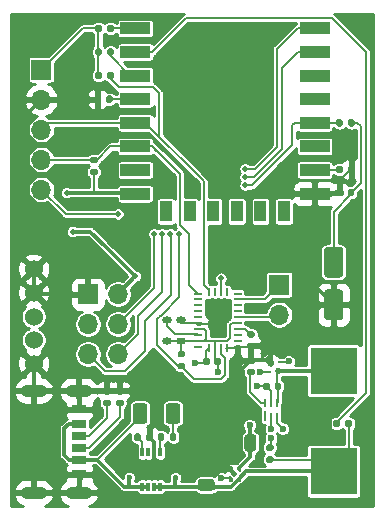
<source format=gbr>
%TF.GenerationSoftware,KiCad,Pcbnew,(5.1.9)-1*%
%TF.CreationDate,2022-10-17T20:04:13-04:00*%
%TF.ProjectId,slime,736c696d-652e-46b6-9963-61645f706362,rev?*%
%TF.SameCoordinates,Original*%
%TF.FileFunction,Copper,L1,Top*%
%TF.FilePolarity,Positive*%
%FSLAX46Y46*%
G04 Gerber Fmt 4.6, Leading zero omitted, Abs format (unit mm)*
G04 Created by KiCad (PCBNEW (5.1.9)-1) date 2022-10-17 20:04:13*
%MOMM*%
%LPD*%
G01*
G04 APERTURE LIST*
%TA.AperFunction,EtchedComponent*%
%ADD10C,0.010000*%
%TD*%
%TA.AperFunction,SMDPad,CuDef*%
%ADD11R,0.254000X0.675000*%
%TD*%
%TA.AperFunction,SMDPad,CuDef*%
%ADD12R,0.675000X0.254000*%
%TD*%
%TA.AperFunction,SMDPad,CuDef*%
%ADD13R,4.000000X4.000000*%
%TD*%
%TA.AperFunction,ComponentPad*%
%ADD14O,1.700000X1.700000*%
%TD*%
%TA.AperFunction,ComponentPad*%
%ADD15R,1.700000X1.700000*%
%TD*%
%TA.AperFunction,SMDPad,CuDef*%
%ADD16R,2.500000X1.000000*%
%TD*%
%TA.AperFunction,SMDPad,CuDef*%
%ADD17R,1.000000X1.800000*%
%TD*%
%TA.AperFunction,SMDPad,CuDef*%
%ADD18R,1.750000X1.750000*%
%TD*%
%TA.AperFunction,SMDPad,CuDef*%
%ADD19R,0.300000X0.750000*%
%TD*%
%TA.AperFunction,SMDPad,CuDef*%
%ADD20O,0.410000X0.570000*%
%TD*%
%TA.AperFunction,SMDPad,CuDef*%
%ADD21O,0.250000X0.250000*%
%TD*%
%TA.AperFunction,SMDPad,CuDef*%
%ADD22R,0.280000X0.750000*%
%TD*%
%TA.AperFunction,SMDPad,CuDef*%
%ADD23R,0.280000X0.850000*%
%TD*%
%TA.AperFunction,SMDPad,CuDef*%
%ADD24C,0.100000*%
%TD*%
%TA.AperFunction,SMDPad,CuDef*%
%ADD25R,0.100000X0.100000*%
%TD*%
%TA.AperFunction,SMDPad,CuDef*%
%ADD26O,0.800000X0.600000*%
%TD*%
%TA.AperFunction,SMDPad,CuDef*%
%ADD27R,0.800000X0.600000*%
%TD*%
%TA.AperFunction,ComponentPad*%
%ADD28C,1.524000*%
%TD*%
%TA.AperFunction,SMDPad,CuDef*%
%ADD29R,1.200000X0.800000*%
%TD*%
%TA.AperFunction,SMDPad,CuDef*%
%ADD30R,1.200000X0.760000*%
%TD*%
%TA.AperFunction,SMDPad,CuDef*%
%ADD31R,1.200000X0.700000*%
%TD*%
%TA.AperFunction,ComponentPad*%
%ADD32O,2.200000X1.100000*%
%TD*%
%TA.AperFunction,ViaPad*%
%ADD33C,0.600000*%
%TD*%
%TA.AperFunction,ViaPad*%
%ADD34C,0.500000*%
%TD*%
%TA.AperFunction,Conductor*%
%ADD35C,0.300000*%
%TD*%
%TA.AperFunction,Conductor*%
%ADD36C,0.200000*%
%TD*%
%TA.AperFunction,Conductor*%
%ADD37C,0.254000*%
%TD*%
%TA.AperFunction,Conductor*%
%ADD38C,0.100000*%
%TD*%
G04 APERTURE END LIST*
D10*
%TO.C,U4*%
G36*
X128555000Y-106000000D02*
G01*
X128555000Y-106390000D01*
X128445000Y-106390000D01*
X128295000Y-106240000D01*
X128295000Y-106000000D01*
X128555000Y-106000000D01*
G37*
X128555000Y-106000000D02*
X128555000Y-106390000D01*
X128445000Y-106390000D01*
X128295000Y-106240000D01*
X128295000Y-106000000D01*
X128555000Y-106000000D01*
G36*
X127645000Y-106000000D02*
G01*
X127645000Y-106390000D01*
X127755000Y-106390000D01*
X127905000Y-106240000D01*
X127905000Y-106000000D01*
X127645000Y-106000000D01*
G37*
X127645000Y-106000000D02*
X127645000Y-106390000D01*
X127755000Y-106390000D01*
X127905000Y-106240000D01*
X127905000Y-106000000D01*
X127645000Y-106000000D01*
G36*
X127645000Y-107200000D02*
G01*
X127645000Y-106810000D01*
X127755000Y-106810000D01*
X127905000Y-106960000D01*
X127905000Y-107200000D01*
X127645000Y-107200000D01*
G37*
X127645000Y-107200000D02*
X127645000Y-106810000D01*
X127755000Y-106810000D01*
X127905000Y-106960000D01*
X127905000Y-107200000D01*
X127645000Y-107200000D01*
G36*
X128555000Y-107200000D02*
G01*
X128555000Y-106810000D01*
X128445000Y-106810000D01*
X128295000Y-106960000D01*
X128295000Y-107200000D01*
X128555000Y-107200000D01*
G37*
X128555000Y-107200000D02*
X128555000Y-106810000D01*
X128445000Y-106810000D01*
X128295000Y-106960000D01*
X128295000Y-107200000D01*
X128555000Y-107200000D01*
%TD*%
D11*
%TO.P,U7,16*%
%TO.N,Net-(U7-Pad16)*%
X127450000Y-91212500D03*
%TO.P,U7,17*%
%TO.N,MOSI*%
X126950000Y-91212500D03*
%TO.P,U7,18*%
%TO.N,Net-(R14-Pad1)*%
X126450000Y-91212500D03*
D12*
%TO.P,U7,15*%
%TO.N,Net-(U7-Pad15)*%
X128362500Y-91350000D03*
%TO.P,U7,14*%
%TO.N,INT*%
X128362500Y-91850000D03*
%TO.P,U7,13*%
%TO.N,Net-(U7-Pad13)*%
X128362500Y-92350000D03*
%TO.P,U7,12*%
%TO.N,Net-(U7-Pad12)*%
X128362500Y-92850000D03*
%TO.P,U7,11*%
%TO.N,RESET*%
X128362500Y-93350000D03*
%TO.P,U7,10*%
%TO.N,3.3v*%
X128362500Y-93850000D03*
%TO.P,U7,9*%
%TO.N,Net-(C7-Pad1)*%
X128362500Y-94350000D03*
%TO.P,U7,8*%
%TO.N,Net-(U7-Pad8)*%
X128362500Y-94850000D03*
%TO.P,U7,7*%
%TO.N,Net-(U7-Pad7)*%
X128362500Y-95350000D03*
%TO.P,U7,20*%
%TO.N,H_SDA*%
X125037500Y-91350000D03*
%TO.P,U7,21*%
%TO.N,Net-(U7-Pad21)*%
X125037500Y-91850000D03*
%TO.P,U7,22*%
%TO.N,Net-(U7-Pad22)*%
X125037500Y-92350000D03*
%TO.P,U7,23*%
%TO.N,Net-(U7-Pad23)*%
X125037500Y-92850000D03*
%TO.P,U7,24*%
%TO.N,Net-(U7-Pad24)*%
X125037500Y-93350000D03*
%TO.P,U7,25*%
%TO.N,GND*%
X125037500Y-93850000D03*
%TO.P,U7,26*%
%TO.N,3.3v*%
X125037500Y-94350000D03*
%TO.P,U7,27*%
%TO.N,Net-(U5-Pad3)*%
X125037500Y-94850000D03*
%TO.P,U7,28*%
%TO.N,3.3v*%
X125037500Y-95350000D03*
D11*
%TO.P,U7,5*%
%TO.N,GND*%
X127450000Y-95987500D03*
%TO.P,U7,4*%
%TO.N,BOOTN*%
X126950000Y-95987500D03*
%TO.P,U7,3*%
%TO.N,3.3v*%
X126450000Y-95987500D03*
D12*
%TO.P,U7,1*%
%TO.N,Net-(U7-Pad1)*%
X125037500Y-95850000D03*
D11*
%TO.P,U7,2*%
%TO.N,GND*%
X125950000Y-95987500D03*
D12*
%TO.P,U7,6*%
X128362500Y-95850000D03*
D11*
%TO.P,U7,19*%
%TO.N,H_SCL*%
X125950000Y-91212500D03*
%TD*%
D13*
%TO.P,B+,1*%
%TO.N,B+*%
X136500000Y-106400000D03*
%TD*%
D14*
%TO.P,~,6*%
%TO.N,RX*%
X118240000Y-96480000D03*
%TO.P,~,5*%
%TO.N,GPIO0*%
X115700000Y-96480000D03*
%TO.P,~,4*%
%TO.N,TX*%
X118240000Y-93940000D03*
%TO.P,~,3*%
%TO.N,RESET*%
X115700000Y-93940000D03*
%TO.P,~,2*%
%TO.N,3.3v*%
X118240000Y-91400000D03*
D15*
%TO.P,~,1*%
%TO.N,GND*%
X115700000Y-91400000D03*
%TD*%
D16*
%TO.P,U5,22*%
%TO.N,TX*%
X134900000Y-68900000D03*
%TO.P,U5,21*%
%TO.N,RX*%
X134900000Y-70900000D03*
%TO.P,U5,20*%
%TO.N,N/C*%
X134900000Y-72900000D03*
%TO.P,U5,19*%
%TO.N,BOOTN*%
X134900000Y-74900000D03*
%TO.P,U5,18*%
%TO.N,GPIO0*%
X134900000Y-76900000D03*
%TO.P,U5,17*%
%TO.N,CS*%
X134900000Y-78900000D03*
%TO.P,U5,16*%
%TO.N,GPIO15*%
X134900000Y-80900000D03*
%TO.P,U5,15*%
%TO.N,GND*%
X134900000Y-82900000D03*
D17*
%TO.P,U5,14*%
%TO.N,N/C*%
X132300000Y-84400000D03*
%TO.P,U5,13*%
X130300000Y-84400000D03*
%TO.P,U5,12*%
X128300000Y-84400000D03*
%TO.P,U5,11*%
X126300000Y-84400000D03*
%TO.P,U5,10*%
X124300000Y-84400000D03*
%TO.P,U5,9*%
X122300000Y-84400000D03*
D16*
%TO.P,U5,8*%
%TO.N,3.3v*%
X119700000Y-82900000D03*
%TO.P,U5,7*%
%TO.N,INT*%
X119700000Y-80900000D03*
%TO.P,U5,6*%
%TO.N,H_SDA*%
X119700000Y-78900000D03*
%TO.P,U5,5*%
%TO.N,H_SCL*%
X119700000Y-76900000D03*
%TO.P,U5,4*%
%TO.N,Net-(R10-Pad1)*%
X119700000Y-74900000D03*
%TO.P,U5,3*%
%TO.N,ESP_EN*%
X119700000Y-72900000D03*
%TO.P,U5,2*%
%TO.N,ADC*%
X119700000Y-70900000D03*
%TO.P,U5,1*%
%TO.N,RESET*%
X119700000Y-68900000D03*
%TD*%
%TO.P,R12,2*%
%TO.N,GPIO0*%
%TA.AperFunction,SMDPad,CuDef*%
G36*
G01*
X137260000Y-76715000D02*
X137260000Y-77085000D01*
G75*
G02*
X137125000Y-77220000I-135000J0D01*
G01*
X136855000Y-77220000D01*
G75*
G02*
X136720000Y-77085000I0J135000D01*
G01*
X136720000Y-76715000D01*
G75*
G02*
X136855000Y-76580000I135000J0D01*
G01*
X137125000Y-76580000D01*
G75*
G02*
X137260000Y-76715000I0J-135000D01*
G01*
G37*
%TD.AperFunction*%
%TO.P,R12,1*%
%TO.N,3.3v*%
%TA.AperFunction,SMDPad,CuDef*%
G36*
G01*
X138280000Y-76715000D02*
X138280000Y-77085000D01*
G75*
G02*
X138145000Y-77220000I-135000J0D01*
G01*
X137875000Y-77220000D01*
G75*
G02*
X137740000Y-77085000I0J135000D01*
G01*
X137740000Y-76715000D01*
G75*
G02*
X137875000Y-76580000I135000J0D01*
G01*
X138145000Y-76580000D01*
G75*
G02*
X138280000Y-76715000I0J-135000D01*
G01*
G37*
%TD.AperFunction*%
%TD*%
%TO.P,R11,2*%
%TO.N,GND*%
%TA.AperFunction,SMDPad,CuDef*%
G36*
G01*
X137740000Y-81035000D02*
X137740000Y-80665000D01*
G75*
G02*
X137875000Y-80530000I135000J0D01*
G01*
X138145000Y-80530000D01*
G75*
G02*
X138280000Y-80665000I0J-135000D01*
G01*
X138280000Y-81035000D01*
G75*
G02*
X138145000Y-81170000I-135000J0D01*
G01*
X137875000Y-81170000D01*
G75*
G02*
X137740000Y-81035000I0J135000D01*
G01*
G37*
%TD.AperFunction*%
%TO.P,R11,1*%
%TO.N,GPIO15*%
%TA.AperFunction,SMDPad,CuDef*%
G36*
G01*
X136720000Y-81035000D02*
X136720000Y-80665000D01*
G75*
G02*
X136855000Y-80530000I135000J0D01*
G01*
X137125000Y-80530000D01*
G75*
G02*
X137260000Y-80665000I0J-135000D01*
G01*
X137260000Y-81035000D01*
G75*
G02*
X137125000Y-81170000I-135000J0D01*
G01*
X136855000Y-81170000D01*
G75*
G02*
X136720000Y-81035000I0J135000D01*
G01*
G37*
%TD.AperFunction*%
%TD*%
D18*
%TO.P,U1,9*%
%TO.N,GND*%
X121050000Y-106250000D03*
D19*
%TO.P,U1,5*%
%TO.N,CH_STAT*%
X121800000Y-104800000D03*
%TO.P,U1,6*%
%TO.N,GND*%
X121300000Y-104800000D03*
%TO.P,U1,7*%
%TO.N,N/C*%
X120800000Y-104800000D03*
%TO.P,U1,8*%
%TO.N,CH_PROG*%
X120300000Y-104800000D03*
%TO.P,U1,4*%
%TO.N,B+*%
X121800000Y-107700000D03*
%TO.P,U1,3*%
X121300000Y-107700000D03*
%TO.P,U1,2*%
%TO.N,5v*%
X120800000Y-107700000D03*
%TO.P,U1,1*%
X120300000Y-107700000D03*
%TD*%
%TO.P,C1,2*%
%TO.N,GND*%
%TA.AperFunction,SMDPad,CuDef*%
G36*
G01*
X119300000Y-106480000D02*
X119100000Y-106480000D01*
G75*
G02*
X119000000Y-106380000I0J100000D01*
G01*
X119000000Y-106120000D01*
G75*
G02*
X119100000Y-106020000I100000J0D01*
G01*
X119300000Y-106020000D01*
G75*
G02*
X119400000Y-106120000I0J-100000D01*
G01*
X119400000Y-106380000D01*
G75*
G02*
X119300000Y-106480000I-100000J0D01*
G01*
G37*
%TD.AperFunction*%
%TO.P,C1,1*%
%TO.N,5v*%
%TA.AperFunction,SMDPad,CuDef*%
G36*
G01*
X119300000Y-107150000D02*
X119100000Y-107150000D01*
G75*
G02*
X119000000Y-107050000I0J100000D01*
G01*
X119000000Y-106790000D01*
G75*
G02*
X119100000Y-106690000I100000J0D01*
G01*
X119300000Y-106690000D01*
G75*
G02*
X119400000Y-106790000I0J-100000D01*
G01*
X119400000Y-107050000D01*
G75*
G02*
X119300000Y-107150000I-100000J0D01*
G01*
G37*
%TD.AperFunction*%
%TD*%
%TO.P,C3,2*%
%TO.N,B+*%
%TA.AperFunction,SMDPad,CuDef*%
G36*
G01*
X123000000Y-106720000D02*
X123200000Y-106720000D01*
G75*
G02*
X123300000Y-106820000I0J-100000D01*
G01*
X123300000Y-107080000D01*
G75*
G02*
X123200000Y-107180000I-100000J0D01*
G01*
X123000000Y-107180000D01*
G75*
G02*
X122900000Y-107080000I0J100000D01*
G01*
X122900000Y-106820000D01*
G75*
G02*
X123000000Y-106720000I100000J0D01*
G01*
G37*
%TD.AperFunction*%
%TO.P,C3,1*%
%TO.N,GND*%
%TA.AperFunction,SMDPad,CuDef*%
G36*
G01*
X123000000Y-106050000D02*
X123200000Y-106050000D01*
G75*
G02*
X123300000Y-106150000I0J-100000D01*
G01*
X123300000Y-106410000D01*
G75*
G02*
X123200000Y-106510000I-100000J0D01*
G01*
X123000000Y-106510000D01*
G75*
G02*
X122900000Y-106410000I0J100000D01*
G01*
X122900000Y-106150000D01*
G75*
G02*
X123000000Y-106050000I100000J0D01*
G01*
G37*
%TD.AperFunction*%
%TD*%
D20*
%TO.P,U3,4*%
%TO.N,GND*%
X131150000Y-97230000D03*
%TO.P,U3,2*%
%TO.N,B-*%
X131800000Y-97910000D03*
D21*
%TO.P,U3,1*%
%TO.N,C-G*%
X131900000Y-97140000D03*
%TO.P,U3,3*%
%TO.N,D-G*%
X131080000Y-97990000D03*
%TD*%
D14*
%TO.P,~,2*%
%TO.N,RESET*%
X131900000Y-93140000D03*
D15*
%TO.P,~,1*%
%TO.N,INT*%
X131900000Y-90600000D03*
%TD*%
%TO.P,R8,2*%
%TO.N,ADC*%
%TA.AperFunction,SMDPad,CuDef*%
G36*
G01*
X137020000Y-102165000D02*
X137020000Y-102535000D01*
G75*
G02*
X136885000Y-102670000I-135000J0D01*
G01*
X136615000Y-102670000D01*
G75*
G02*
X136480000Y-102535000I0J135000D01*
G01*
X136480000Y-102165000D01*
G75*
G02*
X136615000Y-102030000I135000J0D01*
G01*
X136885000Y-102030000D01*
G75*
G02*
X137020000Y-102165000I0J-135000D01*
G01*
G37*
%TD.AperFunction*%
%TO.P,R8,1*%
%TO.N,B+*%
%TA.AperFunction,SMDPad,CuDef*%
G36*
G01*
X138040000Y-102165000D02*
X138040000Y-102535000D01*
G75*
G02*
X137905000Y-102670000I-135000J0D01*
G01*
X137635000Y-102670000D01*
G75*
G02*
X137500000Y-102535000I0J135000D01*
G01*
X137500000Y-102165000D01*
G75*
G02*
X137635000Y-102030000I135000J0D01*
G01*
X137905000Y-102030000D01*
G75*
G02*
X138040000Y-102165000I0J-135000D01*
G01*
G37*
%TD.AperFunction*%
%TD*%
D14*
%TO.P,BNO MODULE,5*%
%TO.N,MOSI*%
X111760000Y-82550000D03*
%TO.P,BNO MODULE,4*%
%TO.N,H_SDA*%
X111760000Y-80010000D03*
%TO.P,BNO MODULE,3*%
%TO.N,H_SCL*%
X111760000Y-77470000D03*
%TO.P,BNO MODULE,2*%
%TO.N,GND*%
X111760000Y-74930000D03*
D15*
%TO.P,BNO MODULE,1*%
%TO.N,3.3v*%
X111760000Y-72390000D03*
%TD*%
D22*
%TO.P,U2,6*%
%TO.N,V-*%
X130700000Y-100625000D03*
%TO.P,U2,5*%
%TO.N,BAT_SENCE*%
X131200000Y-100625000D03*
%TO.P,U2,4*%
%TO.N,B-*%
X131700000Y-100625000D03*
%TO.P,U2,3*%
%TO.N,D-G*%
X131700000Y-101775000D03*
%TO.P,U2,2*%
%TO.N,C-G*%
X131200000Y-101775000D03*
D23*
%TO.P,U2,1*%
%TO.N,Net-(U2-Pad1)*%
X130700000Y-101725000D03*
%TD*%
D13*
%TO.P,B-,1*%
%TO.N,B-*%
X136500000Y-97900000D03*
%TD*%
%TA.AperFunction,SMDPad,CuDef*%
D24*
%TO.P,U4,5*%
%TO.N,N/C*%
G36*
X127781802Y-106600000D02*
G01*
X128100000Y-106281802D01*
X128418198Y-106600000D01*
X128100000Y-106918198D01*
X127781802Y-106600000D01*
G37*
%TD.AperFunction*%
D25*
%TO.P,U4,1*%
%TO.N,3.3v*%
X128425000Y-106195000D03*
%TO.P,U4,2*%
%TO.N,GND*%
X127775000Y-106195000D03*
%TO.P,U4,3*%
%TO.N,EN*%
X127775000Y-107005000D03*
%TO.P,U4,4*%
%TO.N,B+*%
X128425000Y-107005000D03*
%TD*%
%TO.P,C5,2*%
%TO.N,GND*%
%TA.AperFunction,SMDPad,CuDef*%
G36*
G01*
X128050000Y-103525000D02*
X128050000Y-104475000D01*
G75*
G02*
X127800000Y-104725000I-250000J0D01*
G01*
X127300000Y-104725000D01*
G75*
G02*
X127050000Y-104475000I0J250000D01*
G01*
X127050000Y-103525000D01*
G75*
G02*
X127300000Y-103275000I250000J0D01*
G01*
X127800000Y-103275000D01*
G75*
G02*
X128050000Y-103525000I0J-250000D01*
G01*
G37*
%TD.AperFunction*%
%TO.P,C5,1*%
%TO.N,3.3v*%
%TA.AperFunction,SMDPad,CuDef*%
G36*
G01*
X129950000Y-103525000D02*
X129950000Y-104475000D01*
G75*
G02*
X129700000Y-104725000I-250000J0D01*
G01*
X129200000Y-104725000D01*
G75*
G02*
X128950000Y-104475000I0J250000D01*
G01*
X128950000Y-103525000D01*
G75*
G02*
X129200000Y-103275000I250000J0D01*
G01*
X129700000Y-103275000D01*
G75*
G02*
X129950000Y-103525000I0J-250000D01*
G01*
G37*
%TD.AperFunction*%
%TD*%
%TO.P,C4,2*%
%TO.N,GND*%
%TA.AperFunction,SMDPad,CuDef*%
G36*
G01*
X126175000Y-106150000D02*
X125225000Y-106150000D01*
G75*
G02*
X124975000Y-105900000I0J250000D01*
G01*
X124975000Y-105400000D01*
G75*
G02*
X125225000Y-105150000I250000J0D01*
G01*
X126175000Y-105150000D01*
G75*
G02*
X126425000Y-105400000I0J-250000D01*
G01*
X126425000Y-105900000D01*
G75*
G02*
X126175000Y-106150000I-250000J0D01*
G01*
G37*
%TD.AperFunction*%
%TO.P,C4,1*%
%TO.N,B+*%
%TA.AperFunction,SMDPad,CuDef*%
G36*
G01*
X126175000Y-108050000D02*
X125225000Y-108050000D01*
G75*
G02*
X124975000Y-107800000I0J250000D01*
G01*
X124975000Y-107300000D01*
G75*
G02*
X125225000Y-107050000I250000J0D01*
G01*
X126175000Y-107050000D01*
G75*
G02*
X126425000Y-107300000I0J-250000D01*
G01*
X126425000Y-107800000D01*
G75*
G02*
X126175000Y-108050000I-250000J0D01*
G01*
G37*
%TD.AperFunction*%
%TD*%
D26*
%TO.P,U5,3*%
%TO.N,Net-(U5-Pad3)*%
X122400000Y-93600000D03*
%TO.P,U5,4*%
%TO.N,3.3v*%
X122400000Y-95400000D03*
%TO.P,U5,2*%
%TO.N,GND*%
X123600000Y-93600000D03*
D27*
%TO.P,U5,1*%
%TO.N,3.3v*%
X123600000Y-95400000D03*
%TD*%
D28*
%TO.P,SW1,5*%
%TO.N,GND*%
X111100000Y-89300000D03*
%TO.P,SW1,4*%
X111100000Y-97300000D03*
%TO.P,SW1,3*%
%TO.N,B+*%
X111100000Y-95300000D03*
%TO.P,SW1,2*%
%TO.N,EN*%
X111100000Y-93300000D03*
%TO.P,SW1,1*%
%TO.N,GND*%
X111100000Y-91300000D03*
%TD*%
%TO.P,R3,2*%
%TO.N,V-*%
%TA.AperFunction,SMDPad,CuDef*%
G36*
G01*
X129315000Y-97740000D02*
X129685000Y-97740000D01*
G75*
G02*
X129820000Y-97875000I0J-135000D01*
G01*
X129820000Y-98145000D01*
G75*
G02*
X129685000Y-98280000I-135000J0D01*
G01*
X129315000Y-98280000D01*
G75*
G02*
X129180000Y-98145000I0J135000D01*
G01*
X129180000Y-97875000D01*
G75*
G02*
X129315000Y-97740000I135000J0D01*
G01*
G37*
%TD.AperFunction*%
%TO.P,R3,1*%
%TO.N,GND*%
%TA.AperFunction,SMDPad,CuDef*%
G36*
G01*
X129315000Y-96720000D02*
X129685000Y-96720000D01*
G75*
G02*
X129820000Y-96855000I0J-135000D01*
G01*
X129820000Y-97125000D01*
G75*
G02*
X129685000Y-97260000I-135000J0D01*
G01*
X129315000Y-97260000D01*
G75*
G02*
X129180000Y-97125000I0J135000D01*
G01*
X129180000Y-96855000D01*
G75*
G02*
X129315000Y-96720000I135000J0D01*
G01*
G37*
%TD.AperFunction*%
%TD*%
%TO.P,R2,2*%
%TO.N,B+*%
%TA.AperFunction,SMDPad,CuDef*%
G36*
G01*
X130915000Y-105140000D02*
X131285000Y-105140000D01*
G75*
G02*
X131420000Y-105275000I0J-135000D01*
G01*
X131420000Y-105545000D01*
G75*
G02*
X131285000Y-105680000I-135000J0D01*
G01*
X130915000Y-105680000D01*
G75*
G02*
X130780000Y-105545000I0J135000D01*
G01*
X130780000Y-105275000D01*
G75*
G02*
X130915000Y-105140000I135000J0D01*
G01*
G37*
%TD.AperFunction*%
%TO.P,R2,1*%
%TO.N,BAT_SENCE*%
%TA.AperFunction,SMDPad,CuDef*%
G36*
G01*
X130915000Y-104120000D02*
X131285000Y-104120000D01*
G75*
G02*
X131420000Y-104255000I0J-135000D01*
G01*
X131420000Y-104525000D01*
G75*
G02*
X131285000Y-104660000I-135000J0D01*
G01*
X130915000Y-104660000D01*
G75*
G02*
X130780000Y-104525000I0J135000D01*
G01*
X130780000Y-104255000D01*
G75*
G02*
X130915000Y-104120000I135000J0D01*
G01*
G37*
%TD.AperFunction*%
%TD*%
%TO.P,R10,2*%
%TO.N,GND*%
%TA.AperFunction,SMDPad,CuDef*%
G36*
G01*
X116760000Y-74715000D02*
X116760000Y-75085000D01*
G75*
G02*
X116625000Y-75220000I-135000J0D01*
G01*
X116355000Y-75220000D01*
G75*
G02*
X116220000Y-75085000I0J135000D01*
G01*
X116220000Y-74715000D01*
G75*
G02*
X116355000Y-74580000I135000J0D01*
G01*
X116625000Y-74580000D01*
G75*
G02*
X116760000Y-74715000I0J-135000D01*
G01*
G37*
%TD.AperFunction*%
%TO.P,R10,1*%
%TO.N,Net-(R10-Pad1)*%
%TA.AperFunction,SMDPad,CuDef*%
G36*
G01*
X117780000Y-74715000D02*
X117780000Y-75085000D01*
G75*
G02*
X117645000Y-75220000I-135000J0D01*
G01*
X117375000Y-75220000D01*
G75*
G02*
X117240000Y-75085000I0J135000D01*
G01*
X117240000Y-74715000D01*
G75*
G02*
X117375000Y-74580000I135000J0D01*
G01*
X117645000Y-74580000D01*
G75*
G02*
X117780000Y-74715000I0J-135000D01*
G01*
G37*
%TD.AperFunction*%
%TD*%
%TO.P,R16,2*%
%TO.N,3.3v*%
%TA.AperFunction,SMDPad,CuDef*%
G36*
G01*
X116015000Y-80790000D02*
X116385000Y-80790000D01*
G75*
G02*
X116520000Y-80925000I0J-135000D01*
G01*
X116520000Y-81195000D01*
G75*
G02*
X116385000Y-81330000I-135000J0D01*
G01*
X116015000Y-81330000D01*
G75*
G02*
X115880000Y-81195000I0J135000D01*
G01*
X115880000Y-80925000D01*
G75*
G02*
X116015000Y-80790000I135000J0D01*
G01*
G37*
%TD.AperFunction*%
%TO.P,R16,1*%
%TO.N,H_SDA*%
%TA.AperFunction,SMDPad,CuDef*%
G36*
G01*
X116015000Y-79770000D02*
X116385000Y-79770000D01*
G75*
G02*
X116520000Y-79905000I0J-135000D01*
G01*
X116520000Y-80175000D01*
G75*
G02*
X116385000Y-80310000I-135000J0D01*
G01*
X116015000Y-80310000D01*
G75*
G02*
X115880000Y-80175000I0J135000D01*
G01*
X115880000Y-79905000D01*
G75*
G02*
X116015000Y-79770000I135000J0D01*
G01*
G37*
%TD.AperFunction*%
%TD*%
%TO.P,R15,2*%
%TO.N,3.3v*%
%TA.AperFunction,SMDPad,CuDef*%
G36*
G01*
X116860000Y-72715000D02*
X116860000Y-73085000D01*
G75*
G02*
X116725000Y-73220000I-135000J0D01*
G01*
X116455000Y-73220000D01*
G75*
G02*
X116320000Y-73085000I0J135000D01*
G01*
X116320000Y-72715000D01*
G75*
G02*
X116455000Y-72580000I135000J0D01*
G01*
X116725000Y-72580000D01*
G75*
G02*
X116860000Y-72715000I0J-135000D01*
G01*
G37*
%TD.AperFunction*%
%TO.P,R15,1*%
%TO.N,H_SCL*%
%TA.AperFunction,SMDPad,CuDef*%
G36*
G01*
X117880000Y-72715000D02*
X117880000Y-73085000D01*
G75*
G02*
X117745000Y-73220000I-135000J0D01*
G01*
X117475000Y-73220000D01*
G75*
G02*
X117340000Y-73085000I0J135000D01*
G01*
X117340000Y-72715000D01*
G75*
G02*
X117475000Y-72580000I135000J0D01*
G01*
X117745000Y-72580000D01*
G75*
G02*
X117880000Y-72715000I0J-135000D01*
G01*
G37*
%TD.AperFunction*%
%TD*%
%TO.P,R13,2*%
%TO.N,BOOTN*%
%TA.AperFunction,SMDPad,CuDef*%
G36*
G01*
X123415000Y-97240000D02*
X123785000Y-97240000D01*
G75*
G02*
X123920000Y-97375000I0J-135000D01*
G01*
X123920000Y-97645000D01*
G75*
G02*
X123785000Y-97780000I-135000J0D01*
G01*
X123415000Y-97780000D01*
G75*
G02*
X123280000Y-97645000I0J135000D01*
G01*
X123280000Y-97375000D01*
G75*
G02*
X123415000Y-97240000I135000J0D01*
G01*
G37*
%TD.AperFunction*%
%TO.P,R13,1*%
%TO.N,3.3v*%
%TA.AperFunction,SMDPad,CuDef*%
G36*
G01*
X123415000Y-96220000D02*
X123785000Y-96220000D01*
G75*
G02*
X123920000Y-96355000I0J-135000D01*
G01*
X123920000Y-96625000D01*
G75*
G02*
X123785000Y-96760000I-135000J0D01*
G01*
X123415000Y-96760000D01*
G75*
G02*
X123280000Y-96625000I0J135000D01*
G01*
X123280000Y-96355000D01*
G75*
G02*
X123415000Y-96220000I135000J0D01*
G01*
G37*
%TD.AperFunction*%
%TD*%
%TO.P,R9,2*%
%TO.N,ESP_EN*%
%TA.AperFunction,SMDPad,CuDef*%
G36*
G01*
X117340000Y-71085000D02*
X117340000Y-70715000D01*
G75*
G02*
X117475000Y-70580000I135000J0D01*
G01*
X117745000Y-70580000D01*
G75*
G02*
X117880000Y-70715000I0J-135000D01*
G01*
X117880000Y-71085000D01*
G75*
G02*
X117745000Y-71220000I-135000J0D01*
G01*
X117475000Y-71220000D01*
G75*
G02*
X117340000Y-71085000I0J135000D01*
G01*
G37*
%TD.AperFunction*%
%TO.P,R9,1*%
%TO.N,3.3v*%
%TA.AperFunction,SMDPad,CuDef*%
G36*
G01*
X116320000Y-71085000D02*
X116320000Y-70715000D01*
G75*
G02*
X116455000Y-70580000I135000J0D01*
G01*
X116725000Y-70580000D01*
G75*
G02*
X116860000Y-70715000I0J-135000D01*
G01*
X116860000Y-71085000D01*
G75*
G02*
X116725000Y-71220000I-135000J0D01*
G01*
X116455000Y-71220000D01*
G75*
G02*
X116320000Y-71085000I0J135000D01*
G01*
G37*
%TD.AperFunction*%
%TD*%
%TO.P,R7,2*%
%TO.N,RESET*%
%TA.AperFunction,SMDPad,CuDef*%
G36*
G01*
X117340000Y-69085000D02*
X117340000Y-68715000D01*
G75*
G02*
X117475000Y-68580000I135000J0D01*
G01*
X117745000Y-68580000D01*
G75*
G02*
X117880000Y-68715000I0J-135000D01*
G01*
X117880000Y-69085000D01*
G75*
G02*
X117745000Y-69220000I-135000J0D01*
G01*
X117475000Y-69220000D01*
G75*
G02*
X117340000Y-69085000I0J135000D01*
G01*
G37*
%TD.AperFunction*%
%TO.P,R7,1*%
%TO.N,3.3v*%
%TA.AperFunction,SMDPad,CuDef*%
G36*
G01*
X116320000Y-69085000D02*
X116320000Y-68715000D01*
G75*
G02*
X116455000Y-68580000I135000J0D01*
G01*
X116725000Y-68580000D01*
G75*
G02*
X116860000Y-68715000I0J-135000D01*
G01*
X116860000Y-69085000D01*
G75*
G02*
X116725000Y-69220000I-135000J0D01*
G01*
X116455000Y-69220000D01*
G75*
G02*
X116320000Y-69085000I0J135000D01*
G01*
G37*
%TD.AperFunction*%
%TD*%
%TO.P,R6,2*%
%TO.N,CH_PROG*%
%TA.AperFunction,SMDPad,CuDef*%
G36*
G01*
X120150000Y-103315000D02*
X120150000Y-103685000D01*
G75*
G02*
X120015000Y-103820000I-135000J0D01*
G01*
X119745000Y-103820000D01*
G75*
G02*
X119610000Y-103685000I0J135000D01*
G01*
X119610000Y-103315000D01*
G75*
G02*
X119745000Y-103180000I135000J0D01*
G01*
X120015000Y-103180000D01*
G75*
G02*
X120150000Y-103315000I0J-135000D01*
G01*
G37*
%TD.AperFunction*%
%TO.P,R6,1*%
%TO.N,GND*%
%TA.AperFunction,SMDPad,CuDef*%
G36*
G01*
X121170000Y-103315000D02*
X121170000Y-103685000D01*
G75*
G02*
X121035000Y-103820000I-135000J0D01*
G01*
X120765000Y-103820000D01*
G75*
G02*
X120630000Y-103685000I0J135000D01*
G01*
X120630000Y-103315000D01*
G75*
G02*
X120765000Y-103180000I135000J0D01*
G01*
X121035000Y-103180000D01*
G75*
G02*
X121170000Y-103315000I0J-135000D01*
G01*
G37*
%TD.AperFunction*%
%TD*%
%TO.P,R5,2*%
%TO.N,Net-(D1-Pad1)*%
%TA.AperFunction,SMDPad,CuDef*%
G36*
G01*
X122650000Y-103685000D02*
X122650000Y-103315000D01*
G75*
G02*
X122785000Y-103180000I135000J0D01*
G01*
X123055000Y-103180000D01*
G75*
G02*
X123190000Y-103315000I0J-135000D01*
G01*
X123190000Y-103685000D01*
G75*
G02*
X123055000Y-103820000I-135000J0D01*
G01*
X122785000Y-103820000D01*
G75*
G02*
X122650000Y-103685000I0J135000D01*
G01*
G37*
%TD.AperFunction*%
%TO.P,R5,1*%
%TO.N,CH_STAT*%
%TA.AperFunction,SMDPad,CuDef*%
G36*
G01*
X121630000Y-103685000D02*
X121630000Y-103315000D01*
G75*
G02*
X121765000Y-103180000I135000J0D01*
G01*
X122035000Y-103180000D01*
G75*
G02*
X122170000Y-103315000I0J-135000D01*
G01*
X122170000Y-103685000D01*
G75*
G02*
X122035000Y-103820000I-135000J0D01*
G01*
X121765000Y-103820000D01*
G75*
G02*
X121630000Y-103685000I0J135000D01*
G01*
G37*
%TD.AperFunction*%
%TD*%
%TO.P,R4,2*%
%TO.N,GND*%
%TA.AperFunction,SMDPad,CuDef*%
G36*
G01*
X117485000Y-99860000D02*
X117115000Y-99860000D01*
G75*
G02*
X116980000Y-99725000I0J135000D01*
G01*
X116980000Y-99455000D01*
G75*
G02*
X117115000Y-99320000I135000J0D01*
G01*
X117485000Y-99320000D01*
G75*
G02*
X117620000Y-99455000I0J-135000D01*
G01*
X117620000Y-99725000D01*
G75*
G02*
X117485000Y-99860000I-135000J0D01*
G01*
G37*
%TD.AperFunction*%
%TO.P,R4,1*%
%TO.N,Net-(J1-PadA5)*%
%TA.AperFunction,SMDPad,CuDef*%
G36*
G01*
X117485000Y-100880000D02*
X117115000Y-100880000D01*
G75*
G02*
X116980000Y-100745000I0J135000D01*
G01*
X116980000Y-100475000D01*
G75*
G02*
X117115000Y-100340000I135000J0D01*
G01*
X117485000Y-100340000D01*
G75*
G02*
X117620000Y-100475000I0J-135000D01*
G01*
X117620000Y-100745000D01*
G75*
G02*
X117485000Y-100880000I-135000J0D01*
G01*
G37*
%TD.AperFunction*%
%TD*%
%TO.P,R1,2*%
%TO.N,GND*%
%TA.AperFunction,SMDPad,CuDef*%
G36*
G01*
X118585000Y-99860000D02*
X118215000Y-99860000D01*
G75*
G02*
X118080000Y-99725000I0J135000D01*
G01*
X118080000Y-99455000D01*
G75*
G02*
X118215000Y-99320000I135000J0D01*
G01*
X118585000Y-99320000D01*
G75*
G02*
X118720000Y-99455000I0J-135000D01*
G01*
X118720000Y-99725000D01*
G75*
G02*
X118585000Y-99860000I-135000J0D01*
G01*
G37*
%TD.AperFunction*%
%TO.P,R1,1*%
%TO.N,Net-(J1-PadB5)*%
%TA.AperFunction,SMDPad,CuDef*%
G36*
G01*
X118585000Y-100880000D02*
X118215000Y-100880000D01*
G75*
G02*
X118080000Y-100745000I0J135000D01*
G01*
X118080000Y-100475000D01*
G75*
G02*
X118215000Y-100340000I135000J0D01*
G01*
X118585000Y-100340000D01*
G75*
G02*
X118720000Y-100475000I0J-135000D01*
G01*
X118720000Y-100745000D01*
G75*
G02*
X118585000Y-100880000I-135000J0D01*
G01*
G37*
%TD.AperFunction*%
%TD*%
D29*
%TO.P,USB,B12*%
%TO.N,GND*%
X114980000Y-101150000D03*
%TO.P,USB,A12*%
X114980000Y-106650000D03*
D30*
%TO.P,USB,B9*%
%TO.N,5v*%
X114980000Y-102380000D03*
%TO.P,USB,A9*%
X114980000Y-105420000D03*
D31*
%TO.P,USB,A5*%
%TO.N,Net-(J1-PadA5)*%
X114980000Y-103400000D03*
%TO.P,USB,B5*%
%TO.N,Net-(J1-PadB5)*%
X114980000Y-104400000D03*
D32*
%TO.P,USB,S1*%
%TO.N,GND*%
X114900000Y-99580000D03*
%TO.P,USB,S2*%
X114900000Y-108220000D03*
%TO.P,USB,S3*%
X111100000Y-99580000D03*
%TO.P,USB,S4*%
X111100000Y-108220000D03*
%TD*%
%TO.P,D1,2*%
%TO.N,5v*%
%TA.AperFunction,SMDPad,CuDef*%
G36*
G01*
X120725000Y-100875000D02*
X120725000Y-102125000D01*
G75*
G02*
X120475000Y-102375000I-250000J0D01*
G01*
X119725000Y-102375000D01*
G75*
G02*
X119475000Y-102125000I0J250000D01*
G01*
X119475000Y-100875000D01*
G75*
G02*
X119725000Y-100625000I250000J0D01*
G01*
X120475000Y-100625000D01*
G75*
G02*
X120725000Y-100875000I0J-250000D01*
G01*
G37*
%TD.AperFunction*%
%TO.P,D1,1*%
%TO.N,Net-(D1-Pad1)*%
%TA.AperFunction,SMDPad,CuDef*%
G36*
G01*
X123525000Y-100875000D02*
X123525000Y-102125000D01*
G75*
G02*
X123275000Y-102375000I-250000J0D01*
G01*
X122525000Y-102375000D01*
G75*
G02*
X122275000Y-102125000I0J250000D01*
G01*
X122275000Y-100875000D01*
G75*
G02*
X122525000Y-100625000I250000J0D01*
G01*
X123275000Y-100625000D01*
G75*
G02*
X123525000Y-100875000I0J-250000D01*
G01*
G37*
%TD.AperFunction*%
%TD*%
%TO.P,C2,2*%
%TO.N,BAT_SENCE*%
%TA.AperFunction,SMDPad,CuDef*%
G36*
G01*
X131100000Y-99030000D02*
X131100000Y-99370000D01*
G75*
G02*
X130960000Y-99510000I-140000J0D01*
G01*
X130680000Y-99510000D01*
G75*
G02*
X130540000Y-99370000I0J140000D01*
G01*
X130540000Y-99030000D01*
G75*
G02*
X130680000Y-98890000I140000J0D01*
G01*
X130960000Y-98890000D01*
G75*
G02*
X131100000Y-99030000I0J-140000D01*
G01*
G37*
%TD.AperFunction*%
%TO.P,C2,1*%
%TO.N,B-*%
%TA.AperFunction,SMDPad,CuDef*%
G36*
G01*
X132060000Y-99030000D02*
X132060000Y-99370000D01*
G75*
G02*
X131920000Y-99510000I-140000J0D01*
G01*
X131640000Y-99510000D01*
G75*
G02*
X131500000Y-99370000I0J140000D01*
G01*
X131500000Y-99030000D01*
G75*
G02*
X131640000Y-98890000I140000J0D01*
G01*
X131920000Y-98890000D01*
G75*
G02*
X132060000Y-99030000I0J-140000D01*
G01*
G37*
%TD.AperFunction*%
%TD*%
%TO.P,C8,2*%
%TO.N,3.3v*%
%TA.AperFunction,SMDPad,CuDef*%
G36*
G01*
X137700000Y-82970000D02*
X137700000Y-82630000D01*
G75*
G02*
X137840000Y-82490000I140000J0D01*
G01*
X138120000Y-82490000D01*
G75*
G02*
X138260000Y-82630000I0J-140000D01*
G01*
X138260000Y-82970000D01*
G75*
G02*
X138120000Y-83110000I-140000J0D01*
G01*
X137840000Y-83110000D01*
G75*
G02*
X137700000Y-82970000I0J140000D01*
G01*
G37*
%TD.AperFunction*%
%TO.P,C8,1*%
%TO.N,GND*%
%TA.AperFunction,SMDPad,CuDef*%
G36*
G01*
X136740000Y-82970000D02*
X136740000Y-82630000D01*
G75*
G02*
X136880000Y-82490000I140000J0D01*
G01*
X137160000Y-82490000D01*
G75*
G02*
X137300000Y-82630000I0J-140000D01*
G01*
X137300000Y-82970000D01*
G75*
G02*
X137160000Y-83110000I-140000J0D01*
G01*
X136880000Y-83110000D01*
G75*
G02*
X136740000Y-82970000I0J140000D01*
G01*
G37*
%TD.AperFunction*%
%TD*%
%TO.P,C7,2*%
%TO.N,GND*%
%TA.AperFunction,SMDPad,CuDef*%
G36*
G01*
X129330000Y-95500000D02*
X129670000Y-95500000D01*
G75*
G02*
X129810000Y-95640000I0J-140000D01*
G01*
X129810000Y-95920000D01*
G75*
G02*
X129670000Y-96060000I-140000J0D01*
G01*
X129330000Y-96060000D01*
G75*
G02*
X129190000Y-95920000I0J140000D01*
G01*
X129190000Y-95640000D01*
G75*
G02*
X129330000Y-95500000I140000J0D01*
G01*
G37*
%TD.AperFunction*%
%TO.P,C7,1*%
%TO.N,Net-(C7-Pad1)*%
%TA.AperFunction,SMDPad,CuDef*%
G36*
G01*
X129330000Y-94540000D02*
X129670000Y-94540000D01*
G75*
G02*
X129810000Y-94680000I0J-140000D01*
G01*
X129810000Y-94960000D01*
G75*
G02*
X129670000Y-95100000I-140000J0D01*
G01*
X129330000Y-95100000D01*
G75*
G02*
X129190000Y-94960000I0J140000D01*
G01*
X129190000Y-94680000D01*
G75*
G02*
X129330000Y-94540000I140000J0D01*
G01*
G37*
%TD.AperFunction*%
%TD*%
%TO.P,C6,2*%
%TO.N,GND*%
%TA.AperFunction,SMDPad,CuDef*%
G36*
G01*
X126000000Y-96930000D02*
X126000000Y-97270000D01*
G75*
G02*
X125860000Y-97410000I-140000J0D01*
G01*
X125580000Y-97410000D01*
G75*
G02*
X125440000Y-97270000I0J140000D01*
G01*
X125440000Y-96930000D01*
G75*
G02*
X125580000Y-96790000I140000J0D01*
G01*
X125860000Y-96790000D01*
G75*
G02*
X126000000Y-96930000I0J-140000D01*
G01*
G37*
%TD.AperFunction*%
%TO.P,C6,1*%
%TO.N,3.3v*%
%TA.AperFunction,SMDPad,CuDef*%
G36*
G01*
X126960000Y-96930000D02*
X126960000Y-97270000D01*
G75*
G02*
X126820000Y-97410000I-140000J0D01*
G01*
X126540000Y-97410000D01*
G75*
G02*
X126400000Y-97270000I0J140000D01*
G01*
X126400000Y-96930000D01*
G75*
G02*
X126540000Y-96790000I140000J0D01*
G01*
X126820000Y-96790000D01*
G75*
G02*
X126960000Y-96930000I0J-140000D01*
G01*
G37*
%TD.AperFunction*%
%TD*%
%TO.P,C4,2*%
%TO.N,GND*%
%TA.AperFunction,SMDPad,CuDef*%
G36*
G01*
X135950000Y-91000000D02*
X137050000Y-91000000D01*
G75*
G02*
X137300000Y-91250000I0J-250000D01*
G01*
X137300000Y-93350000D01*
G75*
G02*
X137050000Y-93600000I-250000J0D01*
G01*
X135950000Y-93600000D01*
G75*
G02*
X135700000Y-93350000I0J250000D01*
G01*
X135700000Y-91250000D01*
G75*
G02*
X135950000Y-91000000I250000J0D01*
G01*
G37*
%TD.AperFunction*%
%TO.P,C4,1*%
%TO.N,3.3v*%
%TA.AperFunction,SMDPad,CuDef*%
G36*
G01*
X135950000Y-87400000D02*
X137050000Y-87400000D01*
G75*
G02*
X137300000Y-87650000I0J-250000D01*
G01*
X137300000Y-89750000D01*
G75*
G02*
X137050000Y-90000000I-250000J0D01*
G01*
X135950000Y-90000000D01*
G75*
G02*
X135700000Y-89750000I0J250000D01*
G01*
X135700000Y-87650000D01*
G75*
G02*
X135950000Y-87400000I250000J0D01*
G01*
G37*
%TD.AperFunction*%
%TD*%
D33*
%TO.N,B+*%
X126300000Y-107700000D03*
D34*
%TO.N,3.3v*%
X114400000Y-86100000D03*
D33*
X126700000Y-98000000D03*
X129400000Y-102500000D03*
D34*
X136500000Y-88700000D03*
X119700000Y-89900000D03*
X113900000Y-82800000D03*
%TO.N,GPIO0*%
X122675000Y-86300000D03*
X129000000Y-82200000D03*
%TO.N,TX*%
X129000000Y-80775000D03*
X121275000Y-86300000D03*
%TO.N,RX*%
X129000000Y-81475000D03*
X121975000Y-86300000D03*
%TO.N,RESET*%
X119700000Y-68900000D03*
%TO.N,BOOTN*%
X134900000Y-74900000D03*
X123400000Y-86300000D03*
%TO.N,MOSI*%
X126950000Y-90050000D03*
X118237500Y-84612500D03*
%TO.N,GND*%
X121450000Y-106800000D03*
X121450000Y-106300000D03*
X121450000Y-105800000D03*
X120950000Y-105800000D03*
X120950000Y-106300000D03*
X120950000Y-106800000D03*
X120450000Y-106800000D03*
X120450000Y-106300000D03*
X120450000Y-105800000D03*
D33*
X124800000Y-97200000D03*
X128100000Y-97100000D03*
X126100000Y-93900000D03*
X127700000Y-106200000D03*
X127305000Y-105705000D03*
D34*
X134300000Y-102400000D03*
X125900000Y-73700000D03*
%TO.N,INT*%
X119700000Y-80900000D03*
D33*
%TO.N,BAT_SENCE*%
X131200000Y-103600000D03*
X130000000Y-99200000D03*
%TO.N,EN*%
X127000000Y-107000000D03*
%TO.N,D-G*%
X132200000Y-102800000D03*
X130300000Y-98000000D03*
%TO.N,C-G*%
X131200000Y-102800000D03*
X132700000Y-97100000D03*
%TD*%
D35*
%TO.N,5v*%
X114080000Y-102380000D02*
X113700000Y-102760000D01*
X114980000Y-102380000D02*
X114080000Y-102380000D01*
X114080000Y-105420000D02*
X114980000Y-105420000D01*
X113700000Y-105040000D02*
X114080000Y-105420000D01*
X113700000Y-102760000D02*
X113700000Y-105040000D01*
X114980000Y-105420000D02*
X116220000Y-105420000D01*
X120300000Y-107700000D02*
X120800000Y-107700000D01*
X119200000Y-107600000D02*
X119100000Y-107700000D01*
X119200000Y-106920000D02*
X119200000Y-107600000D01*
X119100000Y-107700000D02*
X120300000Y-107700000D01*
D36*
X120100000Y-101500000D02*
X120100000Y-101800000D01*
D35*
X116220000Y-105420000D02*
X116480000Y-105420000D01*
X118800000Y-107700000D02*
X119100000Y-107700000D01*
X118760000Y-107700000D02*
X116480000Y-105420000D01*
X118800000Y-107700000D02*
X118760000Y-107700000D01*
D36*
X120100000Y-101500000D02*
X120100000Y-102000000D01*
X120100000Y-101800000D02*
X116480000Y-105420000D01*
%TO.N,GPIO15*%
X134900000Y-80900000D02*
X137090000Y-80900000D01*
D35*
%TO.N,B+*%
X125625000Y-107625000D02*
X125700000Y-107550000D01*
X136500000Y-106400000D02*
X129113190Y-106400000D01*
X129113190Y-106400000D02*
X128456595Y-107056595D01*
X125850000Y-107700000D02*
X125700000Y-107550000D01*
X127813190Y-107700000D02*
X126300000Y-107700000D01*
X128456595Y-107056595D02*
X127813190Y-107700000D01*
D36*
X135510000Y-105410000D02*
X136500000Y-106400000D01*
X131100000Y-105410000D02*
X135510000Y-105410000D01*
D35*
X126300000Y-107700000D02*
X125850000Y-107700000D01*
X121300000Y-107700000D02*
X121800000Y-107700000D01*
X125550000Y-107700000D02*
X125700000Y-107550000D01*
X123100000Y-106950000D02*
X123100000Y-107700000D01*
X123100000Y-107700000D02*
X125550000Y-107700000D01*
X121800000Y-107700000D02*
X123100000Y-107700000D01*
D36*
X137770000Y-105130000D02*
X136500000Y-106400000D01*
X137770000Y-102350000D02*
X137770000Y-105130000D01*
D35*
%TO.N,3.3v*%
X129450000Y-105170000D02*
X128466595Y-106153405D01*
X129450000Y-104000000D02*
X129450000Y-105170000D01*
X136600000Y-88600000D02*
X136500000Y-88700000D01*
D36*
X126450000Y-96870000D02*
X126450000Y-95987500D01*
X126680000Y-97100000D02*
X126450000Y-96870000D01*
X124987500Y-95400000D02*
X125037500Y-95350000D01*
X123600000Y-95400000D02*
X124987500Y-95400000D01*
X122400000Y-95400000D02*
X123600000Y-95400000D01*
X125542002Y-94350000D02*
X125037500Y-94350000D01*
X125675001Y-94482999D02*
X125542002Y-94350000D01*
X125675001Y-95217001D02*
X125675001Y-94482999D01*
X125542002Y-95350000D02*
X125675001Y-95217001D01*
X125037500Y-95350000D02*
X125542002Y-95350000D01*
X126450000Y-95482998D02*
X126450000Y-95987500D01*
X126317001Y-95349999D02*
X126450000Y-95482998D01*
X126450000Y-95482998D02*
X126582999Y-95349999D01*
X126582999Y-95349999D02*
X127450001Y-95349999D01*
X127857998Y-93850000D02*
X128362500Y-93850000D01*
X127724999Y-93982999D02*
X127857998Y-93850000D01*
X127724999Y-95075001D02*
X127724999Y-93982999D01*
X127450001Y-95349999D02*
X127724999Y-95075001D01*
X126700000Y-97120000D02*
X126680000Y-97100000D01*
X126700000Y-98000000D02*
X126700000Y-97120000D01*
D35*
X136500000Y-88700000D02*
X136500000Y-88700000D01*
D36*
X111760000Y-72390000D02*
X111760000Y-72240000D01*
X116200000Y-82800000D02*
X116200000Y-81300000D01*
D35*
X119600000Y-82800000D02*
X119700000Y-82900000D01*
X116200000Y-82800000D02*
X119600000Y-82800000D01*
X116200000Y-82800000D02*
X115450000Y-82800000D01*
D36*
X138780010Y-81949990D02*
X137930000Y-82800000D01*
X138780010Y-77200010D02*
X138780010Y-81949990D01*
X138480000Y-76900000D02*
X138780010Y-77200010D01*
X138210000Y-76900000D02*
X138480000Y-76900000D01*
X123600000Y-96490000D02*
X123600000Y-95400000D01*
X126317001Y-95349999D02*
X126582999Y-95349999D01*
X125675001Y-95217001D02*
X125675001Y-95324999D01*
X125650001Y-95349999D02*
X126317001Y-95349999D01*
X125675001Y-95324999D02*
X125650001Y-95349999D01*
X125037500Y-95350000D02*
X125650001Y-95349999D01*
D35*
X115900000Y-86100000D02*
X114400000Y-86100000D01*
X117250000Y-87450000D02*
X115900000Y-86100000D01*
X117250000Y-87450000D02*
X119700000Y-89900000D01*
X118240000Y-91360000D02*
X119700000Y-89900000D01*
X118240000Y-91400000D02*
X118240000Y-91360000D01*
X115450000Y-82800000D02*
X113900000Y-82800000D01*
D36*
X116590000Y-69000000D02*
X116590000Y-70900000D01*
X116590000Y-70900000D02*
X116590000Y-72900000D01*
X116590000Y-68900000D02*
X115250000Y-68900000D01*
X115025000Y-69125000D02*
X111760000Y-72390000D01*
X115250000Y-68900000D02*
X115025000Y-69125000D01*
X115150000Y-69000000D02*
X115025000Y-69125000D01*
X137980000Y-82945000D02*
X136500000Y-84425000D01*
X137980000Y-82800000D02*
X137980000Y-82945000D01*
X136500000Y-88700000D02*
X136500000Y-84425000D01*
D35*
X129400000Y-103950000D02*
X129450000Y-104000000D01*
X129400000Y-102500000D02*
X129400000Y-103950000D01*
D36*
%TO.N,Net-(D1-Pad1)*%
X122920000Y-101520000D02*
X122900000Y-101500000D01*
X122920000Y-103500000D02*
X122920000Y-101520000D01*
%TO.N,Net-(J1-PadB5)*%
X118400000Y-101780000D02*
X115780000Y-104400000D01*
X115780000Y-104400000D02*
X114980000Y-104400000D01*
X118400000Y-100610000D02*
X118400000Y-101780000D01*
%TO.N,Net-(J1-PadA5)*%
X115780000Y-103400000D02*
X114980000Y-103400000D01*
X117300000Y-101880000D02*
X115780000Y-103400000D01*
X117300000Y-100610000D02*
X117300000Y-101880000D01*
%TO.N,GPIO0*%
X134750000Y-77050000D02*
X134900000Y-76900000D01*
X133000000Y-77100000D02*
X133000000Y-78784302D01*
X133200000Y-76900000D02*
X133000000Y-77100000D01*
X134900000Y-76900000D02*
X133200000Y-76900000D01*
X129007849Y-82167151D02*
X129007849Y-82167151D01*
X134900000Y-76900000D02*
X136990000Y-76900000D01*
X117120000Y-97900000D02*
X115700000Y-96480000D01*
X118800000Y-97900000D02*
X117120000Y-97900000D01*
X120500000Y-96200000D02*
X118800000Y-97900000D01*
X120500000Y-93700000D02*
X120500000Y-96200000D01*
X122700000Y-91500000D02*
X120500000Y-93700000D01*
X122700000Y-86300000D02*
X122700000Y-91500000D01*
X129584302Y-82200000D02*
X129767151Y-82017151D01*
X129000000Y-82200000D02*
X129584302Y-82200000D01*
X129767151Y-82017151D02*
X129592151Y-82192151D01*
X133000000Y-78784302D02*
X129767151Y-82017151D01*
%TO.N,TX*%
X134750000Y-69050000D02*
X134900000Y-68900000D01*
X121300000Y-90880000D02*
X121140000Y-91040000D01*
X121300000Y-86300000D02*
X121300000Y-90880000D01*
X121140000Y-91040000D02*
X118240000Y-93940000D01*
X131699990Y-70650010D02*
X131699990Y-78952916D01*
X133450000Y-68900000D02*
X131699990Y-70650010D01*
X134900000Y-68900000D02*
X133450000Y-68900000D01*
X129877906Y-80775000D02*
X130126453Y-80526453D01*
X129000000Y-80775000D02*
X129877906Y-80775000D01*
X131699990Y-78952916D02*
X130126453Y-80526453D01*
%TO.N,RX*%
X132100000Y-72250000D02*
X132100000Y-79118604D01*
X133450000Y-70900000D02*
X132100000Y-72250000D01*
X134900000Y-70900000D02*
X133450000Y-70900000D01*
X119922849Y-94797151D02*
X118240000Y-96480000D01*
X119922849Y-93277151D02*
X119922849Y-94797151D01*
X122000000Y-91200000D02*
X119922849Y-93277151D01*
X122000000Y-86300000D02*
X122000000Y-91200000D01*
X129743604Y-81475000D02*
X130021802Y-81196802D01*
X129000000Y-81475000D02*
X129743604Y-81475000D01*
X132100000Y-79118604D02*
X130021802Y-81196802D01*
%TO.N,RESET*%
X131690000Y-93350000D02*
X131900000Y-93140000D01*
X128362500Y-93350000D02*
X131690000Y-93350000D01*
X119350000Y-68550000D02*
X119700000Y-68900000D01*
X119800000Y-68800000D02*
X119700000Y-68900000D01*
X119700000Y-68900000D02*
X119700000Y-68900000D01*
X119700000Y-68900000D02*
X117610000Y-68900000D01*
%TO.N,CH_STAT*%
X121800000Y-103600000D02*
X121900000Y-103500000D01*
X121800000Y-104800000D02*
X121800000Y-103600000D01*
%TO.N,CH_PROG*%
X120300000Y-103920000D02*
X119880000Y-103500000D01*
X120300000Y-104800000D02*
X120300000Y-103920000D01*
%TO.N,BOOTN*%
X123450000Y-86300000D02*
X123450000Y-86300000D01*
X124690001Y-98600001D02*
X123600000Y-97510000D01*
X126988001Y-98600001D02*
X124690001Y-98600001D01*
X127300001Y-98288001D02*
X126988001Y-98600001D01*
X127300001Y-96787731D02*
X127300001Y-98288001D01*
X126950000Y-96437730D02*
X127300001Y-96787731D01*
X126950000Y-95987500D02*
X126950000Y-96437730D01*
X123400000Y-86300000D02*
X123400000Y-91651458D01*
X121925729Y-93125729D02*
X122051468Y-92999990D01*
X123400000Y-91651458D02*
X121925729Y-93125729D01*
X121520000Y-95750000D02*
X123280000Y-97510000D01*
X121699990Y-93351468D02*
X121698532Y-93351468D01*
X123280000Y-97510000D02*
X123600000Y-97510000D01*
X121925729Y-93125729D02*
X121699990Y-93351468D01*
X121520000Y-93530000D02*
X121625000Y-93425000D01*
X121520000Y-95750000D02*
X121520000Y-93530000D01*
X121698532Y-93351468D02*
X121625000Y-93425000D01*
%TO.N,H_SCL*%
X112330000Y-76900000D02*
X111760000Y-77470000D01*
X119700000Y-76900000D02*
X112330000Y-76900000D01*
X120550000Y-76900000D02*
X119700000Y-76900000D01*
X125499999Y-81849999D02*
X120550000Y-76900000D01*
X125499999Y-90599999D02*
X125499999Y-81849999D01*
X125950000Y-91050000D02*
X125499999Y-90599999D01*
X125950000Y-91212500D02*
X125950000Y-91050000D01*
X121700000Y-76800000D02*
X121700000Y-78050000D01*
X121700000Y-74400000D02*
X121700000Y-76800000D01*
X121200000Y-73900000D02*
X121700000Y-74400000D01*
X118300000Y-73900000D02*
X121200000Y-73900000D01*
X117610000Y-73210000D02*
X118300000Y-73900000D01*
X117610000Y-72900000D02*
X117610000Y-73210000D01*
%TO.N,H_SDA*%
X111760000Y-80010000D02*
X116490000Y-80010000D01*
X117600000Y-78900000D02*
X119700000Y-78900000D01*
X116490000Y-80010000D02*
X117600000Y-78900000D01*
X121150000Y-78900000D02*
X119700000Y-78900000D01*
X121499999Y-79249999D02*
X121150000Y-78900000D01*
X123499999Y-81249999D02*
X123499999Y-85540001D01*
X121150000Y-78900000D02*
X123499999Y-81249999D01*
X124279999Y-90592499D02*
X125037500Y-91350000D01*
X124279999Y-86320001D02*
X124279999Y-90592499D01*
X123499999Y-85540001D02*
X124279999Y-86320001D01*
%TO.N,MOSI*%
X126950000Y-91212500D02*
X126950000Y-90050000D01*
X118237500Y-84612500D02*
X118300000Y-84675000D01*
X113822500Y-84612500D02*
X111760000Y-82550000D01*
X118237500Y-84612500D02*
X113822500Y-84612500D01*
D35*
%TO.N,GND*%
X125700000Y-105650000D02*
X126710000Y-105650000D01*
X127312001Y-105732001D02*
X127733405Y-106153405D01*
X127312001Y-105712001D02*
X127312001Y-105732001D01*
X127250000Y-105650000D02*
X127305000Y-105705000D01*
X127250000Y-104300000D02*
X127550000Y-104000000D01*
X127250000Y-105650000D02*
X127250000Y-105090000D01*
X127733405Y-106233405D02*
X127733405Y-106153405D01*
X128100000Y-106600000D02*
X127733405Y-106233405D01*
X127550000Y-98940000D02*
X129500000Y-96990000D01*
X136500000Y-92555000D02*
X136500000Y-92300000D01*
D36*
X125720000Y-96217500D02*
X125950000Y-95987500D01*
X125720000Y-97100000D02*
X125720000Y-96217500D01*
X123850000Y-93850000D02*
X125037500Y-93850000D01*
X123600000Y-93600000D02*
X123850000Y-93850000D01*
X128225000Y-95987500D02*
X128362500Y-95850000D01*
X127450000Y-95987500D02*
X128225000Y-95987500D01*
X129430000Y-95850000D02*
X129500000Y-95780000D01*
X128362500Y-95850000D02*
X129430000Y-95850000D01*
X129500000Y-95780000D02*
X129500000Y-96990000D01*
X129390000Y-97100000D02*
X129500000Y-96990000D01*
X128100000Y-97100000D02*
X129390000Y-97100000D01*
X125087500Y-93900000D02*
X125037500Y-93850000D01*
X126100000Y-93900000D02*
X125087500Y-93900000D01*
X125620000Y-97200000D02*
X125720000Y-97100000D01*
X124800000Y-97200000D02*
X125620000Y-97200000D01*
X118400000Y-99590000D02*
X117300000Y-99590000D01*
X114910000Y-99590000D02*
X114900000Y-99580000D01*
X117300000Y-99590000D02*
X114910000Y-99590000D01*
D35*
X114599998Y-106650000D02*
X114980000Y-106650000D01*
D36*
X114980000Y-108140000D02*
X114900000Y-108220000D01*
X114980000Y-106650000D02*
X114980000Y-108140000D01*
X114900000Y-108220000D02*
X111100000Y-108220000D01*
D35*
X127550000Y-99250000D02*
X127550000Y-98940000D01*
X127550000Y-104000000D02*
X127550000Y-99250000D01*
X114980000Y-99660000D02*
X114900000Y-99580000D01*
X114980000Y-101150000D02*
X114980000Y-99660000D01*
X114900000Y-99580000D02*
X111100000Y-99580000D01*
X111100000Y-99580000D02*
X111100000Y-97300000D01*
X111100000Y-91300000D02*
X111100000Y-89300000D01*
X127250000Y-105650000D02*
X127250000Y-105650000D01*
X127250000Y-104750000D02*
X127250000Y-104300000D01*
X131150000Y-97230000D02*
X131130000Y-97230000D01*
X135495000Y-92300000D02*
X136500000Y-92300000D01*
X131150000Y-96645000D02*
X135495000Y-92300000D01*
X127305000Y-105705000D02*
X127312001Y-105712001D01*
X126710000Y-105650000D02*
X127250000Y-105650000D01*
X127250000Y-105090000D02*
X127250000Y-104750000D01*
X121300000Y-103900000D02*
X120900000Y-103500000D01*
X121300000Y-104800000D02*
X121300000Y-103900000D01*
D36*
X125070000Y-106280000D02*
X125700000Y-105650000D01*
X123100000Y-106280000D02*
X125070000Y-106280000D01*
D35*
X121300000Y-105650000D02*
X121450000Y-105800000D01*
X121300000Y-104800000D02*
X121300000Y-105650000D01*
D36*
X120400000Y-106250000D02*
X120450000Y-106300000D01*
X119200000Y-106250000D02*
X120400000Y-106250000D01*
X123070000Y-106250000D02*
X123100000Y-106280000D01*
X121050000Y-106250000D02*
X123070000Y-106250000D01*
D35*
X134900000Y-90700000D02*
X136500000Y-92300000D01*
X134900000Y-82900000D02*
X134900000Y-90700000D01*
D36*
X111890000Y-74800000D02*
X111760000Y-74930000D01*
X136870000Y-82900000D02*
X136970000Y-82800000D01*
X134900000Y-82900000D02*
X136870000Y-82900000D01*
D35*
X111200000Y-91400000D02*
X111100000Y-91300000D01*
X115700000Y-91400000D02*
X111200000Y-91400000D01*
X114050000Y-106650000D02*
X114980000Y-106650000D01*
X113000000Y-105600000D02*
X114050000Y-106650000D01*
X114050000Y-101150000D02*
X113000000Y-102200000D01*
X113000000Y-102200000D02*
X113000000Y-105600000D01*
X114980000Y-101150000D02*
X114050000Y-101150000D01*
X109987999Y-96187999D02*
X111100000Y-97300000D01*
X109700000Y-92700000D02*
X109700000Y-95900000D01*
X109700000Y-95900000D02*
X109987999Y-96187999D01*
X111100000Y-91300000D02*
X109700000Y-92700000D01*
X110200000Y-88400000D02*
X111100000Y-89300000D01*
X110200000Y-76490000D02*
X110200000Y-88400000D01*
X111760000Y-74930000D02*
X110200000Y-76490000D01*
D36*
X136970000Y-81840000D02*
X138010000Y-80800000D01*
X136970000Y-82800000D02*
X136970000Y-81840000D01*
D35*
X131150000Y-97230000D02*
X131150000Y-97200000D01*
X131150000Y-96650000D02*
X130810000Y-96990000D01*
X131150000Y-96645000D02*
X131150000Y-96650000D01*
X129500000Y-96990000D02*
X130810000Y-96990000D01*
X131150000Y-97230000D02*
X131150000Y-96645000D01*
X131050000Y-97230000D02*
X130810000Y-96990000D01*
X131150000Y-97230000D02*
X131050000Y-97230000D01*
D36*
X111790000Y-74900000D02*
X111760000Y-74930000D01*
X116490000Y-74900000D02*
X111790000Y-74900000D01*
D35*
%TO.N,B-*%
X136490000Y-97910000D02*
X136500000Y-97900000D01*
X131740000Y-97910000D02*
X136490000Y-97910000D01*
D36*
X131740000Y-99160000D02*
X131780000Y-99200000D01*
X131740000Y-97910000D02*
X131740000Y-99160000D01*
X131780000Y-100545000D02*
X131700000Y-100625000D01*
X131780000Y-99200000D02*
X131780000Y-100545000D01*
%TO.N,INT*%
X130650000Y-91850000D02*
X131900000Y-90600000D01*
X128362500Y-91850000D02*
X130650000Y-91850000D01*
%TO.N,BAT_SENCE*%
X131200000Y-99580000D02*
X130820000Y-99200000D01*
X131200000Y-100625000D02*
X131200000Y-99580000D01*
X130820000Y-99200000D02*
X130000000Y-99200000D01*
X131200000Y-104290000D02*
X131100000Y-104390000D01*
X131200000Y-103600000D02*
X131200000Y-104290000D01*
%TO.N,ADC*%
X136750000Y-102250000D02*
X139200000Y-99800000D01*
X136750000Y-102350000D02*
X136750000Y-102250000D01*
X139200000Y-70909998D02*
X136340002Y-68050000D01*
X139200000Y-99800000D02*
X139200000Y-70909998D01*
X121150000Y-70900000D02*
X119700000Y-70900000D01*
X124000000Y-68050000D02*
X121150000Y-70900000D01*
X136340002Y-68050000D02*
X124000000Y-68050000D01*
%TO.N,V-*%
X129399999Y-98110001D02*
X129500000Y-98010000D01*
X129399999Y-99664999D02*
X129399999Y-98110001D01*
X130360000Y-100625000D02*
X129399999Y-99664999D01*
X130700000Y-100625000D02*
X130360000Y-100625000D01*
%TO.N,EN*%
X127757522Y-107000000D02*
X127768761Y-107011239D01*
X127000000Y-107000000D02*
X127757522Y-107000000D01*
%TO.N,D-G*%
X130310000Y-97990000D02*
X130300000Y-98000000D01*
X131080000Y-97990000D02*
X130310000Y-97990000D01*
X131700000Y-102300000D02*
X132200000Y-102800000D01*
X131700000Y-101775000D02*
X131700000Y-102300000D01*
%TO.N,C-G*%
X132660000Y-97140000D02*
X132700000Y-97100000D01*
X131900000Y-97140000D02*
X132660000Y-97140000D01*
X131200000Y-101775000D02*
X131200000Y-102800000D01*
%TO.N,ESP_EN*%
X119409998Y-72900000D02*
X119700000Y-72900000D01*
X119290000Y-72900000D02*
X119700000Y-72900000D01*
X117610000Y-71220000D02*
X119290000Y-72900000D01*
X117610000Y-70900000D02*
X117610000Y-71220000D01*
%TO.N,Net-(C7-Pad1)*%
X129030000Y-94350000D02*
X128362500Y-94350000D01*
X129500000Y-94820000D02*
X129030000Y-94350000D01*
%TO.N,Net-(R10-Pad1)*%
X119600000Y-74800000D02*
X119700000Y-74900000D01*
X117510000Y-74900000D02*
X119700000Y-74900000D01*
%TO.N,Net-(U5-Pad3)*%
X124987499Y-94799999D02*
X125037500Y-94850000D01*
X123099999Y-94799999D02*
X124987499Y-94799999D01*
X122400000Y-94100000D02*
X123099999Y-94799999D01*
X122400000Y-93600000D02*
X122400000Y-94100000D01*
%TD*%
D37*
%TO.N,GND*%
X123100000Y-108179307D02*
X123123423Y-108177000D01*
X123928535Y-108177000D01*
X123926186Y-108270970D01*
X122230768Y-108243402D01*
X122253570Y-108200743D01*
X122260772Y-108177000D01*
X123076578Y-108177000D01*
X123100000Y-108179307D01*
%TA.AperFunction,Conductor*%
D38*
G36*
X123100000Y-108179307D02*
G01*
X123123423Y-108177000D01*
X123928535Y-108177000D01*
X123926186Y-108270970D01*
X122230768Y-108243402D01*
X122253570Y-108200743D01*
X122260772Y-108177000D01*
X123076578Y-108177000D01*
X123100000Y-108179307D01*
G37*
%TD.AperFunction*%
D37*
X118406149Y-108020729D02*
X118421079Y-108038921D01*
X118493711Y-108098529D01*
X118576577Y-108142822D01*
X118666492Y-108170097D01*
X118736577Y-108177000D01*
X118736585Y-108177000D01*
X118760000Y-108179306D01*
X118783415Y-108177000D01*
X119076585Y-108177000D01*
X119100000Y-108179306D01*
X119123415Y-108177000D01*
X119839228Y-108177000D01*
X119846430Y-108200743D01*
X119848527Y-108204666D01*
X118027000Y-108175048D01*
X118027000Y-107641580D01*
X118406149Y-108020729D01*
%TA.AperFunction,Conductor*%
D38*
G36*
X118406149Y-108020729D02*
G01*
X118421079Y-108038921D01*
X118493711Y-108098529D01*
X118576577Y-108142822D01*
X118666492Y-108170097D01*
X118736577Y-108177000D01*
X118736585Y-108177000D01*
X118760000Y-108179306D01*
X118783415Y-108177000D01*
X119076585Y-108177000D01*
X119100000Y-108179306D01*
X119123415Y-108177000D01*
X119839228Y-108177000D01*
X119846430Y-108200743D01*
X119848527Y-108204666D01*
X118027000Y-108175048D01*
X118027000Y-107641580D01*
X118406149Y-108020729D01*
G37*
%TD.AperFunction*%
D37*
X119821418Y-105175000D02*
X119827732Y-105239103D01*
X119846430Y-105300743D01*
X119876794Y-105357550D01*
X119917657Y-105407343D01*
X119967450Y-105448206D01*
X120024257Y-105478570D01*
X120085897Y-105497268D01*
X120150000Y-105503582D01*
X120450000Y-105503582D01*
X120514103Y-105497268D01*
X120550000Y-105486379D01*
X120585897Y-105497268D01*
X120650000Y-105503582D01*
X120950000Y-105503582D01*
X121014103Y-105497268D01*
X121075743Y-105478570D01*
X121132550Y-105448206D01*
X121182343Y-105407343D01*
X121223206Y-105357550D01*
X121253570Y-105300743D01*
X121272268Y-105239103D01*
X121278582Y-105175000D01*
X121278582Y-104527000D01*
X121321418Y-104527000D01*
X121321418Y-105175000D01*
X121327732Y-105239103D01*
X121346430Y-105300743D01*
X121376794Y-105357550D01*
X121417657Y-105407343D01*
X121467450Y-105448206D01*
X121524257Y-105478570D01*
X121585897Y-105497268D01*
X121650000Y-105503582D01*
X121950000Y-105503582D01*
X122014103Y-105497268D01*
X122075743Y-105478570D01*
X122132550Y-105448206D01*
X122182343Y-105407343D01*
X122223206Y-105357550D01*
X122253570Y-105300743D01*
X122272268Y-105239103D01*
X122278582Y-105175000D01*
X122278582Y-104527000D01*
X124019786Y-104527000D01*
X123952385Y-107223000D01*
X123602332Y-107223000D01*
X123620347Y-107163612D01*
X123628582Y-107080000D01*
X123628582Y-106820000D01*
X123620347Y-106736388D01*
X123595958Y-106655989D01*
X123556353Y-106581893D01*
X123503053Y-106516947D01*
X123438107Y-106463647D01*
X123364011Y-106424042D01*
X123283612Y-106399653D01*
X123200000Y-106391418D01*
X123000000Y-106391418D01*
X122916388Y-106399653D01*
X122835989Y-106424042D01*
X122761893Y-106463647D01*
X122696947Y-106516947D01*
X122643647Y-106581893D01*
X122604042Y-106655989D01*
X122579653Y-106736388D01*
X122571418Y-106820000D01*
X122571418Y-107080000D01*
X122579653Y-107163612D01*
X122597668Y-107223000D01*
X122260772Y-107223000D01*
X122253570Y-107199257D01*
X122223206Y-107142450D01*
X122182343Y-107092657D01*
X122132550Y-107051794D01*
X122075743Y-107021430D01*
X122014103Y-107002732D01*
X121950000Y-106996418D01*
X121650000Y-106996418D01*
X121585897Y-107002732D01*
X121550000Y-107013621D01*
X121514103Y-107002732D01*
X121450000Y-106996418D01*
X121150000Y-106996418D01*
X121085897Y-107002732D01*
X121050000Y-107013621D01*
X121014103Y-107002732D01*
X120950000Y-106996418D01*
X120650000Y-106996418D01*
X120585897Y-107002732D01*
X120550000Y-107013621D01*
X120514103Y-107002732D01*
X120450000Y-106996418D01*
X120150000Y-106996418D01*
X120085897Y-107002732D01*
X120024257Y-107021430D01*
X119967450Y-107051794D01*
X119917657Y-107092657D01*
X119876794Y-107142450D01*
X119846430Y-107199257D01*
X119839228Y-107223000D01*
X119691153Y-107223000D01*
X119695958Y-107214011D01*
X119720347Y-107133612D01*
X119728582Y-107050000D01*
X119728582Y-106790000D01*
X119720347Y-106706388D01*
X119695958Y-106625989D01*
X119656353Y-106551893D01*
X119603053Y-106486947D01*
X119538107Y-106433647D01*
X119464011Y-106394042D01*
X119383612Y-106369653D01*
X119300000Y-106361418D01*
X119100000Y-106361418D01*
X119016388Y-106369653D01*
X118935989Y-106394042D01*
X118861893Y-106433647D01*
X118796947Y-106486947D01*
X118743647Y-106551893D01*
X118704042Y-106625989D01*
X118679653Y-106706388D01*
X118671418Y-106790000D01*
X118671418Y-106936838D01*
X118027000Y-106292420D01*
X118027000Y-104527000D01*
X119821418Y-104527000D01*
X119821418Y-105175000D01*
%TA.AperFunction,Conductor*%
D38*
G36*
X119821418Y-105175000D02*
G01*
X119827732Y-105239103D01*
X119846430Y-105300743D01*
X119876794Y-105357550D01*
X119917657Y-105407343D01*
X119967450Y-105448206D01*
X120024257Y-105478570D01*
X120085897Y-105497268D01*
X120150000Y-105503582D01*
X120450000Y-105503582D01*
X120514103Y-105497268D01*
X120550000Y-105486379D01*
X120585897Y-105497268D01*
X120650000Y-105503582D01*
X120950000Y-105503582D01*
X121014103Y-105497268D01*
X121075743Y-105478570D01*
X121132550Y-105448206D01*
X121182343Y-105407343D01*
X121223206Y-105357550D01*
X121253570Y-105300743D01*
X121272268Y-105239103D01*
X121278582Y-105175000D01*
X121278582Y-104527000D01*
X121321418Y-104527000D01*
X121321418Y-105175000D01*
X121327732Y-105239103D01*
X121346430Y-105300743D01*
X121376794Y-105357550D01*
X121417657Y-105407343D01*
X121467450Y-105448206D01*
X121524257Y-105478570D01*
X121585897Y-105497268D01*
X121650000Y-105503582D01*
X121950000Y-105503582D01*
X122014103Y-105497268D01*
X122075743Y-105478570D01*
X122132550Y-105448206D01*
X122182343Y-105407343D01*
X122223206Y-105357550D01*
X122253570Y-105300743D01*
X122272268Y-105239103D01*
X122278582Y-105175000D01*
X122278582Y-104527000D01*
X124019786Y-104527000D01*
X123952385Y-107223000D01*
X123602332Y-107223000D01*
X123620347Y-107163612D01*
X123628582Y-107080000D01*
X123628582Y-106820000D01*
X123620347Y-106736388D01*
X123595958Y-106655989D01*
X123556353Y-106581893D01*
X123503053Y-106516947D01*
X123438107Y-106463647D01*
X123364011Y-106424042D01*
X123283612Y-106399653D01*
X123200000Y-106391418D01*
X123000000Y-106391418D01*
X122916388Y-106399653D01*
X122835989Y-106424042D01*
X122761893Y-106463647D01*
X122696947Y-106516947D01*
X122643647Y-106581893D01*
X122604042Y-106655989D01*
X122579653Y-106736388D01*
X122571418Y-106820000D01*
X122571418Y-107080000D01*
X122579653Y-107163612D01*
X122597668Y-107223000D01*
X122260772Y-107223000D01*
X122253570Y-107199257D01*
X122223206Y-107142450D01*
X122182343Y-107092657D01*
X122132550Y-107051794D01*
X122075743Y-107021430D01*
X122014103Y-107002732D01*
X121950000Y-106996418D01*
X121650000Y-106996418D01*
X121585897Y-107002732D01*
X121550000Y-107013621D01*
X121514103Y-107002732D01*
X121450000Y-106996418D01*
X121150000Y-106996418D01*
X121085897Y-107002732D01*
X121050000Y-107013621D01*
X121014103Y-107002732D01*
X120950000Y-106996418D01*
X120650000Y-106996418D01*
X120585897Y-107002732D01*
X120550000Y-107013621D01*
X120514103Y-107002732D01*
X120450000Y-106996418D01*
X120150000Y-106996418D01*
X120085897Y-107002732D01*
X120024257Y-107021430D01*
X119967450Y-107051794D01*
X119917657Y-107092657D01*
X119876794Y-107142450D01*
X119846430Y-107199257D01*
X119839228Y-107223000D01*
X119691153Y-107223000D01*
X119695958Y-107214011D01*
X119720347Y-107133612D01*
X119728582Y-107050000D01*
X119728582Y-106790000D01*
X119720347Y-106706388D01*
X119695958Y-106625989D01*
X119656353Y-106551893D01*
X119603053Y-106486947D01*
X119538107Y-106433647D01*
X119464011Y-106394042D01*
X119383612Y-106369653D01*
X119300000Y-106361418D01*
X119100000Y-106361418D01*
X119016388Y-106369653D01*
X118935989Y-106394042D01*
X118861893Y-106433647D01*
X118796947Y-106486947D01*
X118743647Y-106551893D01*
X118704042Y-106625989D01*
X118679653Y-106706388D01*
X118671418Y-106790000D01*
X118671418Y-106936838D01*
X118027000Y-106292420D01*
X118027000Y-104527000D01*
X119821418Y-104527000D01*
X119821418Y-105175000D01*
G37*
%TD.AperFunction*%
%TD*%
D37*
%TO.N,GND*%
X123835803Y-67653595D02*
X123761623Y-67693244D01*
X123712899Y-67733232D01*
X123712895Y-67733236D01*
X123696605Y-67746605D01*
X123683236Y-67762895D01*
X121225113Y-70221018D01*
X121223206Y-70217450D01*
X121182343Y-70167657D01*
X121132550Y-70126794D01*
X121075743Y-70096430D01*
X121014103Y-70077732D01*
X120950000Y-70071418D01*
X118450000Y-70071418D01*
X118385897Y-70077732D01*
X118324257Y-70096430D01*
X118267450Y-70126794D01*
X118217657Y-70167657D01*
X118176794Y-70217450D01*
X118146430Y-70274257D01*
X118127732Y-70335897D01*
X118121418Y-70400000D01*
X118121418Y-70446437D01*
X118072802Y-70387198D01*
X118002552Y-70329546D01*
X117922405Y-70286706D01*
X117835440Y-70260326D01*
X117745000Y-70251418D01*
X117475000Y-70251418D01*
X117384560Y-70260326D01*
X117297595Y-70286706D01*
X117217448Y-70329546D01*
X117147198Y-70387198D01*
X117100000Y-70444710D01*
X117052802Y-70387198D01*
X117017000Y-70357816D01*
X117017000Y-69442184D01*
X117052802Y-69412802D01*
X117100000Y-69355290D01*
X117147198Y-69412802D01*
X117217448Y-69470454D01*
X117297595Y-69513294D01*
X117384560Y-69539674D01*
X117475000Y-69548582D01*
X117745000Y-69548582D01*
X117835440Y-69539674D01*
X117922405Y-69513294D01*
X118002552Y-69470454D01*
X118072802Y-69412802D01*
X118121418Y-69353563D01*
X118121418Y-69400000D01*
X118127732Y-69464103D01*
X118146430Y-69525743D01*
X118176794Y-69582550D01*
X118217657Y-69632343D01*
X118267450Y-69673206D01*
X118324257Y-69703570D01*
X118385897Y-69722268D01*
X118450000Y-69728582D01*
X120950000Y-69728582D01*
X121014103Y-69722268D01*
X121075743Y-69703570D01*
X121132550Y-69673206D01*
X121182343Y-69632343D01*
X121223206Y-69582550D01*
X121253570Y-69525743D01*
X121272268Y-69464103D01*
X121278582Y-69400000D01*
X121278582Y-68400000D01*
X121272268Y-68335897D01*
X121253570Y-68274257D01*
X121223206Y-68217450D01*
X121182343Y-68167657D01*
X121132550Y-68126794D01*
X121075743Y-68096430D01*
X121014103Y-68077732D01*
X120950000Y-68071418D01*
X118450000Y-68071418D01*
X118385897Y-68077732D01*
X118324257Y-68096430D01*
X118267450Y-68126794D01*
X118217657Y-68167657D01*
X118176794Y-68217450D01*
X118146430Y-68274257D01*
X118127732Y-68335897D01*
X118121418Y-68400000D01*
X118121418Y-68446437D01*
X118072802Y-68387198D01*
X118002552Y-68329546D01*
X117922405Y-68286706D01*
X117835440Y-68260326D01*
X117745000Y-68251418D01*
X117475000Y-68251418D01*
X117384560Y-68260326D01*
X117297595Y-68286706D01*
X117217448Y-68329546D01*
X117147198Y-68387198D01*
X117100000Y-68444710D01*
X117052802Y-68387198D01*
X116982552Y-68329546D01*
X116902405Y-68286706D01*
X116815440Y-68260326D01*
X116725000Y-68251418D01*
X116455000Y-68251418D01*
X116364560Y-68260326D01*
X116277595Y-68286706D01*
X116197448Y-68329546D01*
X116127198Y-68387198D01*
X116069546Y-68457448D01*
X116061233Y-68473000D01*
X115270966Y-68473000D01*
X115249999Y-68470935D01*
X115229032Y-68473000D01*
X115229022Y-68473000D01*
X115166293Y-68479178D01*
X115085804Y-68503595D01*
X115011624Y-68543245D01*
X114946605Y-68596605D01*
X114933233Y-68612899D01*
X114737909Y-68808223D01*
X114737898Y-68808232D01*
X112334713Y-71211418D01*
X110910000Y-71211418D01*
X110845897Y-71217732D01*
X110784257Y-71236430D01*
X110727450Y-71266794D01*
X110677657Y-71307657D01*
X110636794Y-71357450D01*
X110606430Y-71414257D01*
X110587732Y-71475897D01*
X110581418Y-71540000D01*
X110581418Y-73240000D01*
X110587732Y-73304103D01*
X110606430Y-73365743D01*
X110636794Y-73422550D01*
X110677657Y-73472343D01*
X110727450Y-73513206D01*
X110784257Y-73543570D01*
X110845897Y-73562268D01*
X110910000Y-73568582D01*
X111177408Y-73568582D01*
X111128748Y-73585843D01*
X110878645Y-73734822D01*
X110662412Y-73929731D01*
X110488359Y-74163080D01*
X110363175Y-74425901D01*
X110318524Y-74573110D01*
X110439845Y-74803000D01*
X111633000Y-74803000D01*
X111633000Y-74783000D01*
X111887000Y-74783000D01*
X111887000Y-74803000D01*
X113080155Y-74803000D01*
X113193680Y-74587881D01*
X115581977Y-74587881D01*
X115585000Y-74614250D01*
X115743750Y-74773000D01*
X116363000Y-74773000D01*
X116363000Y-74103750D01*
X116204250Y-73945000D01*
X116087798Y-73955774D01*
X115968558Y-73993559D01*
X115858980Y-74053882D01*
X115763276Y-74134422D01*
X115685124Y-74232086D01*
X115627527Y-74343121D01*
X115592699Y-74463258D01*
X115581977Y-74587881D01*
X113193680Y-74587881D01*
X113201476Y-74573110D01*
X113156825Y-74425901D01*
X113031641Y-74163080D01*
X112857588Y-73929731D01*
X112641355Y-73734822D01*
X112391252Y-73585843D01*
X112342592Y-73568582D01*
X112610000Y-73568582D01*
X112674103Y-73562268D01*
X112735743Y-73543570D01*
X112792550Y-73513206D01*
X112842343Y-73472343D01*
X112883206Y-73422550D01*
X112913570Y-73365743D01*
X112932268Y-73304103D01*
X112938582Y-73240000D01*
X112938582Y-71815287D01*
X115341768Y-69412102D01*
X115341777Y-69412091D01*
X115426868Y-69327000D01*
X116061233Y-69327000D01*
X116069546Y-69342552D01*
X116127198Y-69412802D01*
X116163000Y-69442184D01*
X116163001Y-70357816D01*
X116127198Y-70387198D01*
X116069546Y-70457448D01*
X116026706Y-70537595D01*
X116000326Y-70624560D01*
X115991418Y-70715000D01*
X115991418Y-71085000D01*
X116000326Y-71175440D01*
X116026706Y-71262405D01*
X116069546Y-71342552D01*
X116127198Y-71412802D01*
X116163000Y-71442184D01*
X116163001Y-72357816D01*
X116127198Y-72387198D01*
X116069546Y-72457448D01*
X116026706Y-72537595D01*
X116000326Y-72624560D01*
X115991418Y-72715000D01*
X115991418Y-73085000D01*
X116000326Y-73175440D01*
X116026706Y-73262405D01*
X116069546Y-73342552D01*
X116127198Y-73412802D01*
X116197448Y-73470454D01*
X116277595Y-73513294D01*
X116364560Y-73539674D01*
X116455000Y-73548582D01*
X116725000Y-73548582D01*
X116815440Y-73539674D01*
X116902405Y-73513294D01*
X116982552Y-73470454D01*
X117052802Y-73412802D01*
X117100000Y-73355290D01*
X117147198Y-73412802D01*
X117217448Y-73470454D01*
X117297595Y-73513294D01*
X117311694Y-73517571D01*
X117322895Y-73526763D01*
X117983241Y-74187111D01*
X117996605Y-74203395D01*
X118012889Y-74216759D01*
X118012898Y-74216768D01*
X118061623Y-74256755D01*
X118094368Y-74274257D01*
X118135804Y-74296405D01*
X118139382Y-74297491D01*
X118127732Y-74335897D01*
X118121418Y-74400000D01*
X118121418Y-74473000D01*
X118038767Y-74473000D01*
X118030454Y-74457448D01*
X117972802Y-74387198D01*
X117902552Y-74329546D01*
X117822405Y-74286706D01*
X117735440Y-74260326D01*
X117645000Y-74251418D01*
X117375000Y-74251418D01*
X117308311Y-74257987D01*
X117294876Y-74232086D01*
X117216724Y-74134422D01*
X117121020Y-74053882D01*
X117011442Y-73993559D01*
X116892202Y-73955774D01*
X116775750Y-73945000D01*
X116617000Y-74103750D01*
X116617000Y-74773000D01*
X116637000Y-74773000D01*
X116637000Y-75027000D01*
X116617000Y-75027000D01*
X116617000Y-75696250D01*
X116775750Y-75855000D01*
X116892202Y-75844226D01*
X117011442Y-75806441D01*
X117121020Y-75746118D01*
X117216724Y-75665578D01*
X117294876Y-75567914D01*
X117308311Y-75542013D01*
X117375000Y-75548582D01*
X117645000Y-75548582D01*
X117735440Y-75539674D01*
X117822405Y-75513294D01*
X117902552Y-75470454D01*
X117972802Y-75412802D01*
X118030454Y-75342552D01*
X118038767Y-75327000D01*
X118121418Y-75327000D01*
X118121418Y-75400000D01*
X118127732Y-75464103D01*
X118146430Y-75525743D01*
X118176794Y-75582550D01*
X118217657Y-75632343D01*
X118267450Y-75673206D01*
X118324257Y-75703570D01*
X118385897Y-75722268D01*
X118450000Y-75728582D01*
X120950000Y-75728582D01*
X121014103Y-75722268D01*
X121075743Y-75703570D01*
X121132550Y-75673206D01*
X121182343Y-75632343D01*
X121223206Y-75582550D01*
X121253570Y-75525743D01*
X121272268Y-75464103D01*
X121273000Y-75456667D01*
X121273001Y-76343337D01*
X121272268Y-76335897D01*
X121253570Y-76274257D01*
X121223206Y-76217450D01*
X121182343Y-76167657D01*
X121132550Y-76126794D01*
X121075743Y-76096430D01*
X121014103Y-76077732D01*
X120950000Y-76071418D01*
X118450000Y-76071418D01*
X118385897Y-76077732D01*
X118324257Y-76096430D01*
X118267450Y-76126794D01*
X118217657Y-76167657D01*
X118176794Y-76217450D01*
X118146430Y-76274257D01*
X118127732Y-76335897D01*
X118121418Y-76400000D01*
X118121418Y-76473000D01*
X112386429Y-76473000D01*
X112317519Y-76426956D01*
X112152821Y-76358736D01*
X112391252Y-76274157D01*
X112641355Y-76125178D01*
X112857588Y-75930269D01*
X113031641Y-75696920D01*
X113156825Y-75434099D01*
X113201476Y-75286890D01*
X113162017Y-75212119D01*
X115581977Y-75212119D01*
X115592699Y-75336742D01*
X115627527Y-75456879D01*
X115685124Y-75567914D01*
X115763276Y-75665578D01*
X115858980Y-75746118D01*
X115968558Y-75806441D01*
X116087798Y-75844226D01*
X116204250Y-75855000D01*
X116363000Y-75696250D01*
X116363000Y-75027000D01*
X115743750Y-75027000D01*
X115585000Y-75185750D01*
X115581977Y-75212119D01*
X113162017Y-75212119D01*
X113080155Y-75057000D01*
X111887000Y-75057000D01*
X111887000Y-75077000D01*
X111633000Y-75077000D01*
X111633000Y-75057000D01*
X110439845Y-75057000D01*
X110318524Y-75286890D01*
X110363175Y-75434099D01*
X110488359Y-75696920D01*
X110662412Y-75930269D01*
X110878645Y-76125178D01*
X111128748Y-76274157D01*
X111367179Y-76358736D01*
X111202481Y-76426956D01*
X111009706Y-76555764D01*
X110845764Y-76719706D01*
X110716956Y-76912481D01*
X110628231Y-77126682D01*
X110583000Y-77354076D01*
X110583000Y-77585924D01*
X110628231Y-77813318D01*
X110716956Y-78027519D01*
X110845764Y-78220294D01*
X111009706Y-78384236D01*
X111202481Y-78513044D01*
X111416682Y-78601769D01*
X111644076Y-78647000D01*
X111875924Y-78647000D01*
X112103318Y-78601769D01*
X112317519Y-78513044D01*
X112510294Y-78384236D01*
X112674236Y-78220294D01*
X112803044Y-78027519D01*
X112891769Y-77813318D01*
X112937000Y-77585924D01*
X112937000Y-77354076D01*
X112931614Y-77327000D01*
X118121418Y-77327000D01*
X118121418Y-77400000D01*
X118127732Y-77464103D01*
X118146430Y-77525743D01*
X118176794Y-77582550D01*
X118217657Y-77632343D01*
X118267450Y-77673206D01*
X118324257Y-77703570D01*
X118385897Y-77722268D01*
X118450000Y-77728582D01*
X120774714Y-77728582D01*
X121383238Y-78337107D01*
X121396606Y-78353395D01*
X121412894Y-78366763D01*
X125073000Y-82026869D01*
X125073000Y-83317199D01*
X125032343Y-83267657D01*
X124982550Y-83226794D01*
X124925743Y-83196430D01*
X124864103Y-83177732D01*
X124800000Y-83171418D01*
X123926999Y-83171418D01*
X123926999Y-81270963D01*
X123929064Y-81249998D01*
X123926999Y-81229033D01*
X123926999Y-81229021D01*
X123920821Y-81166292D01*
X123896404Y-81085803D01*
X123867970Y-81032606D01*
X123856754Y-81011622D01*
X123816766Y-80962897D01*
X123816763Y-80962894D01*
X123803394Y-80946604D01*
X123787105Y-80933236D01*
X121816775Y-78962907D01*
X121816767Y-78962897D01*
X121466767Y-78612899D01*
X121453395Y-78596605D01*
X121388376Y-78543245D01*
X121314196Y-78503595D01*
X121278582Y-78492791D01*
X121278582Y-78400000D01*
X121272268Y-78335897D01*
X121253570Y-78274257D01*
X121223206Y-78217450D01*
X121182343Y-78167657D01*
X121132550Y-78126794D01*
X121075743Y-78096430D01*
X121014103Y-78077732D01*
X120950000Y-78071418D01*
X118450000Y-78071418D01*
X118385897Y-78077732D01*
X118324257Y-78096430D01*
X118267450Y-78126794D01*
X118217657Y-78167657D01*
X118176794Y-78217450D01*
X118146430Y-78274257D01*
X118127732Y-78335897D01*
X118121418Y-78400000D01*
X118121418Y-78473000D01*
X117620966Y-78473000D01*
X117599999Y-78470935D01*
X117579032Y-78473000D01*
X117579022Y-78473000D01*
X117516293Y-78479178D01*
X117435804Y-78503595D01*
X117401273Y-78522052D01*
X117361623Y-78543245D01*
X117312899Y-78583232D01*
X117312895Y-78583236D01*
X117296605Y-78596605D01*
X117283236Y-78612895D01*
X116448463Y-79447669D01*
X116385000Y-79441418D01*
X116015000Y-79441418D01*
X115924560Y-79450326D01*
X115837595Y-79476706D01*
X115757448Y-79519546D01*
X115687198Y-79577198D01*
X115682436Y-79583000D01*
X112857107Y-79583000D01*
X112803044Y-79452481D01*
X112674236Y-79259706D01*
X112510294Y-79095764D01*
X112317519Y-78966956D01*
X112103318Y-78878231D01*
X111875924Y-78833000D01*
X111644076Y-78833000D01*
X111416682Y-78878231D01*
X111202481Y-78966956D01*
X111009706Y-79095764D01*
X110845764Y-79259706D01*
X110716956Y-79452481D01*
X110628231Y-79666682D01*
X110583000Y-79894076D01*
X110583000Y-80125924D01*
X110628231Y-80353318D01*
X110716956Y-80567519D01*
X110845764Y-80760294D01*
X111009706Y-80924236D01*
X111202481Y-81053044D01*
X111416682Y-81141769D01*
X111644076Y-81187000D01*
X111875924Y-81187000D01*
X112103318Y-81141769D01*
X112317519Y-81053044D01*
X112510294Y-80924236D01*
X112674236Y-80760294D01*
X112803044Y-80567519D01*
X112857107Y-80437000D01*
X115633196Y-80437000D01*
X115687198Y-80502802D01*
X115744710Y-80550000D01*
X115687198Y-80597198D01*
X115629546Y-80667448D01*
X115586706Y-80747595D01*
X115560326Y-80834560D01*
X115551418Y-80925000D01*
X115551418Y-81195000D01*
X115560326Y-81285440D01*
X115586706Y-81372405D01*
X115629546Y-81452552D01*
X115687198Y-81522802D01*
X115757448Y-81580454D01*
X115773001Y-81588767D01*
X115773000Y-82323000D01*
X114224692Y-82323000D01*
X114173312Y-82288669D01*
X114068305Y-82245174D01*
X113956830Y-82223000D01*
X113843170Y-82223000D01*
X113731695Y-82245174D01*
X113626688Y-82288669D01*
X113532184Y-82351815D01*
X113451815Y-82432184D01*
X113388669Y-82526688D01*
X113345174Y-82631695D01*
X113323000Y-82743170D01*
X113323000Y-82856830D01*
X113345174Y-82968305D01*
X113388669Y-83073312D01*
X113451815Y-83167816D01*
X113532184Y-83248185D01*
X113626688Y-83311331D01*
X113731695Y-83354826D01*
X113843170Y-83377000D01*
X113956830Y-83377000D01*
X114068305Y-83354826D01*
X114173312Y-83311331D01*
X114224692Y-83277000D01*
X118121418Y-83277000D01*
X118121418Y-83400000D01*
X118127732Y-83464103D01*
X118146430Y-83525743D01*
X118176794Y-83582550D01*
X118217657Y-83632343D01*
X118267450Y-83673206D01*
X118324257Y-83703570D01*
X118385897Y-83722268D01*
X118450000Y-83728582D01*
X120950000Y-83728582D01*
X121014103Y-83722268D01*
X121075743Y-83703570D01*
X121132550Y-83673206D01*
X121182343Y-83632343D01*
X121223206Y-83582550D01*
X121253570Y-83525743D01*
X121272268Y-83464103D01*
X121278582Y-83400000D01*
X121278582Y-82400000D01*
X121272268Y-82335897D01*
X121253570Y-82274257D01*
X121223206Y-82217450D01*
X121182343Y-82167657D01*
X121132550Y-82126794D01*
X121075743Y-82096430D01*
X121014103Y-82077732D01*
X120950000Y-82071418D01*
X118450000Y-82071418D01*
X118385897Y-82077732D01*
X118324257Y-82096430D01*
X118267450Y-82126794D01*
X118217657Y-82167657D01*
X118176794Y-82217450D01*
X118146430Y-82274257D01*
X118131644Y-82323000D01*
X116627000Y-82323000D01*
X116627000Y-81588767D01*
X116642552Y-81580454D01*
X116712802Y-81522802D01*
X116770454Y-81452552D01*
X116813294Y-81372405D01*
X116839674Y-81285440D01*
X116848582Y-81195000D01*
X116848582Y-80925000D01*
X116839674Y-80834560D01*
X116813294Y-80747595D01*
X116770454Y-80667448D01*
X116712802Y-80597198D01*
X116655290Y-80550000D01*
X116712802Y-80502802D01*
X116770454Y-80432552D01*
X116787853Y-80400000D01*
X118121418Y-80400000D01*
X118121418Y-81400000D01*
X118127732Y-81464103D01*
X118146430Y-81525743D01*
X118176794Y-81582550D01*
X118217657Y-81632343D01*
X118267450Y-81673206D01*
X118324257Y-81703570D01*
X118385897Y-81722268D01*
X118450000Y-81728582D01*
X120950000Y-81728582D01*
X121014103Y-81722268D01*
X121075743Y-81703570D01*
X121132550Y-81673206D01*
X121182343Y-81632343D01*
X121223206Y-81582550D01*
X121253570Y-81525743D01*
X121272268Y-81464103D01*
X121278582Y-81400000D01*
X121278582Y-80400000D01*
X121272268Y-80335897D01*
X121253570Y-80274257D01*
X121223206Y-80217450D01*
X121182343Y-80167657D01*
X121132550Y-80126794D01*
X121075743Y-80096430D01*
X121014103Y-80077732D01*
X120950000Y-80071418D01*
X118450000Y-80071418D01*
X118385897Y-80077732D01*
X118324257Y-80096430D01*
X118267450Y-80126794D01*
X118217657Y-80167657D01*
X118176794Y-80217450D01*
X118146430Y-80274257D01*
X118127732Y-80335897D01*
X118121418Y-80400000D01*
X116787853Y-80400000D01*
X116813294Y-80352405D01*
X116839674Y-80265440D01*
X116839810Y-80264058D01*
X117776869Y-79327000D01*
X118121418Y-79327000D01*
X118121418Y-79400000D01*
X118127732Y-79464103D01*
X118146430Y-79525743D01*
X118176794Y-79582550D01*
X118217657Y-79632343D01*
X118267450Y-79673206D01*
X118324257Y-79703570D01*
X118385897Y-79722268D01*
X118450000Y-79728582D01*
X120950000Y-79728582D01*
X121014103Y-79722268D01*
X121075743Y-79703570D01*
X121132550Y-79673206D01*
X121182343Y-79632343D01*
X121223206Y-79582550D01*
X121225113Y-79578982D01*
X123072999Y-81426868D01*
X123072999Y-83317198D01*
X123032343Y-83267657D01*
X122982550Y-83226794D01*
X122925743Y-83196430D01*
X122864103Y-83177732D01*
X122800000Y-83171418D01*
X121800000Y-83171418D01*
X121735897Y-83177732D01*
X121674257Y-83196430D01*
X121617450Y-83226794D01*
X121567657Y-83267657D01*
X121526794Y-83317450D01*
X121496430Y-83374257D01*
X121477732Y-83435897D01*
X121471418Y-83500000D01*
X121471418Y-85300000D01*
X121477732Y-85364103D01*
X121496430Y-85425743D01*
X121526794Y-85482550D01*
X121567657Y-85532343D01*
X121617450Y-85573206D01*
X121674257Y-85603570D01*
X121735897Y-85622268D01*
X121800000Y-85628582D01*
X122800000Y-85628582D01*
X122864103Y-85622268D01*
X122925743Y-85603570D01*
X122982550Y-85573206D01*
X123032343Y-85532343D01*
X123073000Y-85482801D01*
X123073000Y-85519024D01*
X123070934Y-85540001D01*
X123073000Y-85560978D01*
X123073000Y-85560979D01*
X123079178Y-85623708D01*
X123102768Y-85701471D01*
X123103595Y-85704197D01*
X123143244Y-85778377D01*
X123145347Y-85780940D01*
X123126688Y-85788669D01*
X123037500Y-85848263D01*
X122948312Y-85788669D01*
X122843305Y-85745174D01*
X122731830Y-85723000D01*
X122618170Y-85723000D01*
X122506695Y-85745174D01*
X122401688Y-85788669D01*
X122325000Y-85839911D01*
X122248312Y-85788669D01*
X122143305Y-85745174D01*
X122031830Y-85723000D01*
X121918170Y-85723000D01*
X121806695Y-85745174D01*
X121701688Y-85788669D01*
X121625000Y-85839911D01*
X121548312Y-85788669D01*
X121443305Y-85745174D01*
X121331830Y-85723000D01*
X121218170Y-85723000D01*
X121106695Y-85745174D01*
X121001688Y-85788669D01*
X120907184Y-85851815D01*
X120826815Y-85932184D01*
X120763669Y-86026688D01*
X120720174Y-86131695D01*
X120698000Y-86243170D01*
X120698000Y-86356830D01*
X120720174Y-86468305D01*
X120763669Y-86573312D01*
X120826815Y-86667816D01*
X120873000Y-86714001D01*
X120873001Y-90703131D01*
X120852908Y-90723224D01*
X120852898Y-90723232D01*
X118713837Y-92862294D01*
X118583318Y-92808231D01*
X118355924Y-92763000D01*
X118124076Y-92763000D01*
X117896682Y-92808231D01*
X117682481Y-92896956D01*
X117489706Y-93025764D01*
X117325764Y-93189706D01*
X117196956Y-93382481D01*
X117108231Y-93596682D01*
X117063000Y-93824076D01*
X117063000Y-94055924D01*
X117108231Y-94283318D01*
X117196956Y-94497519D01*
X117325764Y-94690294D01*
X117489706Y-94854236D01*
X117682481Y-94983044D01*
X117896682Y-95071769D01*
X118124076Y-95117000D01*
X118355924Y-95117000D01*
X118583318Y-95071769D01*
X118797519Y-94983044D01*
X118990294Y-94854236D01*
X119154236Y-94690294D01*
X119283044Y-94497519D01*
X119371769Y-94283318D01*
X119417000Y-94055924D01*
X119417000Y-93824076D01*
X119371769Y-93596682D01*
X119317706Y-93466163D01*
X119494944Y-93288925D01*
X119495849Y-93298118D01*
X119495850Y-94620281D01*
X118713838Y-95402294D01*
X118583318Y-95348231D01*
X118355924Y-95303000D01*
X118124076Y-95303000D01*
X117896682Y-95348231D01*
X117682481Y-95436956D01*
X117489706Y-95565764D01*
X117325764Y-95729706D01*
X117196956Y-95922481D01*
X117108231Y-96136682D01*
X117063000Y-96364076D01*
X117063000Y-96595924D01*
X117108231Y-96823318D01*
X117196956Y-97037519D01*
X117325764Y-97230294D01*
X117489706Y-97394236D01*
X117607585Y-97473000D01*
X117296870Y-97473000D01*
X116777706Y-96953837D01*
X116831769Y-96823318D01*
X116877000Y-96595924D01*
X116877000Y-96364076D01*
X116831769Y-96136682D01*
X116743044Y-95922481D01*
X116614236Y-95729706D01*
X116450294Y-95565764D01*
X116257519Y-95436956D01*
X116043318Y-95348231D01*
X115815924Y-95303000D01*
X115584076Y-95303000D01*
X115356682Y-95348231D01*
X115142481Y-95436956D01*
X114949706Y-95565764D01*
X114785764Y-95729706D01*
X114656956Y-95922481D01*
X114568231Y-96136682D01*
X114523000Y-96364076D01*
X114523000Y-96595924D01*
X114568231Y-96823318D01*
X114656956Y-97037519D01*
X114785764Y-97230294D01*
X114949706Y-97394236D01*
X115142481Y-97523044D01*
X115356682Y-97611769D01*
X115584076Y-97657000D01*
X115815924Y-97657000D01*
X116043318Y-97611769D01*
X116173837Y-97557706D01*
X116803241Y-98187111D01*
X116816605Y-98203395D01*
X116832889Y-98216759D01*
X116832898Y-98216768D01*
X116881623Y-98256755D01*
X116898106Y-98265565D01*
X116955804Y-98296405D01*
X117036293Y-98320822D01*
X117099022Y-98327000D01*
X117099034Y-98327000D01*
X117119999Y-98329065D01*
X117140964Y-98327000D01*
X118779033Y-98327000D01*
X118800000Y-98329065D01*
X118820967Y-98327000D01*
X118820978Y-98327000D01*
X118883707Y-98320822D01*
X118964196Y-98296405D01*
X119038376Y-98256755D01*
X119103395Y-98203395D01*
X119116768Y-98187100D01*
X120685694Y-96618175D01*
X120689803Y-96614803D01*
X120791215Y-96513391D01*
X120803395Y-96503395D01*
X120813391Y-96491215D01*
X121235369Y-96069237D01*
X122963236Y-97797105D01*
X122976605Y-97813395D01*
X122986415Y-97821446D01*
X122986706Y-97822405D01*
X123029546Y-97902552D01*
X123087198Y-97972802D01*
X123157448Y-98030454D01*
X123237595Y-98073294D01*
X123324560Y-98099674D01*
X123415000Y-98108582D01*
X123594713Y-98108582D01*
X124373242Y-98887112D01*
X124386606Y-98903396D01*
X124402890Y-98916760D01*
X124402899Y-98916769D01*
X124451624Y-98956756D01*
X124491274Y-98977949D01*
X124525805Y-98996406D01*
X124606294Y-99020823D01*
X124669023Y-99027001D01*
X124669033Y-99027001D01*
X124690000Y-99029066D01*
X124710967Y-99027001D01*
X126967034Y-99027001D01*
X126988001Y-99029066D01*
X127008968Y-99027001D01*
X127008979Y-99027001D01*
X127071708Y-99020823D01*
X127152197Y-98996406D01*
X127226377Y-98956756D01*
X127291396Y-98903396D01*
X127304769Y-98887101D01*
X127587106Y-98604765D01*
X127603396Y-98591396D01*
X127616765Y-98575106D01*
X127616769Y-98575102D01*
X127656757Y-98526378D01*
X127696406Y-98452198D01*
X127707083Y-98417000D01*
X127720823Y-98371708D01*
X127727001Y-98308979D01*
X127727001Y-98308968D01*
X127729066Y-98288001D01*
X127727001Y-98267034D01*
X127727001Y-96944182D01*
X127835391Y-96908412D01*
X127944244Y-96846793D01*
X128038985Y-96765121D01*
X128115971Y-96666535D01*
X128172245Y-96554825D01*
X128186932Y-96501818D01*
X128235500Y-96453250D01*
X128235500Y-95805582D01*
X128489500Y-95805582D01*
X128489500Y-96453250D01*
X128572203Y-96535953D01*
X128555774Y-96587798D01*
X128545000Y-96704250D01*
X128703750Y-96863000D01*
X129373000Y-96863000D01*
X129373000Y-95907000D01*
X129353000Y-95907000D01*
X129353000Y-95653000D01*
X129373000Y-95653000D01*
X129373000Y-95633000D01*
X129627000Y-95633000D01*
X129627000Y-95653000D01*
X130286250Y-95653000D01*
X130445000Y-95494250D01*
X130435235Y-95372652D01*
X130398377Y-95253122D01*
X130338908Y-95143079D01*
X130259113Y-95046753D01*
X130162059Y-94967844D01*
X130138582Y-94955433D01*
X130138582Y-94680000D01*
X130129578Y-94588584D01*
X130102913Y-94500681D01*
X130059612Y-94419670D01*
X130001338Y-94348662D01*
X129930330Y-94290388D01*
X129849319Y-94247087D01*
X129761416Y-94220422D01*
X129670000Y-94211418D01*
X129495287Y-94211418D01*
X129346768Y-94062900D01*
X129333395Y-94046605D01*
X129268376Y-93993245D01*
X129194196Y-93953595D01*
X129113707Y-93929178D01*
X129050978Y-93923000D01*
X129050967Y-93923000D01*
X129030000Y-93920935D01*
X129028582Y-93921075D01*
X129028582Y-93777000D01*
X130910063Y-93777000D01*
X130985764Y-93890294D01*
X131149706Y-94054236D01*
X131342481Y-94183044D01*
X131556682Y-94271769D01*
X131784076Y-94317000D01*
X132015924Y-94317000D01*
X132243318Y-94271769D01*
X132457519Y-94183044D01*
X132650294Y-94054236D01*
X132814236Y-93890294D01*
X132943044Y-93697519D01*
X132983437Y-93600000D01*
X135061928Y-93600000D01*
X135074188Y-93724482D01*
X135110498Y-93844180D01*
X135169463Y-93954494D01*
X135248815Y-94051185D01*
X135345506Y-94130537D01*
X135455820Y-94189502D01*
X135575518Y-94225812D01*
X135700000Y-94238072D01*
X136214250Y-94235000D01*
X136373000Y-94076250D01*
X136373000Y-92427000D01*
X136627000Y-92427000D01*
X136627000Y-94076250D01*
X136785750Y-94235000D01*
X137300000Y-94238072D01*
X137424482Y-94225812D01*
X137544180Y-94189502D01*
X137654494Y-94130537D01*
X137751185Y-94051185D01*
X137830537Y-93954494D01*
X137889502Y-93844180D01*
X137925812Y-93724482D01*
X137938072Y-93600000D01*
X137935000Y-92585750D01*
X137776250Y-92427000D01*
X136627000Y-92427000D01*
X136373000Y-92427000D01*
X135223750Y-92427000D01*
X135065000Y-92585750D01*
X135061928Y-93600000D01*
X132983437Y-93600000D01*
X133031769Y-93483318D01*
X133077000Y-93255924D01*
X133077000Y-93024076D01*
X133031769Y-92796682D01*
X132943044Y-92582481D01*
X132814236Y-92389706D01*
X132650294Y-92225764D01*
X132457519Y-92096956D01*
X132243318Y-92008231D01*
X132015924Y-91963000D01*
X131784076Y-91963000D01*
X131556682Y-92008231D01*
X131342481Y-92096956D01*
X131149706Y-92225764D01*
X130985764Y-92389706D01*
X130856956Y-92582481D01*
X130768231Y-92796682D01*
X130743105Y-92923000D01*
X129028582Y-92923000D01*
X129028582Y-92723000D01*
X129022268Y-92658897D01*
X129004402Y-92600000D01*
X129022268Y-92541103D01*
X129028582Y-92477000D01*
X129028582Y-92277000D01*
X130629033Y-92277000D01*
X130650000Y-92279065D01*
X130670967Y-92277000D01*
X130670978Y-92277000D01*
X130733707Y-92270822D01*
X130814196Y-92246405D01*
X130888376Y-92206755D01*
X130953395Y-92153395D01*
X130966768Y-92137100D01*
X131325286Y-91778582D01*
X132750000Y-91778582D01*
X132814103Y-91772268D01*
X132875743Y-91753570D01*
X132932550Y-91723206D01*
X132982343Y-91682343D01*
X133023206Y-91632550D01*
X133053570Y-91575743D01*
X133072268Y-91514103D01*
X133078582Y-91450000D01*
X133078582Y-91000000D01*
X135061928Y-91000000D01*
X135065000Y-92014250D01*
X135223750Y-92173000D01*
X136373000Y-92173000D01*
X136373000Y-90523750D01*
X136627000Y-90523750D01*
X136627000Y-92173000D01*
X137776250Y-92173000D01*
X137935000Y-92014250D01*
X137938072Y-91000000D01*
X137925812Y-90875518D01*
X137889502Y-90755820D01*
X137830537Y-90645506D01*
X137751185Y-90548815D01*
X137654494Y-90469463D01*
X137544180Y-90410498D01*
X137424482Y-90374188D01*
X137300000Y-90361928D01*
X136785750Y-90365000D01*
X136627000Y-90523750D01*
X136373000Y-90523750D01*
X136214250Y-90365000D01*
X135700000Y-90361928D01*
X135575518Y-90374188D01*
X135455820Y-90410498D01*
X135345506Y-90469463D01*
X135248815Y-90548815D01*
X135169463Y-90645506D01*
X135110498Y-90755820D01*
X135074188Y-90875518D01*
X135061928Y-91000000D01*
X133078582Y-91000000D01*
X133078582Y-89750000D01*
X133072268Y-89685897D01*
X133053570Y-89624257D01*
X133023206Y-89567450D01*
X132982343Y-89517657D01*
X132932550Y-89476794D01*
X132875743Y-89446430D01*
X132814103Y-89427732D01*
X132750000Y-89421418D01*
X131050000Y-89421418D01*
X130985897Y-89427732D01*
X130924257Y-89446430D01*
X130867450Y-89476794D01*
X130817657Y-89517657D01*
X130776794Y-89567450D01*
X130746430Y-89624257D01*
X130727732Y-89685897D01*
X130721418Y-89750000D01*
X130721418Y-91174714D01*
X130473132Y-91423000D01*
X129028582Y-91423000D01*
X129028582Y-91223000D01*
X129022268Y-91158897D01*
X129003570Y-91097257D01*
X128973206Y-91040450D01*
X128932343Y-90990657D01*
X128882550Y-90949794D01*
X128825743Y-90919430D01*
X128764103Y-90900732D01*
X128700000Y-90894418D01*
X128025000Y-90894418D01*
X127960897Y-90900732D01*
X127905582Y-90917511D01*
X127905582Y-90875000D01*
X127899268Y-90810897D01*
X127880570Y-90749257D01*
X127850206Y-90692450D01*
X127809343Y-90642657D01*
X127759550Y-90601794D01*
X127702743Y-90571430D01*
X127641103Y-90552732D01*
X127577000Y-90546418D01*
X127377000Y-90546418D01*
X127377000Y-90439001D01*
X127398185Y-90417816D01*
X127461331Y-90323312D01*
X127504826Y-90218305D01*
X127527000Y-90106830D01*
X127527000Y-89993170D01*
X127504826Y-89881695D01*
X127461331Y-89776688D01*
X127398185Y-89682184D01*
X127317816Y-89601815D01*
X127223312Y-89538669D01*
X127118305Y-89495174D01*
X127006830Y-89473000D01*
X126893170Y-89473000D01*
X126781695Y-89495174D01*
X126676688Y-89538669D01*
X126582184Y-89601815D01*
X126501815Y-89682184D01*
X126438669Y-89776688D01*
X126395174Y-89881695D01*
X126373000Y-89993170D01*
X126373000Y-90106830D01*
X126395174Y-90218305D01*
X126438669Y-90323312D01*
X126501815Y-90417816D01*
X126523001Y-90439002D01*
X126523001Y-90546418D01*
X126323000Y-90546418D01*
X126258897Y-90552732D01*
X126200000Y-90570598D01*
X126141103Y-90552732D01*
X126077000Y-90546418D01*
X126050287Y-90546418D01*
X125926999Y-90423131D01*
X125926999Y-85628582D01*
X126800000Y-85628582D01*
X126864103Y-85622268D01*
X126925743Y-85603570D01*
X126982550Y-85573206D01*
X127032343Y-85532343D01*
X127073206Y-85482550D01*
X127103570Y-85425743D01*
X127122268Y-85364103D01*
X127128582Y-85300000D01*
X127128582Y-83500000D01*
X127471418Y-83500000D01*
X127471418Y-85300000D01*
X127477732Y-85364103D01*
X127496430Y-85425743D01*
X127526794Y-85482550D01*
X127567657Y-85532343D01*
X127617450Y-85573206D01*
X127674257Y-85603570D01*
X127735897Y-85622268D01*
X127800000Y-85628582D01*
X128800000Y-85628582D01*
X128864103Y-85622268D01*
X128925743Y-85603570D01*
X128982550Y-85573206D01*
X129032343Y-85532343D01*
X129073206Y-85482550D01*
X129103570Y-85425743D01*
X129122268Y-85364103D01*
X129128582Y-85300000D01*
X129128582Y-83500000D01*
X129471418Y-83500000D01*
X129471418Y-85300000D01*
X129477732Y-85364103D01*
X129496430Y-85425743D01*
X129526794Y-85482550D01*
X129567657Y-85532343D01*
X129617450Y-85573206D01*
X129674257Y-85603570D01*
X129735897Y-85622268D01*
X129800000Y-85628582D01*
X130800000Y-85628582D01*
X130864103Y-85622268D01*
X130925743Y-85603570D01*
X130982550Y-85573206D01*
X131032343Y-85532343D01*
X131073206Y-85482550D01*
X131103570Y-85425743D01*
X131122268Y-85364103D01*
X131128582Y-85300000D01*
X131128582Y-83500000D01*
X131471418Y-83500000D01*
X131471418Y-85300000D01*
X131477732Y-85364103D01*
X131496430Y-85425743D01*
X131526794Y-85482550D01*
X131567657Y-85532343D01*
X131617450Y-85573206D01*
X131674257Y-85603570D01*
X131735897Y-85622268D01*
X131800000Y-85628582D01*
X132800000Y-85628582D01*
X132864103Y-85622268D01*
X132925743Y-85603570D01*
X132982550Y-85573206D01*
X133032343Y-85532343D01*
X133073206Y-85482550D01*
X133103570Y-85425743D01*
X133122268Y-85364103D01*
X133128582Y-85300000D01*
X133128582Y-83765606D01*
X133198815Y-83851185D01*
X133295506Y-83930537D01*
X133405820Y-83989502D01*
X133525518Y-84025812D01*
X133650000Y-84038072D01*
X134614250Y-84035000D01*
X134773000Y-83876250D01*
X134773000Y-83027000D01*
X133173750Y-83027000D01*
X133015000Y-83185750D01*
X133014041Y-83252637D01*
X132982550Y-83226794D01*
X132925743Y-83196430D01*
X132864103Y-83177732D01*
X132800000Y-83171418D01*
X131800000Y-83171418D01*
X131735897Y-83177732D01*
X131674257Y-83196430D01*
X131617450Y-83226794D01*
X131567657Y-83267657D01*
X131526794Y-83317450D01*
X131496430Y-83374257D01*
X131477732Y-83435897D01*
X131471418Y-83500000D01*
X131128582Y-83500000D01*
X131122268Y-83435897D01*
X131103570Y-83374257D01*
X131073206Y-83317450D01*
X131032343Y-83267657D01*
X130982550Y-83226794D01*
X130925743Y-83196430D01*
X130864103Y-83177732D01*
X130800000Y-83171418D01*
X129800000Y-83171418D01*
X129735897Y-83177732D01*
X129674257Y-83196430D01*
X129617450Y-83226794D01*
X129567657Y-83267657D01*
X129526794Y-83317450D01*
X129496430Y-83374257D01*
X129477732Y-83435897D01*
X129471418Y-83500000D01*
X129128582Y-83500000D01*
X129122268Y-83435897D01*
X129103570Y-83374257D01*
X129073206Y-83317450D01*
X129032343Y-83267657D01*
X128982550Y-83226794D01*
X128925743Y-83196430D01*
X128864103Y-83177732D01*
X128800000Y-83171418D01*
X127800000Y-83171418D01*
X127735897Y-83177732D01*
X127674257Y-83196430D01*
X127617450Y-83226794D01*
X127567657Y-83267657D01*
X127526794Y-83317450D01*
X127496430Y-83374257D01*
X127477732Y-83435897D01*
X127471418Y-83500000D01*
X127128582Y-83500000D01*
X127122268Y-83435897D01*
X127103570Y-83374257D01*
X127073206Y-83317450D01*
X127032343Y-83267657D01*
X126982550Y-83226794D01*
X126925743Y-83196430D01*
X126864103Y-83177732D01*
X126800000Y-83171418D01*
X125926999Y-83171418D01*
X125926999Y-81870966D01*
X125929064Y-81849999D01*
X125926999Y-81829032D01*
X125926999Y-81829021D01*
X125920821Y-81766292D01*
X125896404Y-81685803D01*
X125875447Y-81646595D01*
X125856755Y-81611622D01*
X125816767Y-81562898D01*
X125816763Y-81562894D01*
X125803394Y-81546604D01*
X125787104Y-81533235D01*
X122127000Y-77873132D01*
X122127000Y-74420967D01*
X122129065Y-74400000D01*
X122127000Y-74379033D01*
X122127000Y-74379022D01*
X122120822Y-74316293D01*
X122096405Y-74235804D01*
X122079082Y-74203395D01*
X122056756Y-74161623D01*
X122016768Y-74112899D01*
X122016764Y-74112895D01*
X122003395Y-74096605D01*
X121987106Y-74083237D01*
X121516766Y-73612898D01*
X121503395Y-73596605D01*
X121438376Y-73543245D01*
X121364196Y-73503595D01*
X121283707Y-73479178D01*
X121268160Y-73477647D01*
X121272268Y-73464103D01*
X121278582Y-73400000D01*
X121278582Y-72400000D01*
X121272268Y-72335897D01*
X121253570Y-72274257D01*
X121223206Y-72217450D01*
X121182343Y-72167657D01*
X121132550Y-72126794D01*
X121075743Y-72096430D01*
X121014103Y-72077732D01*
X120950000Y-72071418D01*
X119065287Y-72071418D01*
X118722450Y-71728582D01*
X120950000Y-71728582D01*
X121014103Y-71722268D01*
X121075743Y-71703570D01*
X121132550Y-71673206D01*
X121182343Y-71632343D01*
X121223206Y-71582550D01*
X121253570Y-71525743D01*
X121272268Y-71464103D01*
X121278582Y-71400000D01*
X121278582Y-71307209D01*
X121314196Y-71296405D01*
X121388376Y-71256755D01*
X121453395Y-71203395D01*
X121466768Y-71187100D01*
X124176869Y-68477000D01*
X133321418Y-68477000D01*
X133321418Y-68492791D01*
X133285804Y-68503595D01*
X133251273Y-68522052D01*
X133211623Y-68543245D01*
X133162899Y-68583232D01*
X133162895Y-68583236D01*
X133146605Y-68596605D01*
X133133236Y-68612895D01*
X131412890Y-70333242D01*
X131396595Y-70346615D01*
X131383223Y-70362909D01*
X131383222Y-70362910D01*
X131343235Y-70411634D01*
X131322042Y-70451284D01*
X131303585Y-70485815D01*
X131279168Y-70566304D01*
X131272990Y-70629033D01*
X131272990Y-70629043D01*
X131270925Y-70650010D01*
X131272990Y-70670977D01*
X131272991Y-78776045D01*
X129839353Y-80209685D01*
X129701038Y-80348000D01*
X129389001Y-80348000D01*
X129367816Y-80326815D01*
X129273312Y-80263669D01*
X129168305Y-80220174D01*
X129056830Y-80198000D01*
X128943170Y-80198000D01*
X128831695Y-80220174D01*
X128726688Y-80263669D01*
X128632184Y-80326815D01*
X128551815Y-80407184D01*
X128488669Y-80501688D01*
X128445174Y-80606695D01*
X128423000Y-80718170D01*
X128423000Y-80831830D01*
X128445174Y-80943305D01*
X128488669Y-81048312D01*
X128539911Y-81125000D01*
X128488669Y-81201688D01*
X128445174Y-81306695D01*
X128423000Y-81418170D01*
X128423000Y-81531830D01*
X128445174Y-81643305D01*
X128488669Y-81748312D01*
X128548263Y-81837500D01*
X128488669Y-81926688D01*
X128445174Y-82031695D01*
X128423000Y-82143170D01*
X128423000Y-82256830D01*
X128445174Y-82368305D01*
X128488669Y-82473312D01*
X128551815Y-82567816D01*
X128632184Y-82648185D01*
X128726688Y-82711331D01*
X128831695Y-82754826D01*
X128943170Y-82777000D01*
X129056830Y-82777000D01*
X129168305Y-82754826D01*
X129273312Y-82711331D01*
X129367816Y-82648185D01*
X129389001Y-82627000D01*
X129563335Y-82627000D01*
X129584302Y-82629065D01*
X129605269Y-82627000D01*
X129605280Y-82627000D01*
X129668009Y-82620822D01*
X129748498Y-82596405D01*
X129822678Y-82556755D01*
X129887697Y-82503395D01*
X129901070Y-82487100D01*
X129974615Y-82413555D01*
X129988170Y-82400000D01*
X133011928Y-82400000D01*
X133015000Y-82614250D01*
X133173750Y-82773000D01*
X134773000Y-82773000D01*
X134773000Y-81923750D01*
X135027000Y-81923750D01*
X135027000Y-82773000D01*
X136626250Y-82773000D01*
X136726250Y-82673000D01*
X136893000Y-82673000D01*
X136893000Y-82013750D01*
X136734250Y-81855000D01*
X136612652Y-81864765D01*
X136529873Y-81890291D01*
X136504494Y-81869463D01*
X136394180Y-81810498D01*
X136274482Y-81774188D01*
X136150000Y-81761928D01*
X135185750Y-81765000D01*
X135027000Y-81923750D01*
X134773000Y-81923750D01*
X134614250Y-81765000D01*
X133650000Y-81761928D01*
X133525518Y-81774188D01*
X133405820Y-81810498D01*
X133295506Y-81869463D01*
X133198815Y-81948815D01*
X133119463Y-82045506D01*
X133060498Y-82155820D01*
X133024188Y-82275518D01*
X133011928Y-82400000D01*
X129988170Y-82400000D01*
X130083919Y-82304252D01*
X130083924Y-82304246D01*
X131988170Y-80400000D01*
X133321418Y-80400000D01*
X133321418Y-81400000D01*
X133327732Y-81464103D01*
X133346430Y-81525743D01*
X133376794Y-81582550D01*
X133417657Y-81632343D01*
X133467450Y-81673206D01*
X133524257Y-81703570D01*
X133585897Y-81722268D01*
X133650000Y-81728582D01*
X136150000Y-81728582D01*
X136214103Y-81722268D01*
X136275743Y-81703570D01*
X136332550Y-81673206D01*
X136382343Y-81632343D01*
X136423206Y-81582550D01*
X136453570Y-81525743D01*
X136472268Y-81464103D01*
X136478582Y-81400000D01*
X136478582Y-81327000D01*
X136497816Y-81327000D01*
X136527198Y-81362802D01*
X136597448Y-81420454D01*
X136677595Y-81463294D01*
X136764560Y-81489674D01*
X136855000Y-81498582D01*
X137125000Y-81498582D01*
X137191689Y-81492013D01*
X137205124Y-81517914D01*
X137283276Y-81615578D01*
X137378980Y-81696118D01*
X137488558Y-81756441D01*
X137607798Y-81794226D01*
X137724250Y-81805000D01*
X137883000Y-81646250D01*
X137883000Y-80977000D01*
X137863000Y-80977000D01*
X137863000Y-80723000D01*
X137883000Y-80723000D01*
X137883000Y-80053750D01*
X137724250Y-79895000D01*
X137607798Y-79905774D01*
X137488558Y-79943559D01*
X137378980Y-80003882D01*
X137283276Y-80084422D01*
X137205124Y-80182086D01*
X137191689Y-80207987D01*
X137125000Y-80201418D01*
X136855000Y-80201418D01*
X136764560Y-80210326D01*
X136677595Y-80236706D01*
X136597448Y-80279546D01*
X136527198Y-80337198D01*
X136478269Y-80396819D01*
X136472268Y-80335897D01*
X136453570Y-80274257D01*
X136423206Y-80217450D01*
X136382343Y-80167657D01*
X136332550Y-80126794D01*
X136275743Y-80096430D01*
X136214103Y-80077732D01*
X136150000Y-80071418D01*
X133650000Y-80071418D01*
X133585897Y-80077732D01*
X133524257Y-80096430D01*
X133467450Y-80126794D01*
X133417657Y-80167657D01*
X133376794Y-80217450D01*
X133346430Y-80274257D01*
X133327732Y-80335897D01*
X133321418Y-80400000D01*
X131988170Y-80400000D01*
X133287105Y-79101066D01*
X133303395Y-79087697D01*
X133316764Y-79071407D01*
X133316768Y-79071403D01*
X133321418Y-79065737D01*
X133321418Y-79400000D01*
X133327732Y-79464103D01*
X133346430Y-79525743D01*
X133376794Y-79582550D01*
X133417657Y-79632343D01*
X133467450Y-79673206D01*
X133524257Y-79703570D01*
X133585897Y-79722268D01*
X133650000Y-79728582D01*
X136150000Y-79728582D01*
X136214103Y-79722268D01*
X136275743Y-79703570D01*
X136332550Y-79673206D01*
X136382343Y-79632343D01*
X136423206Y-79582550D01*
X136453570Y-79525743D01*
X136472268Y-79464103D01*
X136478582Y-79400000D01*
X136478582Y-78400000D01*
X136472268Y-78335897D01*
X136453570Y-78274257D01*
X136423206Y-78217450D01*
X136382343Y-78167657D01*
X136332550Y-78126794D01*
X136275743Y-78096430D01*
X136214103Y-78077732D01*
X136150000Y-78071418D01*
X133650000Y-78071418D01*
X133585897Y-78077732D01*
X133524257Y-78096430D01*
X133467450Y-78126794D01*
X133427000Y-78159990D01*
X133427000Y-77640010D01*
X133467450Y-77673206D01*
X133524257Y-77703570D01*
X133585897Y-77722268D01*
X133650000Y-77728582D01*
X136150000Y-77728582D01*
X136214103Y-77722268D01*
X136275743Y-77703570D01*
X136332550Y-77673206D01*
X136382343Y-77632343D01*
X136423206Y-77582550D01*
X136453570Y-77525743D01*
X136472268Y-77464103D01*
X136478582Y-77400000D01*
X136478582Y-77353563D01*
X136527198Y-77412802D01*
X136597448Y-77470454D01*
X136677595Y-77513294D01*
X136764560Y-77539674D01*
X136855000Y-77548582D01*
X137125000Y-77548582D01*
X137215440Y-77539674D01*
X137302405Y-77513294D01*
X137382552Y-77470454D01*
X137452802Y-77412802D01*
X137500000Y-77355290D01*
X137547198Y-77412802D01*
X137617448Y-77470454D01*
X137697595Y-77513294D01*
X137784560Y-77539674D01*
X137875000Y-77548582D01*
X138145000Y-77548582D01*
X138235440Y-77539674D01*
X138322405Y-77513294D01*
X138353010Y-77496935D01*
X138353011Y-79900298D01*
X138295750Y-79895000D01*
X138137000Y-80053750D01*
X138137000Y-80723000D01*
X138157000Y-80723000D01*
X138157000Y-80977000D01*
X138137000Y-80977000D01*
X138137000Y-81646250D01*
X138295750Y-81805000D01*
X138323719Y-81802412D01*
X137964714Y-82161418D01*
X137844567Y-82161418D01*
X137832156Y-82137941D01*
X137753247Y-82040887D01*
X137656921Y-81961092D01*
X137546878Y-81901623D01*
X137427348Y-81864765D01*
X137305750Y-81855000D01*
X137147000Y-82013750D01*
X137147000Y-82673000D01*
X137167000Y-82673000D01*
X137167000Y-82927000D01*
X137147000Y-82927000D01*
X137147000Y-82947000D01*
X136893000Y-82947000D01*
X136893000Y-82927000D01*
X136263750Y-82927000D01*
X136163750Y-83027000D01*
X135027000Y-83027000D01*
X135027000Y-83876250D01*
X135185750Y-84035000D01*
X136150000Y-84038072D01*
X136274482Y-84025812D01*
X136304393Y-84016738D01*
X136212895Y-84108236D01*
X136196606Y-84121605D01*
X136183237Y-84137895D01*
X136183232Y-84137900D01*
X136143245Y-84186624D01*
X136112212Y-84244684D01*
X136103596Y-84260804D01*
X136088944Y-84309105D01*
X136079179Y-84341294D01*
X136070935Y-84425000D01*
X136073001Y-84445977D01*
X136073000Y-87071418D01*
X135950000Y-87071418D01*
X135837124Y-87082535D01*
X135728586Y-87115460D01*
X135628557Y-87168927D01*
X135540881Y-87240881D01*
X135468927Y-87328557D01*
X135415460Y-87428586D01*
X135382535Y-87537124D01*
X135371418Y-87650000D01*
X135371418Y-89750000D01*
X135382535Y-89862876D01*
X135415460Y-89971414D01*
X135468927Y-90071443D01*
X135540881Y-90159119D01*
X135628557Y-90231073D01*
X135728586Y-90284540D01*
X135837124Y-90317465D01*
X135950000Y-90328582D01*
X137050000Y-90328582D01*
X137162876Y-90317465D01*
X137271414Y-90284540D01*
X137371443Y-90231073D01*
X137459119Y-90159119D01*
X137531073Y-90071443D01*
X137584540Y-89971414D01*
X137617465Y-89862876D01*
X137628582Y-89750000D01*
X137628582Y-87650000D01*
X137617465Y-87537124D01*
X137584540Y-87428586D01*
X137531073Y-87328557D01*
X137459119Y-87240881D01*
X137371443Y-87168927D01*
X137271414Y-87115460D01*
X137162876Y-87082535D01*
X137050000Y-87071418D01*
X136927000Y-87071418D01*
X136927000Y-84601868D01*
X138090287Y-83438582D01*
X138120000Y-83438582D01*
X138211416Y-83429578D01*
X138299319Y-83402913D01*
X138380330Y-83359612D01*
X138451338Y-83301338D01*
X138509612Y-83230330D01*
X138552913Y-83149319D01*
X138579578Y-83061416D01*
X138588582Y-82970000D01*
X138588582Y-82745286D01*
X138773001Y-82560868D01*
X138773000Y-95717199D01*
X138732343Y-95667657D01*
X138682550Y-95626794D01*
X138625743Y-95596430D01*
X138564103Y-95577732D01*
X138500000Y-95571418D01*
X134500000Y-95571418D01*
X134435897Y-95577732D01*
X134374257Y-95596430D01*
X134317450Y-95626794D01*
X134267657Y-95667657D01*
X134226794Y-95717450D01*
X134196430Y-95774257D01*
X134177732Y-95835897D01*
X134171418Y-95900000D01*
X134171418Y-97433000D01*
X133231583Y-97433000D01*
X133255640Y-97396996D01*
X133302905Y-97282889D01*
X133327000Y-97161754D01*
X133327000Y-97038246D01*
X133302905Y-96917111D01*
X133255640Y-96803004D01*
X133187023Y-96700311D01*
X133099689Y-96612977D01*
X132996996Y-96544360D01*
X132882889Y-96497095D01*
X132761754Y-96473000D01*
X132638246Y-96473000D01*
X132517111Y-96497095D01*
X132403004Y-96544360D01*
X132300311Y-96612977D01*
X132212977Y-96700311D01*
X132204499Y-96713000D01*
X132050264Y-96713000D01*
X132031844Y-96705370D01*
X131944518Y-96688000D01*
X131855482Y-96688000D01*
X131847878Y-96689513D01*
X131838627Y-96672886D01*
X131732315Y-96547709D01*
X131603625Y-96445678D01*
X131457502Y-96370714D01*
X131357877Y-96336128D01*
X131228000Y-96473230D01*
X131228000Y-97103000D01*
X131297000Y-97103000D01*
X131297000Y-97357000D01*
X131228000Y-97357000D01*
X131228000Y-97377000D01*
X131072000Y-97377000D01*
X131072000Y-97357000D01*
X131003000Y-97357000D01*
X131003000Y-97103000D01*
X131072000Y-97103000D01*
X131072000Y-96473230D01*
X130942123Y-96336128D01*
X130842498Y-96370714D01*
X130696375Y-96445678D01*
X130567685Y-96547709D01*
X130461373Y-96672886D01*
X130453421Y-96687179D01*
X130444226Y-96587798D01*
X130406441Y-96468558D01*
X130358281Y-96381074D01*
X130398377Y-96306878D01*
X130435235Y-96187348D01*
X130445000Y-96065750D01*
X130286250Y-95907000D01*
X129627000Y-95907000D01*
X129627000Y-96863000D01*
X129647000Y-96863000D01*
X129647000Y-97117000D01*
X129627000Y-97117000D01*
X129627000Y-97137000D01*
X129373000Y-97137000D01*
X129373000Y-97117000D01*
X128703750Y-97117000D01*
X128545000Y-97275750D01*
X128555774Y-97392202D01*
X128593559Y-97511442D01*
X128653882Y-97621020D01*
X128734422Y-97716724D01*
X128832086Y-97794876D01*
X128857987Y-97808311D01*
X128851418Y-97875000D01*
X128851418Y-98145000D01*
X128860326Y-98235440D01*
X128886706Y-98322405D01*
X128929546Y-98402552D01*
X128973000Y-98455501D01*
X128972999Y-99644032D01*
X128970934Y-99664999D01*
X128972999Y-99685966D01*
X128972999Y-99685976D01*
X128979177Y-99748705D01*
X129003594Y-99829194D01*
X129008612Y-99838582D01*
X129043244Y-99903375D01*
X129078579Y-99946430D01*
X129096604Y-99968394D01*
X129112899Y-99981767D01*
X130043236Y-100912105D01*
X130056605Y-100928395D01*
X130072895Y-100941764D01*
X130072898Y-100941767D01*
X130121623Y-100981755D01*
X130149079Y-100996430D01*
X130195804Y-101021405D01*
X130234688Y-101033201D01*
X130237732Y-101064103D01*
X130256430Y-101125743D01*
X130269396Y-101150000D01*
X130256430Y-101174257D01*
X130237732Y-101235897D01*
X130231418Y-101300000D01*
X130231418Y-102150000D01*
X130237732Y-102214103D01*
X130256430Y-102275743D01*
X130286794Y-102332550D01*
X130327657Y-102382343D01*
X130377450Y-102423206D01*
X130434257Y-102453570D01*
X130495897Y-102472268D01*
X130560000Y-102478582D01*
X130660678Y-102478582D01*
X130644360Y-102503004D01*
X130597095Y-102617111D01*
X130573000Y-102738246D01*
X130573000Y-102861754D01*
X130597095Y-102982889D01*
X130644360Y-103096996D01*
X130712977Y-103199689D01*
X130713288Y-103200000D01*
X130712977Y-103200311D01*
X130644360Y-103303004D01*
X130597095Y-103417111D01*
X130573000Y-103538246D01*
X130573000Y-103661754D01*
X130597095Y-103782889D01*
X130639195Y-103884526D01*
X130587198Y-103927198D01*
X130529546Y-103997448D01*
X130486706Y-104077595D01*
X130460326Y-104164560D01*
X130451418Y-104255000D01*
X130451418Y-104525000D01*
X130460326Y-104615440D01*
X130486706Y-104702405D01*
X130529546Y-104782552D01*
X130587198Y-104852802D01*
X130644710Y-104900000D01*
X130587198Y-104947198D01*
X130529546Y-105017448D01*
X130486706Y-105097595D01*
X130460326Y-105184560D01*
X130451418Y-105275000D01*
X130451418Y-105545000D01*
X130460326Y-105635440D01*
X130486706Y-105722405D01*
X130529546Y-105802552D01*
X130587198Y-105872802D01*
X130648365Y-105923000D01*
X129371580Y-105923000D01*
X129770729Y-105523851D01*
X129788921Y-105508921D01*
X129807113Y-105486755D01*
X129848529Y-105436289D01*
X129892822Y-105353423D01*
X129920097Y-105263508D01*
X129921841Y-105245804D01*
X129927000Y-105193423D01*
X129927000Y-105193415D01*
X129929306Y-105170000D01*
X129927000Y-105146585D01*
X129927000Y-105006554D01*
X130021443Y-104956073D01*
X130109119Y-104884119D01*
X130181073Y-104796443D01*
X130234540Y-104696414D01*
X130267465Y-104587876D01*
X130278582Y-104475000D01*
X130278582Y-103525000D01*
X130267465Y-103412124D01*
X130234540Y-103303586D01*
X130181073Y-103203557D01*
X130109119Y-103115881D01*
X130021443Y-103043927D01*
X129921414Y-102990460D01*
X129877000Y-102976987D01*
X129877000Y-102909712D01*
X129887023Y-102899689D01*
X129955640Y-102796996D01*
X130002905Y-102682889D01*
X130027000Y-102561754D01*
X130027000Y-102438246D01*
X130002905Y-102317111D01*
X129955640Y-102203004D01*
X129887023Y-102100311D01*
X129799689Y-102012977D01*
X129696996Y-101944360D01*
X129582889Y-101897095D01*
X129461754Y-101873000D01*
X129338246Y-101873000D01*
X129217111Y-101897095D01*
X129103004Y-101944360D01*
X129000311Y-102012977D01*
X128912977Y-102100311D01*
X128844360Y-102203004D01*
X128797095Y-102317111D01*
X128773000Y-102438246D01*
X128773000Y-102561754D01*
X128797095Y-102682889D01*
X128844360Y-102796996D01*
X128912977Y-102899689D01*
X128923000Y-102909712D01*
X128923000Y-103020171D01*
X128878557Y-103043927D01*
X128790881Y-103115881D01*
X128718927Y-103203557D01*
X128686931Y-103263417D01*
X128675812Y-103150518D01*
X128639502Y-103030820D01*
X128580537Y-102920506D01*
X128501185Y-102823815D01*
X128404494Y-102744463D01*
X128294180Y-102685498D01*
X128174482Y-102649188D01*
X128050000Y-102636928D01*
X127835750Y-102640000D01*
X127677000Y-102798750D01*
X127677000Y-103873000D01*
X127697000Y-103873000D01*
X127697000Y-104127000D01*
X127677000Y-104127000D01*
X127677000Y-105201250D01*
X127835750Y-105360000D01*
X128050000Y-105363072D01*
X128174482Y-105350812D01*
X128294180Y-105314502D01*
X128404494Y-105255537D01*
X128501185Y-105176185D01*
X128580537Y-105079494D01*
X128639502Y-104969180D01*
X128675812Y-104849482D01*
X128686931Y-104736583D01*
X128718927Y-104796443D01*
X128790881Y-104884119D01*
X128878557Y-104956073D01*
X128950756Y-104994664D01*
X128275510Y-105669911D01*
X128263892Y-105671050D01*
X128249122Y-105672394D01*
X128205288Y-105632636D01*
X128098024Y-105568290D01*
X127980267Y-105526107D01*
X127933750Y-105510000D01*
X127775750Y-105668000D01*
X127774250Y-105668000D01*
X127616250Y-105510000D01*
X127569733Y-105526107D01*
X127451976Y-105568290D01*
X127344712Y-105632636D01*
X127252062Y-105716671D01*
X127177586Y-105817167D01*
X127124148Y-105930262D01*
X127090000Y-106036250D01*
X127248750Y-106195000D01*
X127090000Y-106353750D01*
X127098561Y-106380321D01*
X127061754Y-106373000D01*
X127020927Y-106373000D01*
X127050812Y-106274482D01*
X127063072Y-106150000D01*
X127060000Y-105935750D01*
X126901250Y-105777000D01*
X125827000Y-105777000D01*
X125827000Y-105797000D01*
X125573000Y-105797000D01*
X125573000Y-105777000D01*
X124498750Y-105777000D01*
X124340000Y-105935750D01*
X124336928Y-106150000D01*
X124349188Y-106274482D01*
X124385498Y-106394180D01*
X124444463Y-106504494D01*
X124523815Y-106601185D01*
X124620506Y-106680537D01*
X124730820Y-106739502D01*
X124850518Y-106775812D01*
X124963417Y-106786931D01*
X124903557Y-106818927D01*
X124815881Y-106890881D01*
X124743927Y-106978557D01*
X124690460Y-107078586D01*
X124657535Y-107187124D01*
X124654002Y-107223000D01*
X123602332Y-107223000D01*
X123620347Y-107163612D01*
X123628582Y-107080000D01*
X123628582Y-107053588D01*
X123669722Y-107030040D01*
X123764072Y-106947919D01*
X123840589Y-106848968D01*
X123896331Y-106736991D01*
X123929157Y-106616291D01*
X123935000Y-106541750D01*
X123776250Y-106383000D01*
X123173000Y-106383000D01*
X123173000Y-106391418D01*
X123027000Y-106391418D01*
X123027000Y-106383000D01*
X122423750Y-106383000D01*
X122415500Y-106391250D01*
X122401250Y-106377000D01*
X121177000Y-106377000D01*
X121177000Y-106397000D01*
X120923000Y-106397000D01*
X120923000Y-106377000D01*
X119900250Y-106377000D01*
X119876250Y-106353000D01*
X119273000Y-106353000D01*
X119273000Y-106361418D01*
X119127000Y-106361418D01*
X119127000Y-106353000D01*
X118523750Y-106353000D01*
X118365000Y-106511750D01*
X118370843Y-106586291D01*
X118389511Y-106654931D01*
X117722830Y-105988250D01*
X118365000Y-105988250D01*
X118523750Y-106147000D01*
X119127000Y-106147000D01*
X119127000Y-105543750D01*
X118968250Y-105385000D01*
X118857433Y-105398059D01*
X118738837Y-105437823D01*
X118630278Y-105499960D01*
X118535928Y-105582081D01*
X118459411Y-105681032D01*
X118403669Y-105793009D01*
X118370843Y-105913709D01*
X118365000Y-105988250D01*
X117722830Y-105988250D01*
X117119224Y-105384644D01*
X119295123Y-103208746D01*
X119290326Y-103224560D01*
X119281418Y-103315000D01*
X119281418Y-103685000D01*
X119290326Y-103775440D01*
X119316706Y-103862405D01*
X119359546Y-103942552D01*
X119417198Y-104012802D01*
X119487448Y-104070454D01*
X119567595Y-104113294D01*
X119654560Y-104139674D01*
X119745000Y-104148582D01*
X119873001Y-104148582D01*
X119873001Y-104249547D01*
X119846430Y-104299257D01*
X119827732Y-104360897D01*
X119821418Y-104425000D01*
X119821418Y-104843976D01*
X119820506Y-104844463D01*
X119723815Y-104923815D01*
X119644463Y-105020506D01*
X119585498Y-105130820D01*
X119549188Y-105250518D01*
X119536928Y-105375000D01*
X119537045Y-105397408D01*
X119431750Y-105385000D01*
X119273000Y-105543750D01*
X119273000Y-106147000D01*
X119876250Y-106147000D01*
X119900250Y-106123000D01*
X120923000Y-106123000D01*
X120923000Y-106103000D01*
X121177000Y-106103000D01*
X121177000Y-106123000D01*
X122369750Y-106123000D01*
X122423750Y-106177000D01*
X123027000Y-106177000D01*
X123027000Y-105573750D01*
X123173000Y-105573750D01*
X123173000Y-106177000D01*
X123776250Y-106177000D01*
X123935000Y-106018250D01*
X123929157Y-105943709D01*
X123896331Y-105823009D01*
X123840589Y-105711032D01*
X123764072Y-105612081D01*
X123669722Y-105529960D01*
X123561163Y-105467823D01*
X123442567Y-105428059D01*
X123331750Y-105415000D01*
X123173000Y-105573750D01*
X123027000Y-105573750D01*
X122868250Y-105415000D01*
X122757433Y-105428059D01*
X122638837Y-105467823D01*
X122562360Y-105511597D01*
X122563072Y-105375000D01*
X122550812Y-105250518D01*
X122520321Y-105150000D01*
X124336928Y-105150000D01*
X124340000Y-105364250D01*
X124498750Y-105523000D01*
X125573000Y-105523000D01*
X125573000Y-104673750D01*
X125827000Y-104673750D01*
X125827000Y-105523000D01*
X126901250Y-105523000D01*
X127060000Y-105364250D01*
X127060019Y-105362928D01*
X127264250Y-105360000D01*
X127423000Y-105201250D01*
X127423000Y-104127000D01*
X126573750Y-104127000D01*
X126415000Y-104285750D01*
X126413418Y-104512009D01*
X125985750Y-104515000D01*
X125827000Y-104673750D01*
X125573000Y-104673750D01*
X125414250Y-104515000D01*
X124975000Y-104511928D01*
X124850518Y-104524188D01*
X124730820Y-104560498D01*
X124620506Y-104619463D01*
X124523815Y-104698815D01*
X124444463Y-104795506D01*
X124385498Y-104905820D01*
X124349188Y-105025518D01*
X124336928Y-105150000D01*
X122520321Y-105150000D01*
X122514502Y-105130820D01*
X122455537Y-105020506D01*
X122376185Y-104923815D01*
X122279494Y-104844463D01*
X122278582Y-104843976D01*
X122278582Y-104425000D01*
X122272268Y-104360897D01*
X122253570Y-104299257D01*
X122227000Y-104249548D01*
X122227000Y-104105493D01*
X122292552Y-104070454D01*
X122362802Y-104012802D01*
X122410000Y-103955290D01*
X122457198Y-104012802D01*
X122527448Y-104070454D01*
X122607595Y-104113294D01*
X122694560Y-104139674D01*
X122785000Y-104148582D01*
X123055000Y-104148582D01*
X123145440Y-104139674D01*
X123232405Y-104113294D01*
X123312552Y-104070454D01*
X123382802Y-104012802D01*
X123440454Y-103942552D01*
X123483294Y-103862405D01*
X123509674Y-103775440D01*
X123518582Y-103685000D01*
X123518582Y-103315000D01*
X123514643Y-103275000D01*
X126411928Y-103275000D01*
X126415000Y-103714250D01*
X126573750Y-103873000D01*
X127423000Y-103873000D01*
X127423000Y-102798750D01*
X127264250Y-102640000D01*
X127050000Y-102636928D01*
X126925518Y-102649188D01*
X126805820Y-102685498D01*
X126695506Y-102744463D01*
X126598815Y-102823815D01*
X126519463Y-102920506D01*
X126460498Y-103030820D01*
X126424188Y-103150518D01*
X126411928Y-103275000D01*
X123514643Y-103275000D01*
X123509674Y-103224560D01*
X123483294Y-103137595D01*
X123440454Y-103057448D01*
X123382802Y-102987198D01*
X123347000Y-102957816D01*
X123347000Y-102696491D01*
X123387876Y-102692465D01*
X123496414Y-102659540D01*
X123596443Y-102606073D01*
X123684119Y-102534119D01*
X123756073Y-102446443D01*
X123809540Y-102346414D01*
X123842465Y-102237876D01*
X123853582Y-102125000D01*
X123853582Y-100875000D01*
X123842465Y-100762124D01*
X123809540Y-100653586D01*
X123756073Y-100553557D01*
X123684119Y-100465881D01*
X123596443Y-100393927D01*
X123496414Y-100340460D01*
X123387876Y-100307535D01*
X123275000Y-100296418D01*
X122525000Y-100296418D01*
X122412124Y-100307535D01*
X122303586Y-100340460D01*
X122203557Y-100393927D01*
X122115881Y-100465881D01*
X122043927Y-100553557D01*
X121990460Y-100653586D01*
X121957535Y-100762124D01*
X121946418Y-100875000D01*
X121946418Y-102125000D01*
X121957535Y-102237876D01*
X121990460Y-102346414D01*
X122043927Y-102446443D01*
X122115881Y-102534119D01*
X122203557Y-102606073D01*
X122303586Y-102659540D01*
X122412124Y-102692465D01*
X122493000Y-102700430D01*
X122493000Y-102957816D01*
X122457198Y-102987198D01*
X122410000Y-103044710D01*
X122362802Y-102987198D01*
X122292552Y-102929546D01*
X122212405Y-102886706D01*
X122125440Y-102860326D01*
X122035000Y-102851418D01*
X121765000Y-102851418D01*
X121717339Y-102856112D01*
X121704876Y-102832086D01*
X121626724Y-102734422D01*
X121531020Y-102653882D01*
X121421442Y-102593559D01*
X121302202Y-102555774D01*
X121185750Y-102545000D01*
X121027000Y-102703750D01*
X121027000Y-103373000D01*
X121047000Y-103373000D01*
X121047000Y-103627000D01*
X121027000Y-103627000D01*
X121027000Y-103647000D01*
X120773000Y-103647000D01*
X120773000Y-103627000D01*
X120753000Y-103627000D01*
X120753000Y-103373000D01*
X120773000Y-103373000D01*
X120773000Y-102703750D01*
X120717513Y-102648263D01*
X120796443Y-102606073D01*
X120884119Y-102534119D01*
X120956073Y-102446443D01*
X121009540Y-102346414D01*
X121042465Y-102237876D01*
X121053582Y-102125000D01*
X121053582Y-100875000D01*
X121042465Y-100762124D01*
X121009540Y-100653586D01*
X120956073Y-100553557D01*
X120884119Y-100465881D01*
X120796443Y-100393927D01*
X120696414Y-100340460D01*
X120587876Y-100307535D01*
X120475000Y-100296418D01*
X119725000Y-100296418D01*
X119612124Y-100307535D01*
X119503586Y-100340460D01*
X119403557Y-100393927D01*
X119315881Y-100465881D01*
X119243927Y-100553557D01*
X119190460Y-100653586D01*
X119157535Y-100762124D01*
X119146418Y-100875000D01*
X119146418Y-102125000D01*
X119148634Y-102147497D01*
X116353132Y-104943000D01*
X115892289Y-104943000D01*
X115883570Y-104914257D01*
X115873277Y-104895000D01*
X115883570Y-104875743D01*
X115902268Y-104814103D01*
X115902774Y-104808971D01*
X115944196Y-104796405D01*
X116018376Y-104756755D01*
X116083395Y-104703395D01*
X116096768Y-104687100D01*
X118687105Y-102096764D01*
X118703395Y-102083395D01*
X118716764Y-102067105D01*
X118716768Y-102067101D01*
X118756756Y-102018376D01*
X118796405Y-101944197D01*
X118808902Y-101903000D01*
X118820822Y-101863707D01*
X118827000Y-101800978D01*
X118827000Y-101800967D01*
X118829065Y-101780000D01*
X118827000Y-101759033D01*
X118827000Y-101138767D01*
X118842552Y-101130454D01*
X118912802Y-101072802D01*
X118970454Y-101002552D01*
X119013294Y-100922405D01*
X119039674Y-100835440D01*
X119048582Y-100745000D01*
X119048582Y-100475000D01*
X119042013Y-100408311D01*
X119067914Y-100394876D01*
X119165578Y-100316724D01*
X119246118Y-100221020D01*
X119306441Y-100111442D01*
X119344226Y-99992202D01*
X119355000Y-99875750D01*
X119196250Y-99717000D01*
X118527000Y-99717000D01*
X118527000Y-99737000D01*
X118273000Y-99737000D01*
X118273000Y-99717000D01*
X117427000Y-99717000D01*
X117427000Y-99737000D01*
X117173000Y-99737000D01*
X117173000Y-99717000D01*
X116503750Y-99717000D01*
X116486836Y-99733914D01*
X116468361Y-99707000D01*
X115027000Y-99707000D01*
X115027000Y-100765000D01*
X115107000Y-100765000D01*
X115107000Y-101023000D01*
X116056250Y-101023000D01*
X116215000Y-100864250D01*
X116218072Y-100750000D01*
X116205812Y-100625518D01*
X116174321Y-100521707D01*
X116213948Y-100494734D01*
X116377725Y-100328119D01*
X116451181Y-100216113D01*
X116453882Y-100221020D01*
X116534422Y-100316724D01*
X116632086Y-100394876D01*
X116657987Y-100408311D01*
X116651418Y-100475000D01*
X116651418Y-100745000D01*
X116660326Y-100835440D01*
X116686706Y-100922405D01*
X116729546Y-101002552D01*
X116787198Y-101072802D01*
X116857448Y-101130454D01*
X116873000Y-101138767D01*
X116873001Y-101703130D01*
X115908582Y-102667550D01*
X115908582Y-102094387D01*
X115934494Y-102080537D01*
X116031185Y-102001185D01*
X116110537Y-101904494D01*
X116169502Y-101794180D01*
X116205812Y-101674482D01*
X116218072Y-101550000D01*
X116215000Y-101435750D01*
X116056250Y-101277000D01*
X115107000Y-101277000D01*
X115107000Y-101297000D01*
X114853000Y-101297000D01*
X114853000Y-101277000D01*
X113903750Y-101277000D01*
X113745000Y-101435750D01*
X113741928Y-101550000D01*
X113754188Y-101674482D01*
X113790498Y-101794180D01*
X113849463Y-101904494D01*
X113882473Y-101944717D01*
X113813711Y-101981471D01*
X113741079Y-102041079D01*
X113726149Y-102059271D01*
X113379276Y-102406145D01*
X113361079Y-102421079D01*
X113301471Y-102493711D01*
X113257178Y-102576578D01*
X113229903Y-102666493D01*
X113223000Y-102736578D01*
X113223000Y-102736585D01*
X113220694Y-102760000D01*
X113223000Y-102783415D01*
X113223001Y-105016575D01*
X113220694Y-105040000D01*
X113229903Y-105133507D01*
X113257178Y-105223422D01*
X113265560Y-105239103D01*
X113301472Y-105306289D01*
X113318053Y-105326493D01*
X113345552Y-105360000D01*
X113361080Y-105378921D01*
X113379271Y-105393850D01*
X113726147Y-105740727D01*
X113741079Y-105758921D01*
X113759270Y-105773850D01*
X113759272Y-105773852D01*
X113763108Y-105777000D01*
X113813711Y-105818529D01*
X113882473Y-105855283D01*
X113849463Y-105895506D01*
X113790498Y-106005820D01*
X113754188Y-106125518D01*
X113741928Y-106250000D01*
X113745000Y-106364250D01*
X113903750Y-106523000D01*
X114853000Y-106523000D01*
X114853000Y-106503000D01*
X115107000Y-106503000D01*
X115107000Y-106523000D01*
X116056250Y-106523000D01*
X116215000Y-106364250D01*
X116218072Y-106250000D01*
X116205812Y-106125518D01*
X116169502Y-106005820D01*
X116111336Y-105897000D01*
X116282421Y-105897000D01*
X118406149Y-108020729D01*
X118421079Y-108038921D01*
X118493711Y-108098529D01*
X118576577Y-108142822D01*
X118666492Y-108170097D01*
X118736577Y-108177000D01*
X118736585Y-108177000D01*
X118760000Y-108179306D01*
X118783415Y-108177000D01*
X119076585Y-108177000D01*
X119100000Y-108179306D01*
X119123415Y-108177000D01*
X119839228Y-108177000D01*
X119846430Y-108200743D01*
X119876794Y-108257550D01*
X119917657Y-108307343D01*
X119967450Y-108348206D01*
X120024257Y-108378570D01*
X120085897Y-108397268D01*
X120150000Y-108403582D01*
X120450000Y-108403582D01*
X120514103Y-108397268D01*
X120550000Y-108386379D01*
X120585897Y-108397268D01*
X120650000Y-108403582D01*
X120950000Y-108403582D01*
X121014103Y-108397268D01*
X121050000Y-108386379D01*
X121085897Y-108397268D01*
X121150000Y-108403582D01*
X121450000Y-108403582D01*
X121514103Y-108397268D01*
X121550000Y-108386379D01*
X121585897Y-108397268D01*
X121650000Y-108403582D01*
X121950000Y-108403582D01*
X122014103Y-108397268D01*
X122075743Y-108378570D01*
X122132550Y-108348206D01*
X122182343Y-108307343D01*
X122223206Y-108257550D01*
X122253570Y-108200743D01*
X122260772Y-108177000D01*
X123076578Y-108177000D01*
X123100000Y-108179307D01*
X123123423Y-108177000D01*
X124789522Y-108177000D01*
X124815881Y-108209119D01*
X124903557Y-108281073D01*
X125003586Y-108334540D01*
X125112124Y-108367465D01*
X125225000Y-108378582D01*
X126175000Y-108378582D01*
X126287876Y-108367465D01*
X126396414Y-108334540D01*
X126439424Y-108311551D01*
X126482889Y-108302905D01*
X126596996Y-108255640D01*
X126699689Y-108187023D01*
X126709712Y-108177000D01*
X127789775Y-108177000D01*
X127813190Y-108179306D01*
X127836605Y-108177000D01*
X127836613Y-108177000D01*
X127906698Y-108170097D01*
X127996613Y-108142822D01*
X128079479Y-108098529D01*
X128152111Y-108038921D01*
X128167045Y-108020724D01*
X128680521Y-107507249D01*
X128681515Y-107506949D01*
X128709081Y-107492292D01*
X128736791Y-107477806D01*
X128737699Y-107477076D01*
X128738726Y-107476530D01*
X128762935Y-107456786D01*
X128787288Y-107437205D01*
X128788036Y-107436313D01*
X128788939Y-107435577D01*
X128808834Y-107411528D01*
X128828938Y-107387569D01*
X128829500Y-107386546D01*
X128830240Y-107385652D01*
X128845080Y-107358207D01*
X128860153Y-107330789D01*
X128860505Y-107329680D01*
X128861059Y-107328655D01*
X128861931Y-107325838D01*
X129310770Y-106877000D01*
X134171418Y-106877000D01*
X134171418Y-108400000D01*
X134177732Y-108464103D01*
X134196430Y-108525743D01*
X134226794Y-108582550D01*
X134267657Y-108632343D01*
X134317450Y-108673206D01*
X134374257Y-108703570D01*
X134435897Y-108722268D01*
X134500000Y-108728582D01*
X138500000Y-108728582D01*
X138564103Y-108722268D01*
X138625743Y-108703570D01*
X138682550Y-108673206D01*
X138732343Y-108632343D01*
X138773206Y-108582550D01*
X138803570Y-108525743D01*
X138822268Y-108464103D01*
X138828582Y-108400000D01*
X138828582Y-104400000D01*
X138822268Y-104335897D01*
X138803570Y-104274257D01*
X138773206Y-104217450D01*
X138732343Y-104167657D01*
X138682550Y-104126794D01*
X138625743Y-104096430D01*
X138564103Y-104077732D01*
X138500000Y-104071418D01*
X138197000Y-104071418D01*
X138197000Y-102892184D01*
X138232802Y-102862802D01*
X138290454Y-102792552D01*
X138333294Y-102712405D01*
X138359674Y-102625440D01*
X138368582Y-102535000D01*
X138368582Y-102165000D01*
X138359674Y-102074560D01*
X138333294Y-101987595D01*
X138290454Y-101907448D01*
X138232802Y-101837198D01*
X138162552Y-101779546D01*
X138082405Y-101736706D01*
X137995440Y-101710326D01*
X137905000Y-101701418D01*
X137902451Y-101701418D01*
X139487112Y-100116758D01*
X139503395Y-100103395D01*
X139516759Y-100087111D01*
X139516768Y-100087102D01*
X139556755Y-100038377D01*
X139589671Y-99976794D01*
X139596405Y-99964196D01*
X139620822Y-99883707D01*
X139627000Y-99820978D01*
X139627000Y-99820968D01*
X139629065Y-99800001D01*
X139627000Y-99779034D01*
X139627000Y-70930965D01*
X139629065Y-70909998D01*
X139627000Y-70889031D01*
X139627000Y-70889020D01*
X139620822Y-70826291D01*
X139596405Y-70745802D01*
X139577948Y-70711271D01*
X139556755Y-70671621D01*
X139516768Y-70622897D01*
X139516764Y-70622893D01*
X139503395Y-70606603D01*
X139487105Y-70593234D01*
X136656770Y-67762900D01*
X136643397Y-67746605D01*
X136578378Y-67693245D01*
X136504198Y-67653595D01*
X136498940Y-67652000D01*
X139848000Y-67652000D01*
X139848001Y-95992529D01*
X139848000Y-95992539D01*
X139848001Y-109348000D01*
X115828023Y-109348000D01*
X116020813Y-109266196D01*
X116213948Y-109134734D01*
X116377725Y-108968119D01*
X116505850Y-108772754D01*
X116593399Y-108556147D01*
X116593803Y-108529744D01*
X116468361Y-108347000D01*
X115027000Y-108347000D01*
X115027000Y-108367000D01*
X114773000Y-108367000D01*
X114773000Y-108347000D01*
X113331639Y-108347000D01*
X113206197Y-108529744D01*
X113206601Y-108556147D01*
X113294150Y-108772754D01*
X113422275Y-108968119D01*
X113586052Y-109134734D01*
X113779187Y-109266196D01*
X113971977Y-109348000D01*
X112028023Y-109348000D01*
X112220813Y-109266196D01*
X112413948Y-109134734D01*
X112577725Y-108968119D01*
X112705850Y-108772754D01*
X112793399Y-108556147D01*
X112793803Y-108529744D01*
X112668361Y-108347000D01*
X111227000Y-108347000D01*
X111227000Y-108367000D01*
X110973000Y-108367000D01*
X110973000Y-108347000D01*
X109531639Y-108347000D01*
X109406197Y-108529744D01*
X109406601Y-108556147D01*
X109494150Y-108772754D01*
X109622275Y-108968119D01*
X109786052Y-109134734D01*
X109979187Y-109266196D01*
X110171977Y-109348000D01*
X109152000Y-109348000D01*
X109152000Y-107910256D01*
X109406197Y-107910256D01*
X109531639Y-108093000D01*
X110973000Y-108093000D01*
X110973000Y-107035000D01*
X111227000Y-107035000D01*
X111227000Y-108093000D01*
X112668361Y-108093000D01*
X112793803Y-107910256D01*
X113206197Y-107910256D01*
X113331639Y-108093000D01*
X114773000Y-108093000D01*
X114773000Y-107606250D01*
X114853000Y-107526250D01*
X114853000Y-107035000D01*
X115027000Y-107035000D01*
X115027000Y-108093000D01*
X116468361Y-108093000D01*
X116593803Y-107910256D01*
X116593399Y-107883853D01*
X116505850Y-107667246D01*
X116377725Y-107471881D01*
X116213948Y-107305266D01*
X116174321Y-107278293D01*
X116205812Y-107174482D01*
X116218072Y-107050000D01*
X116215000Y-106935750D01*
X116056250Y-106777000D01*
X115107000Y-106777000D01*
X115107000Y-107035000D01*
X115027000Y-107035000D01*
X114853000Y-107035000D01*
X114853000Y-106777000D01*
X113903750Y-106777000D01*
X113745000Y-106935750D01*
X113741928Y-107050000D01*
X113754188Y-107174482D01*
X113758296Y-107188024D01*
X113586052Y-107305266D01*
X113422275Y-107471881D01*
X113294150Y-107667246D01*
X113206601Y-107883853D01*
X113206197Y-107910256D01*
X112793803Y-107910256D01*
X112793399Y-107883853D01*
X112705850Y-107667246D01*
X112577725Y-107471881D01*
X112413948Y-107305266D01*
X112220813Y-107173804D01*
X112005742Y-107082546D01*
X111777000Y-107035000D01*
X111227000Y-107035000D01*
X110973000Y-107035000D01*
X110423000Y-107035000D01*
X110194258Y-107082546D01*
X109979187Y-107173804D01*
X109786052Y-107305266D01*
X109622275Y-107471881D01*
X109494150Y-107667246D01*
X109406601Y-107883853D01*
X109406197Y-107910256D01*
X109152000Y-107910256D01*
X109152000Y-99889744D01*
X109406197Y-99889744D01*
X109406601Y-99916147D01*
X109494150Y-100132754D01*
X109622275Y-100328119D01*
X109786052Y-100494734D01*
X109979187Y-100626196D01*
X110194258Y-100717454D01*
X110423000Y-100765000D01*
X110973000Y-100765000D01*
X110973000Y-99707000D01*
X111227000Y-99707000D01*
X111227000Y-100765000D01*
X111777000Y-100765000D01*
X112005742Y-100717454D01*
X112220813Y-100626196D01*
X112413948Y-100494734D01*
X112577725Y-100328119D01*
X112705850Y-100132754D01*
X112793399Y-99916147D01*
X112793803Y-99889744D01*
X113206197Y-99889744D01*
X113206601Y-99916147D01*
X113294150Y-100132754D01*
X113422275Y-100328119D01*
X113586052Y-100494734D01*
X113758296Y-100611976D01*
X113754188Y-100625518D01*
X113741928Y-100750000D01*
X113745000Y-100864250D01*
X113903750Y-101023000D01*
X114853000Y-101023000D01*
X114853000Y-100273750D01*
X114773000Y-100193750D01*
X114773000Y-99707000D01*
X113331639Y-99707000D01*
X113206197Y-99889744D01*
X112793803Y-99889744D01*
X112668361Y-99707000D01*
X111227000Y-99707000D01*
X110973000Y-99707000D01*
X109531639Y-99707000D01*
X109406197Y-99889744D01*
X109152000Y-99889744D01*
X109152000Y-99270256D01*
X109406197Y-99270256D01*
X109531639Y-99453000D01*
X110973000Y-99453000D01*
X110973000Y-99433000D01*
X111227000Y-99433000D01*
X111227000Y-99453000D01*
X112668361Y-99453000D01*
X112793803Y-99270256D01*
X113206197Y-99270256D01*
X113331639Y-99453000D01*
X114773000Y-99453000D01*
X114773000Y-98395000D01*
X115027000Y-98395000D01*
X115027000Y-99453000D01*
X116468361Y-99453000D01*
X116478695Y-99437945D01*
X116503750Y-99463000D01*
X117173000Y-99463000D01*
X117173000Y-98843750D01*
X117427000Y-98843750D01*
X117427000Y-99463000D01*
X118273000Y-99463000D01*
X118273000Y-98843750D01*
X118527000Y-98843750D01*
X118527000Y-99463000D01*
X119196250Y-99463000D01*
X119355000Y-99304250D01*
X119344226Y-99187798D01*
X119306441Y-99068558D01*
X119246118Y-98958980D01*
X119165578Y-98863276D01*
X119067914Y-98785124D01*
X118956879Y-98727527D01*
X118836742Y-98692699D01*
X118712119Y-98681977D01*
X118685750Y-98685000D01*
X118527000Y-98843750D01*
X118273000Y-98843750D01*
X118114250Y-98685000D01*
X118087881Y-98681977D01*
X117963258Y-98692699D01*
X117850000Y-98725533D01*
X117736742Y-98692699D01*
X117612119Y-98681977D01*
X117585750Y-98685000D01*
X117427000Y-98843750D01*
X117173000Y-98843750D01*
X117014250Y-98685000D01*
X116987881Y-98681977D01*
X116863258Y-98692699D01*
X116743121Y-98727527D01*
X116632086Y-98785124D01*
X116534422Y-98863276D01*
X116457927Y-98954173D01*
X116377725Y-98831881D01*
X116213948Y-98665266D01*
X116020813Y-98533804D01*
X115805742Y-98442546D01*
X115577000Y-98395000D01*
X115027000Y-98395000D01*
X114773000Y-98395000D01*
X114223000Y-98395000D01*
X113994258Y-98442546D01*
X113779187Y-98533804D01*
X113586052Y-98665266D01*
X113422275Y-98831881D01*
X113294150Y-99027246D01*
X113206601Y-99243853D01*
X113206197Y-99270256D01*
X112793803Y-99270256D01*
X112793399Y-99243853D01*
X112705850Y-99027246D01*
X112577725Y-98831881D01*
X112413948Y-98665266D01*
X112220813Y-98533804D01*
X112005742Y-98442546D01*
X111845858Y-98409313D01*
X111885960Y-98265565D01*
X111100000Y-97479605D01*
X110314040Y-98265565D01*
X110354142Y-98409313D01*
X110194258Y-98442546D01*
X109979187Y-98533804D01*
X109786052Y-98665266D01*
X109622275Y-98831881D01*
X109494150Y-99027246D01*
X109406601Y-99243853D01*
X109406197Y-99270256D01*
X109152000Y-99270256D01*
X109152000Y-97372017D01*
X109698090Y-97372017D01*
X109739078Y-97644133D01*
X109832364Y-97903023D01*
X109894344Y-98018980D01*
X110134435Y-98085960D01*
X110920395Y-97300000D01*
X111279605Y-97300000D01*
X112065565Y-98085960D01*
X112305656Y-98018980D01*
X112422756Y-97769952D01*
X112489023Y-97502865D01*
X112501910Y-97227983D01*
X112460922Y-96955867D01*
X112367636Y-96696977D01*
X112305656Y-96581020D01*
X112065565Y-96514040D01*
X111279605Y-97300000D01*
X110920395Y-97300000D01*
X110134435Y-96514040D01*
X109894344Y-96581020D01*
X109777244Y-96830048D01*
X109710977Y-97097135D01*
X109698090Y-97372017D01*
X109152000Y-97372017D01*
X109152000Y-93192743D01*
X110011000Y-93192743D01*
X110011000Y-93407257D01*
X110052850Y-93617650D01*
X110134941Y-93815835D01*
X110254119Y-93994197D01*
X110405803Y-94145881D01*
X110584165Y-94265059D01*
X110668520Y-94300000D01*
X110584165Y-94334941D01*
X110405803Y-94454119D01*
X110254119Y-94605803D01*
X110134941Y-94784165D01*
X110052850Y-94982350D01*
X110011000Y-95192743D01*
X110011000Y-95407257D01*
X110052850Y-95617650D01*
X110134941Y-95815835D01*
X110254119Y-95994197D01*
X110375184Y-96115262D01*
X110314040Y-96334435D01*
X111100000Y-97120395D01*
X111885960Y-96334435D01*
X111824816Y-96115262D01*
X111945881Y-95994197D01*
X112065059Y-95815835D01*
X112147150Y-95617650D01*
X112189000Y-95407257D01*
X112189000Y-95192743D01*
X112147150Y-94982350D01*
X112065059Y-94784165D01*
X111945881Y-94605803D01*
X111794197Y-94454119D01*
X111615835Y-94334941D01*
X111531480Y-94300000D01*
X111615835Y-94265059D01*
X111794197Y-94145881D01*
X111945881Y-93994197D01*
X112065059Y-93815835D01*
X112147150Y-93617650D01*
X112189000Y-93407257D01*
X112189000Y-93192743D01*
X112147150Y-92982350D01*
X112065059Y-92784165D01*
X111945881Y-92605803D01*
X111824816Y-92484738D01*
X111885960Y-92265565D01*
X111100000Y-91479605D01*
X110314040Y-92265565D01*
X110375184Y-92484738D01*
X110254119Y-92605803D01*
X110134941Y-92784165D01*
X110052850Y-92982350D01*
X110011000Y-93192743D01*
X109152000Y-93192743D01*
X109152000Y-91372017D01*
X109698090Y-91372017D01*
X109739078Y-91644133D01*
X109832364Y-91903023D01*
X109894344Y-92018980D01*
X110134435Y-92085960D01*
X110920395Y-91300000D01*
X111279605Y-91300000D01*
X112065565Y-92085960D01*
X112305656Y-92018980D01*
X112422756Y-91769952D01*
X112489023Y-91502865D01*
X112501910Y-91227983D01*
X112460922Y-90955867D01*
X112367636Y-90696977D01*
X112305656Y-90581020D01*
X112194465Y-90550000D01*
X114211928Y-90550000D01*
X114215000Y-91114250D01*
X114373750Y-91273000D01*
X115573000Y-91273000D01*
X115573000Y-90073750D01*
X115414250Y-89915000D01*
X114850000Y-89911928D01*
X114725518Y-89924188D01*
X114605820Y-89960498D01*
X114495506Y-90019463D01*
X114398815Y-90098815D01*
X114319463Y-90195506D01*
X114260498Y-90305820D01*
X114224188Y-90425518D01*
X114211928Y-90550000D01*
X112194465Y-90550000D01*
X112065565Y-90514040D01*
X111279605Y-91300000D01*
X110920395Y-91300000D01*
X110134435Y-90514040D01*
X109894344Y-90581020D01*
X109777244Y-90830048D01*
X109710977Y-91097135D01*
X109698090Y-91372017D01*
X109152000Y-91372017D01*
X109152000Y-90265565D01*
X110314040Y-90265565D01*
X110323647Y-90300000D01*
X110314040Y-90334435D01*
X110340687Y-90361082D01*
X110381020Y-90505656D01*
X110577786Y-90598181D01*
X111100000Y-91120395D01*
X111624445Y-90595950D01*
X111703023Y-90567636D01*
X111818980Y-90505656D01*
X111859313Y-90361082D01*
X111885960Y-90334435D01*
X111876353Y-90300000D01*
X111885960Y-90265565D01*
X111859313Y-90238918D01*
X111818980Y-90094344D01*
X111622214Y-90001819D01*
X111100000Y-89479605D01*
X110575555Y-90004050D01*
X110496977Y-90032364D01*
X110381020Y-90094344D01*
X110340687Y-90238918D01*
X110314040Y-90265565D01*
X109152000Y-90265565D01*
X109152000Y-89372017D01*
X109698090Y-89372017D01*
X109739078Y-89644133D01*
X109832364Y-89903023D01*
X109894344Y-90018980D01*
X110134435Y-90085960D01*
X110920395Y-89300000D01*
X111279605Y-89300000D01*
X112065565Y-90085960D01*
X112305656Y-90018980D01*
X112422756Y-89769952D01*
X112489023Y-89502865D01*
X112501910Y-89227983D01*
X112460922Y-88955867D01*
X112367636Y-88696977D01*
X112305656Y-88581020D01*
X112065565Y-88514040D01*
X111279605Y-89300000D01*
X110920395Y-89300000D01*
X110134435Y-88514040D01*
X109894344Y-88581020D01*
X109777244Y-88830048D01*
X109710977Y-89097135D01*
X109698090Y-89372017D01*
X109152000Y-89372017D01*
X109152000Y-88334435D01*
X110314040Y-88334435D01*
X111100000Y-89120395D01*
X111885960Y-88334435D01*
X111818980Y-88094344D01*
X111569952Y-87977244D01*
X111302865Y-87910977D01*
X111027983Y-87898090D01*
X110755867Y-87939078D01*
X110496977Y-88032364D01*
X110381020Y-88094344D01*
X110314040Y-88334435D01*
X109152000Y-88334435D01*
X109152000Y-86043170D01*
X113823000Y-86043170D01*
X113823000Y-86156830D01*
X113845174Y-86268305D01*
X113888669Y-86373312D01*
X113951815Y-86467816D01*
X114032184Y-86548185D01*
X114126688Y-86611331D01*
X114231695Y-86654826D01*
X114343170Y-86677000D01*
X114456830Y-86677000D01*
X114568305Y-86654826D01*
X114673312Y-86611331D01*
X114724692Y-86577000D01*
X115702421Y-86577000D01*
X116929272Y-87803852D01*
X116929278Y-87803857D01*
X119025420Y-89900000D01*
X118635553Y-90289867D01*
X118583318Y-90268231D01*
X118355924Y-90223000D01*
X118124076Y-90223000D01*
X117896682Y-90268231D01*
X117682481Y-90356956D01*
X117489706Y-90485764D01*
X117325764Y-90649706D01*
X117196956Y-90842481D01*
X117186340Y-90868110D01*
X117188072Y-90550000D01*
X117175812Y-90425518D01*
X117139502Y-90305820D01*
X117080537Y-90195506D01*
X117001185Y-90098815D01*
X116904494Y-90019463D01*
X116794180Y-89960498D01*
X116674482Y-89924188D01*
X116550000Y-89911928D01*
X115985750Y-89915000D01*
X115827000Y-90073750D01*
X115827000Y-91273000D01*
X115847000Y-91273000D01*
X115847000Y-91527000D01*
X115827000Y-91527000D01*
X115827000Y-91547000D01*
X115573000Y-91547000D01*
X115573000Y-91527000D01*
X114373750Y-91527000D01*
X114215000Y-91685750D01*
X114211928Y-92250000D01*
X114224188Y-92374482D01*
X114260498Y-92494180D01*
X114319463Y-92604494D01*
X114398815Y-92701185D01*
X114495506Y-92780537D01*
X114605820Y-92839502D01*
X114725518Y-92875812D01*
X114850000Y-92888072D01*
X115168110Y-92886340D01*
X115142481Y-92896956D01*
X114949706Y-93025764D01*
X114785764Y-93189706D01*
X114656956Y-93382481D01*
X114568231Y-93596682D01*
X114523000Y-93824076D01*
X114523000Y-94055924D01*
X114568231Y-94283318D01*
X114656956Y-94497519D01*
X114785764Y-94690294D01*
X114949706Y-94854236D01*
X115142481Y-94983044D01*
X115356682Y-95071769D01*
X115584076Y-95117000D01*
X115815924Y-95117000D01*
X116043318Y-95071769D01*
X116257519Y-94983044D01*
X116450294Y-94854236D01*
X116614236Y-94690294D01*
X116743044Y-94497519D01*
X116831769Y-94283318D01*
X116877000Y-94055924D01*
X116877000Y-93824076D01*
X116831769Y-93596682D01*
X116743044Y-93382481D01*
X116614236Y-93189706D01*
X116450294Y-93025764D01*
X116257519Y-92896956D01*
X116231890Y-92886340D01*
X116550000Y-92888072D01*
X116674482Y-92875812D01*
X116794180Y-92839502D01*
X116904494Y-92780537D01*
X117001185Y-92701185D01*
X117080537Y-92604494D01*
X117139502Y-92494180D01*
X117175812Y-92374482D01*
X117188072Y-92250000D01*
X117186340Y-91931890D01*
X117196956Y-91957519D01*
X117325764Y-92150294D01*
X117489706Y-92314236D01*
X117682481Y-92443044D01*
X117896682Y-92531769D01*
X118124076Y-92577000D01*
X118355924Y-92577000D01*
X118583318Y-92531769D01*
X118797519Y-92443044D01*
X118990294Y-92314236D01*
X119154236Y-92150294D01*
X119283044Y-91957519D01*
X119371769Y-91743318D01*
X119417000Y-91515924D01*
X119417000Y-91284076D01*
X119371769Y-91056682D01*
X119326701Y-90947878D01*
X119807698Y-90466882D01*
X119868305Y-90454826D01*
X119973312Y-90411331D01*
X120067816Y-90348185D01*
X120148185Y-90267816D01*
X120211331Y-90173312D01*
X120254826Y-90068305D01*
X120277000Y-89956830D01*
X120277000Y-89843170D01*
X120254826Y-89731695D01*
X120211331Y-89626688D01*
X120148185Y-89532184D01*
X120067816Y-89451815D01*
X119973312Y-89388669D01*
X119868305Y-89345174D01*
X119807698Y-89333118D01*
X117603857Y-87129278D01*
X117603852Y-87129272D01*
X116253855Y-85779276D01*
X116238921Y-85761079D01*
X116166289Y-85701471D01*
X116083423Y-85657178D01*
X115993508Y-85629903D01*
X115923423Y-85623000D01*
X115923415Y-85623000D01*
X115900000Y-85620694D01*
X115876585Y-85623000D01*
X114724692Y-85623000D01*
X114673312Y-85588669D01*
X114568305Y-85545174D01*
X114456830Y-85523000D01*
X114343170Y-85523000D01*
X114231695Y-85545174D01*
X114126688Y-85588669D01*
X114032184Y-85651815D01*
X113951815Y-85732184D01*
X113888669Y-85826688D01*
X113845174Y-85931695D01*
X113823000Y-86043170D01*
X109152000Y-86043170D01*
X109152000Y-82434076D01*
X110583000Y-82434076D01*
X110583000Y-82665924D01*
X110628231Y-82893318D01*
X110716956Y-83107519D01*
X110845764Y-83300294D01*
X111009706Y-83464236D01*
X111202481Y-83593044D01*
X111416682Y-83681769D01*
X111644076Y-83727000D01*
X111875924Y-83727000D01*
X112103318Y-83681769D01*
X112233838Y-83627706D01*
X113505736Y-84899605D01*
X113519105Y-84915895D01*
X113535395Y-84929264D01*
X113535398Y-84929267D01*
X113584123Y-84969255D01*
X113623773Y-84990448D01*
X113658304Y-85008905D01*
X113738793Y-85033322D01*
X113801522Y-85039500D01*
X113801542Y-85039500D01*
X113822499Y-85041564D01*
X113843456Y-85039500D01*
X117848499Y-85039500D01*
X117869684Y-85060685D01*
X117964188Y-85123831D01*
X118069195Y-85167326D01*
X118180670Y-85189500D01*
X118294330Y-85189500D01*
X118405805Y-85167326D01*
X118510812Y-85123831D01*
X118605316Y-85060685D01*
X118685685Y-84980316D01*
X118748831Y-84885812D01*
X118792326Y-84780805D01*
X118814500Y-84669330D01*
X118814500Y-84555670D01*
X118792326Y-84444195D01*
X118748831Y-84339188D01*
X118685685Y-84244684D01*
X118605316Y-84164315D01*
X118510812Y-84101169D01*
X118405805Y-84057674D01*
X118294330Y-84035500D01*
X118180670Y-84035500D01*
X118069195Y-84057674D01*
X117964188Y-84101169D01*
X117869684Y-84164315D01*
X117848499Y-84185500D01*
X113999369Y-84185500D01*
X112837706Y-83023838D01*
X112891769Y-82893318D01*
X112937000Y-82665924D01*
X112937000Y-82434076D01*
X112891769Y-82206682D01*
X112803044Y-81992481D01*
X112674236Y-81799706D01*
X112510294Y-81635764D01*
X112317519Y-81506956D01*
X112103318Y-81418231D01*
X111875924Y-81373000D01*
X111644076Y-81373000D01*
X111416682Y-81418231D01*
X111202481Y-81506956D01*
X111009706Y-81635764D01*
X110845764Y-81799706D01*
X110716956Y-81992481D01*
X110628231Y-82206682D01*
X110583000Y-82434076D01*
X109152000Y-82434076D01*
X109152000Y-67652000D01*
X123841061Y-67652000D01*
X123835803Y-67653595D01*
%TA.AperFunction,Conductor*%
D38*
G36*
X123835803Y-67653595D02*
G01*
X123761623Y-67693244D01*
X123712899Y-67733232D01*
X123712895Y-67733236D01*
X123696605Y-67746605D01*
X123683236Y-67762895D01*
X121225113Y-70221018D01*
X121223206Y-70217450D01*
X121182343Y-70167657D01*
X121132550Y-70126794D01*
X121075743Y-70096430D01*
X121014103Y-70077732D01*
X120950000Y-70071418D01*
X118450000Y-70071418D01*
X118385897Y-70077732D01*
X118324257Y-70096430D01*
X118267450Y-70126794D01*
X118217657Y-70167657D01*
X118176794Y-70217450D01*
X118146430Y-70274257D01*
X118127732Y-70335897D01*
X118121418Y-70400000D01*
X118121418Y-70446437D01*
X118072802Y-70387198D01*
X118002552Y-70329546D01*
X117922405Y-70286706D01*
X117835440Y-70260326D01*
X117745000Y-70251418D01*
X117475000Y-70251418D01*
X117384560Y-70260326D01*
X117297595Y-70286706D01*
X117217448Y-70329546D01*
X117147198Y-70387198D01*
X117100000Y-70444710D01*
X117052802Y-70387198D01*
X117017000Y-70357816D01*
X117017000Y-69442184D01*
X117052802Y-69412802D01*
X117100000Y-69355290D01*
X117147198Y-69412802D01*
X117217448Y-69470454D01*
X117297595Y-69513294D01*
X117384560Y-69539674D01*
X117475000Y-69548582D01*
X117745000Y-69548582D01*
X117835440Y-69539674D01*
X117922405Y-69513294D01*
X118002552Y-69470454D01*
X118072802Y-69412802D01*
X118121418Y-69353563D01*
X118121418Y-69400000D01*
X118127732Y-69464103D01*
X118146430Y-69525743D01*
X118176794Y-69582550D01*
X118217657Y-69632343D01*
X118267450Y-69673206D01*
X118324257Y-69703570D01*
X118385897Y-69722268D01*
X118450000Y-69728582D01*
X120950000Y-69728582D01*
X121014103Y-69722268D01*
X121075743Y-69703570D01*
X121132550Y-69673206D01*
X121182343Y-69632343D01*
X121223206Y-69582550D01*
X121253570Y-69525743D01*
X121272268Y-69464103D01*
X121278582Y-69400000D01*
X121278582Y-68400000D01*
X121272268Y-68335897D01*
X121253570Y-68274257D01*
X121223206Y-68217450D01*
X121182343Y-68167657D01*
X121132550Y-68126794D01*
X121075743Y-68096430D01*
X121014103Y-68077732D01*
X120950000Y-68071418D01*
X118450000Y-68071418D01*
X118385897Y-68077732D01*
X118324257Y-68096430D01*
X118267450Y-68126794D01*
X118217657Y-68167657D01*
X118176794Y-68217450D01*
X118146430Y-68274257D01*
X118127732Y-68335897D01*
X118121418Y-68400000D01*
X118121418Y-68446437D01*
X118072802Y-68387198D01*
X118002552Y-68329546D01*
X117922405Y-68286706D01*
X117835440Y-68260326D01*
X117745000Y-68251418D01*
X117475000Y-68251418D01*
X117384560Y-68260326D01*
X117297595Y-68286706D01*
X117217448Y-68329546D01*
X117147198Y-68387198D01*
X117100000Y-68444710D01*
X117052802Y-68387198D01*
X116982552Y-68329546D01*
X116902405Y-68286706D01*
X116815440Y-68260326D01*
X116725000Y-68251418D01*
X116455000Y-68251418D01*
X116364560Y-68260326D01*
X116277595Y-68286706D01*
X116197448Y-68329546D01*
X116127198Y-68387198D01*
X116069546Y-68457448D01*
X116061233Y-68473000D01*
X115270966Y-68473000D01*
X115249999Y-68470935D01*
X115229032Y-68473000D01*
X115229022Y-68473000D01*
X115166293Y-68479178D01*
X115085804Y-68503595D01*
X115011624Y-68543245D01*
X114946605Y-68596605D01*
X114933233Y-68612899D01*
X114737909Y-68808223D01*
X114737898Y-68808232D01*
X112334713Y-71211418D01*
X110910000Y-71211418D01*
X110845897Y-71217732D01*
X110784257Y-71236430D01*
X110727450Y-71266794D01*
X110677657Y-71307657D01*
X110636794Y-71357450D01*
X110606430Y-71414257D01*
X110587732Y-71475897D01*
X110581418Y-71540000D01*
X110581418Y-73240000D01*
X110587732Y-73304103D01*
X110606430Y-73365743D01*
X110636794Y-73422550D01*
X110677657Y-73472343D01*
X110727450Y-73513206D01*
X110784257Y-73543570D01*
X110845897Y-73562268D01*
X110910000Y-73568582D01*
X111177408Y-73568582D01*
X111128748Y-73585843D01*
X110878645Y-73734822D01*
X110662412Y-73929731D01*
X110488359Y-74163080D01*
X110363175Y-74425901D01*
X110318524Y-74573110D01*
X110439845Y-74803000D01*
X111633000Y-74803000D01*
X111633000Y-74783000D01*
X111887000Y-74783000D01*
X111887000Y-74803000D01*
X113080155Y-74803000D01*
X113193680Y-74587881D01*
X115581977Y-74587881D01*
X115585000Y-74614250D01*
X115743750Y-74773000D01*
X116363000Y-74773000D01*
X116363000Y-74103750D01*
X116204250Y-73945000D01*
X116087798Y-73955774D01*
X115968558Y-73993559D01*
X115858980Y-74053882D01*
X115763276Y-74134422D01*
X115685124Y-74232086D01*
X115627527Y-74343121D01*
X115592699Y-74463258D01*
X115581977Y-74587881D01*
X113193680Y-74587881D01*
X113201476Y-74573110D01*
X113156825Y-74425901D01*
X113031641Y-74163080D01*
X112857588Y-73929731D01*
X112641355Y-73734822D01*
X112391252Y-73585843D01*
X112342592Y-73568582D01*
X112610000Y-73568582D01*
X112674103Y-73562268D01*
X112735743Y-73543570D01*
X112792550Y-73513206D01*
X112842343Y-73472343D01*
X112883206Y-73422550D01*
X112913570Y-73365743D01*
X112932268Y-73304103D01*
X112938582Y-73240000D01*
X112938582Y-71815287D01*
X115341768Y-69412102D01*
X115341777Y-69412091D01*
X115426868Y-69327000D01*
X116061233Y-69327000D01*
X116069546Y-69342552D01*
X116127198Y-69412802D01*
X116163000Y-69442184D01*
X116163001Y-70357816D01*
X116127198Y-70387198D01*
X116069546Y-70457448D01*
X116026706Y-70537595D01*
X116000326Y-70624560D01*
X115991418Y-70715000D01*
X115991418Y-71085000D01*
X116000326Y-71175440D01*
X116026706Y-71262405D01*
X116069546Y-71342552D01*
X116127198Y-71412802D01*
X116163000Y-71442184D01*
X116163001Y-72357816D01*
X116127198Y-72387198D01*
X116069546Y-72457448D01*
X116026706Y-72537595D01*
X116000326Y-72624560D01*
X115991418Y-72715000D01*
X115991418Y-73085000D01*
X116000326Y-73175440D01*
X116026706Y-73262405D01*
X116069546Y-73342552D01*
X116127198Y-73412802D01*
X116197448Y-73470454D01*
X116277595Y-73513294D01*
X116364560Y-73539674D01*
X116455000Y-73548582D01*
X116725000Y-73548582D01*
X116815440Y-73539674D01*
X116902405Y-73513294D01*
X116982552Y-73470454D01*
X117052802Y-73412802D01*
X117100000Y-73355290D01*
X117147198Y-73412802D01*
X117217448Y-73470454D01*
X117297595Y-73513294D01*
X117311694Y-73517571D01*
X117322895Y-73526763D01*
X117983241Y-74187111D01*
X117996605Y-74203395D01*
X118012889Y-74216759D01*
X118012898Y-74216768D01*
X118061623Y-74256755D01*
X118094368Y-74274257D01*
X118135804Y-74296405D01*
X118139382Y-74297491D01*
X118127732Y-74335897D01*
X118121418Y-74400000D01*
X118121418Y-74473000D01*
X118038767Y-74473000D01*
X118030454Y-74457448D01*
X117972802Y-74387198D01*
X117902552Y-74329546D01*
X117822405Y-74286706D01*
X117735440Y-74260326D01*
X117645000Y-74251418D01*
X117375000Y-74251418D01*
X117308311Y-74257987D01*
X117294876Y-74232086D01*
X117216724Y-74134422D01*
X117121020Y-74053882D01*
X117011442Y-73993559D01*
X116892202Y-73955774D01*
X116775750Y-73945000D01*
X116617000Y-74103750D01*
X116617000Y-74773000D01*
X116637000Y-74773000D01*
X116637000Y-75027000D01*
X116617000Y-75027000D01*
X116617000Y-75696250D01*
X116775750Y-75855000D01*
X116892202Y-75844226D01*
X117011442Y-75806441D01*
X117121020Y-75746118D01*
X117216724Y-75665578D01*
X117294876Y-75567914D01*
X117308311Y-75542013D01*
X117375000Y-75548582D01*
X117645000Y-75548582D01*
X117735440Y-75539674D01*
X117822405Y-75513294D01*
X117902552Y-75470454D01*
X117972802Y-75412802D01*
X118030454Y-75342552D01*
X118038767Y-75327000D01*
X118121418Y-75327000D01*
X118121418Y-75400000D01*
X118127732Y-75464103D01*
X118146430Y-75525743D01*
X118176794Y-75582550D01*
X118217657Y-75632343D01*
X118267450Y-75673206D01*
X118324257Y-75703570D01*
X118385897Y-75722268D01*
X118450000Y-75728582D01*
X120950000Y-75728582D01*
X121014103Y-75722268D01*
X121075743Y-75703570D01*
X121132550Y-75673206D01*
X121182343Y-75632343D01*
X121223206Y-75582550D01*
X121253570Y-75525743D01*
X121272268Y-75464103D01*
X121273000Y-75456667D01*
X121273001Y-76343337D01*
X121272268Y-76335897D01*
X121253570Y-76274257D01*
X121223206Y-76217450D01*
X121182343Y-76167657D01*
X121132550Y-76126794D01*
X121075743Y-76096430D01*
X121014103Y-76077732D01*
X120950000Y-76071418D01*
X118450000Y-76071418D01*
X118385897Y-76077732D01*
X118324257Y-76096430D01*
X118267450Y-76126794D01*
X118217657Y-76167657D01*
X118176794Y-76217450D01*
X118146430Y-76274257D01*
X118127732Y-76335897D01*
X118121418Y-76400000D01*
X118121418Y-76473000D01*
X112386429Y-76473000D01*
X112317519Y-76426956D01*
X112152821Y-76358736D01*
X112391252Y-76274157D01*
X112641355Y-76125178D01*
X112857588Y-75930269D01*
X113031641Y-75696920D01*
X113156825Y-75434099D01*
X113201476Y-75286890D01*
X113162017Y-75212119D01*
X115581977Y-75212119D01*
X115592699Y-75336742D01*
X115627527Y-75456879D01*
X115685124Y-75567914D01*
X115763276Y-75665578D01*
X115858980Y-75746118D01*
X115968558Y-75806441D01*
X116087798Y-75844226D01*
X116204250Y-75855000D01*
X116363000Y-75696250D01*
X116363000Y-75027000D01*
X115743750Y-75027000D01*
X115585000Y-75185750D01*
X115581977Y-75212119D01*
X113162017Y-75212119D01*
X113080155Y-75057000D01*
X111887000Y-75057000D01*
X111887000Y-75077000D01*
X111633000Y-75077000D01*
X111633000Y-75057000D01*
X110439845Y-75057000D01*
X110318524Y-75286890D01*
X110363175Y-75434099D01*
X110488359Y-75696920D01*
X110662412Y-75930269D01*
X110878645Y-76125178D01*
X111128748Y-76274157D01*
X111367179Y-76358736D01*
X111202481Y-76426956D01*
X111009706Y-76555764D01*
X110845764Y-76719706D01*
X110716956Y-76912481D01*
X110628231Y-77126682D01*
X110583000Y-77354076D01*
X110583000Y-77585924D01*
X110628231Y-77813318D01*
X110716956Y-78027519D01*
X110845764Y-78220294D01*
X111009706Y-78384236D01*
X111202481Y-78513044D01*
X111416682Y-78601769D01*
X111644076Y-78647000D01*
X111875924Y-78647000D01*
X112103318Y-78601769D01*
X112317519Y-78513044D01*
X112510294Y-78384236D01*
X112674236Y-78220294D01*
X112803044Y-78027519D01*
X112891769Y-77813318D01*
X112937000Y-77585924D01*
X112937000Y-77354076D01*
X112931614Y-77327000D01*
X118121418Y-77327000D01*
X118121418Y-77400000D01*
X118127732Y-77464103D01*
X118146430Y-77525743D01*
X118176794Y-77582550D01*
X118217657Y-77632343D01*
X118267450Y-77673206D01*
X118324257Y-77703570D01*
X118385897Y-77722268D01*
X118450000Y-77728582D01*
X120774714Y-77728582D01*
X121383238Y-78337107D01*
X121396606Y-78353395D01*
X121412894Y-78366763D01*
X125073000Y-82026869D01*
X125073000Y-83317199D01*
X125032343Y-83267657D01*
X124982550Y-83226794D01*
X124925743Y-83196430D01*
X124864103Y-83177732D01*
X124800000Y-83171418D01*
X123926999Y-83171418D01*
X123926999Y-81270963D01*
X123929064Y-81249998D01*
X123926999Y-81229033D01*
X123926999Y-81229021D01*
X123920821Y-81166292D01*
X123896404Y-81085803D01*
X123867970Y-81032606D01*
X123856754Y-81011622D01*
X123816766Y-80962897D01*
X123816763Y-80962894D01*
X123803394Y-80946604D01*
X123787105Y-80933236D01*
X121816775Y-78962907D01*
X121816767Y-78962897D01*
X121466767Y-78612899D01*
X121453395Y-78596605D01*
X121388376Y-78543245D01*
X121314196Y-78503595D01*
X121278582Y-78492791D01*
X121278582Y-78400000D01*
X121272268Y-78335897D01*
X121253570Y-78274257D01*
X121223206Y-78217450D01*
X121182343Y-78167657D01*
X121132550Y-78126794D01*
X121075743Y-78096430D01*
X121014103Y-78077732D01*
X120950000Y-78071418D01*
X118450000Y-78071418D01*
X118385897Y-78077732D01*
X118324257Y-78096430D01*
X118267450Y-78126794D01*
X118217657Y-78167657D01*
X118176794Y-78217450D01*
X118146430Y-78274257D01*
X118127732Y-78335897D01*
X118121418Y-78400000D01*
X118121418Y-78473000D01*
X117620966Y-78473000D01*
X117599999Y-78470935D01*
X117579032Y-78473000D01*
X117579022Y-78473000D01*
X117516293Y-78479178D01*
X117435804Y-78503595D01*
X117401273Y-78522052D01*
X117361623Y-78543245D01*
X117312899Y-78583232D01*
X117312895Y-78583236D01*
X117296605Y-78596605D01*
X117283236Y-78612895D01*
X116448463Y-79447669D01*
X116385000Y-79441418D01*
X116015000Y-79441418D01*
X115924560Y-79450326D01*
X115837595Y-79476706D01*
X115757448Y-79519546D01*
X115687198Y-79577198D01*
X115682436Y-79583000D01*
X112857107Y-79583000D01*
X112803044Y-79452481D01*
X112674236Y-79259706D01*
X112510294Y-79095764D01*
X112317519Y-78966956D01*
X112103318Y-78878231D01*
X111875924Y-78833000D01*
X111644076Y-78833000D01*
X111416682Y-78878231D01*
X111202481Y-78966956D01*
X111009706Y-79095764D01*
X110845764Y-79259706D01*
X110716956Y-79452481D01*
X110628231Y-79666682D01*
X110583000Y-79894076D01*
X110583000Y-80125924D01*
X110628231Y-80353318D01*
X110716956Y-80567519D01*
X110845764Y-80760294D01*
X111009706Y-80924236D01*
X111202481Y-81053044D01*
X111416682Y-81141769D01*
X111644076Y-81187000D01*
X111875924Y-81187000D01*
X112103318Y-81141769D01*
X112317519Y-81053044D01*
X112510294Y-80924236D01*
X112674236Y-80760294D01*
X112803044Y-80567519D01*
X112857107Y-80437000D01*
X115633196Y-80437000D01*
X115687198Y-80502802D01*
X115744710Y-80550000D01*
X115687198Y-80597198D01*
X115629546Y-80667448D01*
X115586706Y-80747595D01*
X115560326Y-80834560D01*
X115551418Y-80925000D01*
X115551418Y-81195000D01*
X115560326Y-81285440D01*
X115586706Y-81372405D01*
X115629546Y-81452552D01*
X115687198Y-81522802D01*
X115757448Y-81580454D01*
X115773001Y-81588767D01*
X115773000Y-82323000D01*
X114224692Y-82323000D01*
X114173312Y-82288669D01*
X114068305Y-82245174D01*
X113956830Y-82223000D01*
X113843170Y-82223000D01*
X113731695Y-82245174D01*
X113626688Y-82288669D01*
X113532184Y-82351815D01*
X113451815Y-82432184D01*
X113388669Y-82526688D01*
X113345174Y-82631695D01*
X113323000Y-82743170D01*
X113323000Y-82856830D01*
X113345174Y-82968305D01*
X113388669Y-83073312D01*
X113451815Y-83167816D01*
X113532184Y-83248185D01*
X113626688Y-83311331D01*
X113731695Y-83354826D01*
X113843170Y-83377000D01*
X113956830Y-83377000D01*
X114068305Y-83354826D01*
X114173312Y-83311331D01*
X114224692Y-83277000D01*
X118121418Y-83277000D01*
X118121418Y-83400000D01*
X118127732Y-83464103D01*
X118146430Y-83525743D01*
X118176794Y-83582550D01*
X118217657Y-83632343D01*
X118267450Y-83673206D01*
X118324257Y-83703570D01*
X118385897Y-83722268D01*
X118450000Y-83728582D01*
X120950000Y-83728582D01*
X121014103Y-83722268D01*
X121075743Y-83703570D01*
X121132550Y-83673206D01*
X121182343Y-83632343D01*
X121223206Y-83582550D01*
X121253570Y-83525743D01*
X121272268Y-83464103D01*
X121278582Y-83400000D01*
X121278582Y-82400000D01*
X121272268Y-82335897D01*
X121253570Y-82274257D01*
X121223206Y-82217450D01*
X121182343Y-82167657D01*
X121132550Y-82126794D01*
X121075743Y-82096430D01*
X121014103Y-82077732D01*
X120950000Y-82071418D01*
X118450000Y-82071418D01*
X118385897Y-82077732D01*
X118324257Y-82096430D01*
X118267450Y-82126794D01*
X118217657Y-82167657D01*
X118176794Y-82217450D01*
X118146430Y-82274257D01*
X118131644Y-82323000D01*
X116627000Y-82323000D01*
X116627000Y-81588767D01*
X116642552Y-81580454D01*
X116712802Y-81522802D01*
X116770454Y-81452552D01*
X116813294Y-81372405D01*
X116839674Y-81285440D01*
X116848582Y-81195000D01*
X116848582Y-80925000D01*
X116839674Y-80834560D01*
X116813294Y-80747595D01*
X116770454Y-80667448D01*
X116712802Y-80597198D01*
X116655290Y-80550000D01*
X116712802Y-80502802D01*
X116770454Y-80432552D01*
X116787853Y-80400000D01*
X118121418Y-80400000D01*
X118121418Y-81400000D01*
X118127732Y-81464103D01*
X118146430Y-81525743D01*
X118176794Y-81582550D01*
X118217657Y-81632343D01*
X118267450Y-81673206D01*
X118324257Y-81703570D01*
X118385897Y-81722268D01*
X118450000Y-81728582D01*
X120950000Y-81728582D01*
X121014103Y-81722268D01*
X121075743Y-81703570D01*
X121132550Y-81673206D01*
X121182343Y-81632343D01*
X121223206Y-81582550D01*
X121253570Y-81525743D01*
X121272268Y-81464103D01*
X121278582Y-81400000D01*
X121278582Y-80400000D01*
X121272268Y-80335897D01*
X121253570Y-80274257D01*
X121223206Y-80217450D01*
X121182343Y-80167657D01*
X121132550Y-80126794D01*
X121075743Y-80096430D01*
X121014103Y-80077732D01*
X120950000Y-80071418D01*
X118450000Y-80071418D01*
X118385897Y-80077732D01*
X118324257Y-80096430D01*
X118267450Y-80126794D01*
X118217657Y-80167657D01*
X118176794Y-80217450D01*
X118146430Y-80274257D01*
X118127732Y-80335897D01*
X118121418Y-80400000D01*
X116787853Y-80400000D01*
X116813294Y-80352405D01*
X116839674Y-80265440D01*
X116839810Y-80264058D01*
X117776869Y-79327000D01*
X118121418Y-79327000D01*
X118121418Y-79400000D01*
X118127732Y-79464103D01*
X118146430Y-79525743D01*
X118176794Y-79582550D01*
X118217657Y-79632343D01*
X118267450Y-79673206D01*
X118324257Y-79703570D01*
X118385897Y-79722268D01*
X118450000Y-79728582D01*
X120950000Y-79728582D01*
X121014103Y-79722268D01*
X121075743Y-79703570D01*
X121132550Y-79673206D01*
X121182343Y-79632343D01*
X121223206Y-79582550D01*
X121225113Y-79578982D01*
X123072999Y-81426868D01*
X123072999Y-83317198D01*
X123032343Y-83267657D01*
X122982550Y-83226794D01*
X122925743Y-83196430D01*
X122864103Y-83177732D01*
X122800000Y-83171418D01*
X121800000Y-83171418D01*
X121735897Y-83177732D01*
X121674257Y-83196430D01*
X121617450Y-83226794D01*
X121567657Y-83267657D01*
X121526794Y-83317450D01*
X121496430Y-83374257D01*
X121477732Y-83435897D01*
X121471418Y-83500000D01*
X121471418Y-85300000D01*
X121477732Y-85364103D01*
X121496430Y-85425743D01*
X121526794Y-85482550D01*
X121567657Y-85532343D01*
X121617450Y-85573206D01*
X121674257Y-85603570D01*
X121735897Y-85622268D01*
X121800000Y-85628582D01*
X122800000Y-85628582D01*
X122864103Y-85622268D01*
X122925743Y-85603570D01*
X122982550Y-85573206D01*
X123032343Y-85532343D01*
X123073000Y-85482801D01*
X123073000Y-85519024D01*
X123070934Y-85540001D01*
X123073000Y-85560978D01*
X123073000Y-85560979D01*
X123079178Y-85623708D01*
X123102768Y-85701471D01*
X123103595Y-85704197D01*
X123143244Y-85778377D01*
X123145347Y-85780940D01*
X123126688Y-85788669D01*
X123037500Y-85848263D01*
X122948312Y-85788669D01*
X122843305Y-85745174D01*
X122731830Y-85723000D01*
X122618170Y-85723000D01*
X122506695Y-85745174D01*
X122401688Y-85788669D01*
X122325000Y-85839911D01*
X122248312Y-85788669D01*
X122143305Y-85745174D01*
X122031830Y-85723000D01*
X121918170Y-85723000D01*
X121806695Y-85745174D01*
X121701688Y-85788669D01*
X121625000Y-85839911D01*
X121548312Y-85788669D01*
X121443305Y-85745174D01*
X121331830Y-85723000D01*
X121218170Y-85723000D01*
X121106695Y-85745174D01*
X121001688Y-85788669D01*
X120907184Y-85851815D01*
X120826815Y-85932184D01*
X120763669Y-86026688D01*
X120720174Y-86131695D01*
X120698000Y-86243170D01*
X120698000Y-86356830D01*
X120720174Y-86468305D01*
X120763669Y-86573312D01*
X120826815Y-86667816D01*
X120873000Y-86714001D01*
X120873001Y-90703131D01*
X120852908Y-90723224D01*
X120852898Y-90723232D01*
X118713837Y-92862294D01*
X118583318Y-92808231D01*
X118355924Y-92763000D01*
X118124076Y-92763000D01*
X117896682Y-92808231D01*
X117682481Y-92896956D01*
X117489706Y-93025764D01*
X117325764Y-93189706D01*
X117196956Y-93382481D01*
X117108231Y-93596682D01*
X117063000Y-93824076D01*
X117063000Y-94055924D01*
X117108231Y-94283318D01*
X117196956Y-94497519D01*
X117325764Y-94690294D01*
X117489706Y-94854236D01*
X117682481Y-94983044D01*
X117896682Y-95071769D01*
X118124076Y-95117000D01*
X118355924Y-95117000D01*
X118583318Y-95071769D01*
X118797519Y-94983044D01*
X118990294Y-94854236D01*
X119154236Y-94690294D01*
X119283044Y-94497519D01*
X119371769Y-94283318D01*
X119417000Y-94055924D01*
X119417000Y-93824076D01*
X119371769Y-93596682D01*
X119317706Y-93466163D01*
X119494944Y-93288925D01*
X119495849Y-93298118D01*
X119495850Y-94620281D01*
X118713838Y-95402294D01*
X118583318Y-95348231D01*
X118355924Y-95303000D01*
X118124076Y-95303000D01*
X117896682Y-95348231D01*
X117682481Y-95436956D01*
X117489706Y-95565764D01*
X117325764Y-95729706D01*
X117196956Y-95922481D01*
X117108231Y-96136682D01*
X117063000Y-96364076D01*
X117063000Y-96595924D01*
X117108231Y-96823318D01*
X117196956Y-97037519D01*
X117325764Y-97230294D01*
X117489706Y-97394236D01*
X117607585Y-97473000D01*
X117296870Y-97473000D01*
X116777706Y-96953837D01*
X116831769Y-96823318D01*
X116877000Y-96595924D01*
X116877000Y-96364076D01*
X116831769Y-96136682D01*
X116743044Y-95922481D01*
X116614236Y-95729706D01*
X116450294Y-95565764D01*
X116257519Y-95436956D01*
X116043318Y-95348231D01*
X115815924Y-95303000D01*
X115584076Y-95303000D01*
X115356682Y-95348231D01*
X115142481Y-95436956D01*
X114949706Y-95565764D01*
X114785764Y-95729706D01*
X114656956Y-95922481D01*
X114568231Y-96136682D01*
X114523000Y-96364076D01*
X114523000Y-96595924D01*
X114568231Y-96823318D01*
X114656956Y-97037519D01*
X114785764Y-97230294D01*
X114949706Y-97394236D01*
X115142481Y-97523044D01*
X115356682Y-97611769D01*
X115584076Y-97657000D01*
X115815924Y-97657000D01*
X116043318Y-97611769D01*
X116173837Y-97557706D01*
X116803241Y-98187111D01*
X116816605Y-98203395D01*
X116832889Y-98216759D01*
X116832898Y-98216768D01*
X116881623Y-98256755D01*
X116898106Y-98265565D01*
X116955804Y-98296405D01*
X117036293Y-98320822D01*
X117099022Y-98327000D01*
X117099034Y-98327000D01*
X117119999Y-98329065D01*
X117140964Y-98327000D01*
X118779033Y-98327000D01*
X118800000Y-98329065D01*
X118820967Y-98327000D01*
X118820978Y-98327000D01*
X118883707Y-98320822D01*
X118964196Y-98296405D01*
X119038376Y-98256755D01*
X119103395Y-98203395D01*
X119116768Y-98187100D01*
X120685694Y-96618175D01*
X120689803Y-96614803D01*
X120791215Y-96513391D01*
X120803395Y-96503395D01*
X120813391Y-96491215D01*
X121235369Y-96069237D01*
X122963236Y-97797105D01*
X122976605Y-97813395D01*
X122986415Y-97821446D01*
X122986706Y-97822405D01*
X123029546Y-97902552D01*
X123087198Y-97972802D01*
X123157448Y-98030454D01*
X123237595Y-98073294D01*
X123324560Y-98099674D01*
X123415000Y-98108582D01*
X123594713Y-98108582D01*
X124373242Y-98887112D01*
X124386606Y-98903396D01*
X124402890Y-98916760D01*
X124402899Y-98916769D01*
X124451624Y-98956756D01*
X124491274Y-98977949D01*
X124525805Y-98996406D01*
X124606294Y-99020823D01*
X124669023Y-99027001D01*
X124669033Y-99027001D01*
X124690000Y-99029066D01*
X124710967Y-99027001D01*
X126967034Y-99027001D01*
X126988001Y-99029066D01*
X127008968Y-99027001D01*
X127008979Y-99027001D01*
X127071708Y-99020823D01*
X127152197Y-98996406D01*
X127226377Y-98956756D01*
X127291396Y-98903396D01*
X127304769Y-98887101D01*
X127587106Y-98604765D01*
X127603396Y-98591396D01*
X127616765Y-98575106D01*
X127616769Y-98575102D01*
X127656757Y-98526378D01*
X127696406Y-98452198D01*
X127707083Y-98417000D01*
X127720823Y-98371708D01*
X127727001Y-98308979D01*
X127727001Y-98308968D01*
X127729066Y-98288001D01*
X127727001Y-98267034D01*
X127727001Y-96944182D01*
X127835391Y-96908412D01*
X127944244Y-96846793D01*
X128038985Y-96765121D01*
X128115971Y-96666535D01*
X128172245Y-96554825D01*
X128186932Y-96501818D01*
X128235500Y-96453250D01*
X128235500Y-95805582D01*
X128489500Y-95805582D01*
X128489500Y-96453250D01*
X128572203Y-96535953D01*
X128555774Y-96587798D01*
X128545000Y-96704250D01*
X128703750Y-96863000D01*
X129373000Y-96863000D01*
X129373000Y-95907000D01*
X129353000Y-95907000D01*
X129353000Y-95653000D01*
X129373000Y-95653000D01*
X129373000Y-95633000D01*
X129627000Y-95633000D01*
X129627000Y-95653000D01*
X130286250Y-95653000D01*
X130445000Y-95494250D01*
X130435235Y-95372652D01*
X130398377Y-95253122D01*
X130338908Y-95143079D01*
X130259113Y-95046753D01*
X130162059Y-94967844D01*
X130138582Y-94955433D01*
X130138582Y-94680000D01*
X130129578Y-94588584D01*
X130102913Y-94500681D01*
X130059612Y-94419670D01*
X130001338Y-94348662D01*
X129930330Y-94290388D01*
X129849319Y-94247087D01*
X129761416Y-94220422D01*
X129670000Y-94211418D01*
X129495287Y-94211418D01*
X129346768Y-94062900D01*
X129333395Y-94046605D01*
X129268376Y-93993245D01*
X129194196Y-93953595D01*
X129113707Y-93929178D01*
X129050978Y-93923000D01*
X129050967Y-93923000D01*
X129030000Y-93920935D01*
X129028582Y-93921075D01*
X129028582Y-93777000D01*
X130910063Y-93777000D01*
X130985764Y-93890294D01*
X131149706Y-94054236D01*
X131342481Y-94183044D01*
X131556682Y-94271769D01*
X131784076Y-94317000D01*
X132015924Y-94317000D01*
X132243318Y-94271769D01*
X132457519Y-94183044D01*
X132650294Y-94054236D01*
X132814236Y-93890294D01*
X132943044Y-93697519D01*
X132983437Y-93600000D01*
X135061928Y-93600000D01*
X135074188Y-93724482D01*
X135110498Y-93844180D01*
X135169463Y-93954494D01*
X135248815Y-94051185D01*
X135345506Y-94130537D01*
X135455820Y-94189502D01*
X135575518Y-94225812D01*
X135700000Y-94238072D01*
X136214250Y-94235000D01*
X136373000Y-94076250D01*
X136373000Y-92427000D01*
X136627000Y-92427000D01*
X136627000Y-94076250D01*
X136785750Y-94235000D01*
X137300000Y-94238072D01*
X137424482Y-94225812D01*
X137544180Y-94189502D01*
X137654494Y-94130537D01*
X137751185Y-94051185D01*
X137830537Y-93954494D01*
X137889502Y-93844180D01*
X137925812Y-93724482D01*
X137938072Y-93600000D01*
X137935000Y-92585750D01*
X137776250Y-92427000D01*
X136627000Y-92427000D01*
X136373000Y-92427000D01*
X135223750Y-92427000D01*
X135065000Y-92585750D01*
X135061928Y-93600000D01*
X132983437Y-93600000D01*
X133031769Y-93483318D01*
X133077000Y-93255924D01*
X133077000Y-93024076D01*
X133031769Y-92796682D01*
X132943044Y-92582481D01*
X132814236Y-92389706D01*
X132650294Y-92225764D01*
X132457519Y-92096956D01*
X132243318Y-92008231D01*
X132015924Y-91963000D01*
X131784076Y-91963000D01*
X131556682Y-92008231D01*
X131342481Y-92096956D01*
X131149706Y-92225764D01*
X130985764Y-92389706D01*
X130856956Y-92582481D01*
X130768231Y-92796682D01*
X130743105Y-92923000D01*
X129028582Y-92923000D01*
X129028582Y-92723000D01*
X129022268Y-92658897D01*
X129004402Y-92600000D01*
X129022268Y-92541103D01*
X129028582Y-92477000D01*
X129028582Y-92277000D01*
X130629033Y-92277000D01*
X130650000Y-92279065D01*
X130670967Y-92277000D01*
X130670978Y-92277000D01*
X130733707Y-92270822D01*
X130814196Y-92246405D01*
X130888376Y-92206755D01*
X130953395Y-92153395D01*
X130966768Y-92137100D01*
X131325286Y-91778582D01*
X132750000Y-91778582D01*
X132814103Y-91772268D01*
X132875743Y-91753570D01*
X132932550Y-91723206D01*
X132982343Y-91682343D01*
X133023206Y-91632550D01*
X133053570Y-91575743D01*
X133072268Y-91514103D01*
X133078582Y-91450000D01*
X133078582Y-91000000D01*
X135061928Y-91000000D01*
X135065000Y-92014250D01*
X135223750Y-92173000D01*
X136373000Y-92173000D01*
X136373000Y-90523750D01*
X136627000Y-90523750D01*
X136627000Y-92173000D01*
X137776250Y-92173000D01*
X137935000Y-92014250D01*
X137938072Y-91000000D01*
X137925812Y-90875518D01*
X137889502Y-90755820D01*
X137830537Y-90645506D01*
X137751185Y-90548815D01*
X137654494Y-90469463D01*
X137544180Y-90410498D01*
X137424482Y-90374188D01*
X137300000Y-90361928D01*
X136785750Y-90365000D01*
X136627000Y-90523750D01*
X136373000Y-90523750D01*
X136214250Y-90365000D01*
X135700000Y-90361928D01*
X135575518Y-90374188D01*
X135455820Y-90410498D01*
X135345506Y-90469463D01*
X135248815Y-90548815D01*
X135169463Y-90645506D01*
X135110498Y-90755820D01*
X135074188Y-90875518D01*
X135061928Y-91000000D01*
X133078582Y-91000000D01*
X133078582Y-89750000D01*
X133072268Y-89685897D01*
X133053570Y-89624257D01*
X133023206Y-89567450D01*
X132982343Y-89517657D01*
X132932550Y-89476794D01*
X132875743Y-89446430D01*
X132814103Y-89427732D01*
X132750000Y-89421418D01*
X131050000Y-89421418D01*
X130985897Y-89427732D01*
X130924257Y-89446430D01*
X130867450Y-89476794D01*
X130817657Y-89517657D01*
X130776794Y-89567450D01*
X130746430Y-89624257D01*
X130727732Y-89685897D01*
X130721418Y-89750000D01*
X130721418Y-91174714D01*
X130473132Y-91423000D01*
X129028582Y-91423000D01*
X129028582Y-91223000D01*
X129022268Y-91158897D01*
X129003570Y-91097257D01*
X128973206Y-91040450D01*
X128932343Y-90990657D01*
X128882550Y-90949794D01*
X128825743Y-90919430D01*
X128764103Y-90900732D01*
X128700000Y-90894418D01*
X128025000Y-90894418D01*
X127960897Y-90900732D01*
X127905582Y-90917511D01*
X127905582Y-90875000D01*
X127899268Y-90810897D01*
X127880570Y-90749257D01*
X127850206Y-90692450D01*
X127809343Y-90642657D01*
X127759550Y-90601794D01*
X127702743Y-90571430D01*
X127641103Y-90552732D01*
X127577000Y-90546418D01*
X127377000Y-90546418D01*
X127377000Y-90439001D01*
X127398185Y-90417816D01*
X127461331Y-90323312D01*
X127504826Y-90218305D01*
X127527000Y-90106830D01*
X127527000Y-89993170D01*
X127504826Y-89881695D01*
X127461331Y-89776688D01*
X127398185Y-89682184D01*
X127317816Y-89601815D01*
X127223312Y-89538669D01*
X127118305Y-89495174D01*
X127006830Y-89473000D01*
X126893170Y-89473000D01*
X126781695Y-89495174D01*
X126676688Y-89538669D01*
X126582184Y-89601815D01*
X126501815Y-89682184D01*
X126438669Y-89776688D01*
X126395174Y-89881695D01*
X126373000Y-89993170D01*
X126373000Y-90106830D01*
X126395174Y-90218305D01*
X126438669Y-90323312D01*
X126501815Y-90417816D01*
X126523001Y-90439002D01*
X126523001Y-90546418D01*
X126323000Y-90546418D01*
X126258897Y-90552732D01*
X126200000Y-90570598D01*
X126141103Y-90552732D01*
X126077000Y-90546418D01*
X126050287Y-90546418D01*
X125926999Y-90423131D01*
X125926999Y-85628582D01*
X126800000Y-85628582D01*
X126864103Y-85622268D01*
X126925743Y-85603570D01*
X126982550Y-85573206D01*
X127032343Y-85532343D01*
X127073206Y-85482550D01*
X127103570Y-85425743D01*
X127122268Y-85364103D01*
X127128582Y-85300000D01*
X127128582Y-83500000D01*
X127471418Y-83500000D01*
X127471418Y-85300000D01*
X127477732Y-85364103D01*
X127496430Y-85425743D01*
X127526794Y-85482550D01*
X127567657Y-85532343D01*
X127617450Y-85573206D01*
X127674257Y-85603570D01*
X127735897Y-85622268D01*
X127800000Y-85628582D01*
X128800000Y-85628582D01*
X128864103Y-85622268D01*
X128925743Y-85603570D01*
X128982550Y-85573206D01*
X129032343Y-85532343D01*
X129073206Y-85482550D01*
X129103570Y-85425743D01*
X129122268Y-85364103D01*
X129128582Y-85300000D01*
X129128582Y-83500000D01*
X129471418Y-83500000D01*
X129471418Y-85300000D01*
X129477732Y-85364103D01*
X129496430Y-85425743D01*
X129526794Y-85482550D01*
X129567657Y-85532343D01*
X129617450Y-85573206D01*
X129674257Y-85603570D01*
X129735897Y-85622268D01*
X129800000Y-85628582D01*
X130800000Y-85628582D01*
X130864103Y-85622268D01*
X130925743Y-85603570D01*
X130982550Y-85573206D01*
X131032343Y-85532343D01*
X131073206Y-85482550D01*
X131103570Y-85425743D01*
X131122268Y-85364103D01*
X131128582Y-85300000D01*
X131128582Y-83500000D01*
X131471418Y-83500000D01*
X131471418Y-85300000D01*
X131477732Y-85364103D01*
X131496430Y-85425743D01*
X131526794Y-85482550D01*
X131567657Y-85532343D01*
X131617450Y-85573206D01*
X131674257Y-85603570D01*
X131735897Y-85622268D01*
X131800000Y-85628582D01*
X132800000Y-85628582D01*
X132864103Y-85622268D01*
X132925743Y-85603570D01*
X132982550Y-85573206D01*
X133032343Y-85532343D01*
X133073206Y-85482550D01*
X133103570Y-85425743D01*
X133122268Y-85364103D01*
X133128582Y-85300000D01*
X133128582Y-83765606D01*
X133198815Y-83851185D01*
X133295506Y-83930537D01*
X133405820Y-83989502D01*
X133525518Y-84025812D01*
X133650000Y-84038072D01*
X134614250Y-84035000D01*
X134773000Y-83876250D01*
X134773000Y-83027000D01*
X133173750Y-83027000D01*
X133015000Y-83185750D01*
X133014041Y-83252637D01*
X132982550Y-83226794D01*
X132925743Y-83196430D01*
X132864103Y-83177732D01*
X132800000Y-83171418D01*
X131800000Y-83171418D01*
X131735897Y-83177732D01*
X131674257Y-83196430D01*
X131617450Y-83226794D01*
X131567657Y-83267657D01*
X131526794Y-83317450D01*
X131496430Y-83374257D01*
X131477732Y-83435897D01*
X131471418Y-83500000D01*
X131128582Y-83500000D01*
X131122268Y-83435897D01*
X131103570Y-83374257D01*
X131073206Y-83317450D01*
X131032343Y-83267657D01*
X130982550Y-83226794D01*
X130925743Y-83196430D01*
X130864103Y-83177732D01*
X130800000Y-83171418D01*
X129800000Y-83171418D01*
X129735897Y-83177732D01*
X129674257Y-83196430D01*
X129617450Y-83226794D01*
X129567657Y-83267657D01*
X129526794Y-83317450D01*
X129496430Y-83374257D01*
X129477732Y-83435897D01*
X129471418Y-83500000D01*
X129128582Y-83500000D01*
X129122268Y-83435897D01*
X129103570Y-83374257D01*
X129073206Y-83317450D01*
X129032343Y-83267657D01*
X128982550Y-83226794D01*
X128925743Y-83196430D01*
X128864103Y-83177732D01*
X128800000Y-83171418D01*
X127800000Y-83171418D01*
X127735897Y-83177732D01*
X127674257Y-83196430D01*
X127617450Y-83226794D01*
X127567657Y-83267657D01*
X127526794Y-83317450D01*
X127496430Y-83374257D01*
X127477732Y-83435897D01*
X127471418Y-83500000D01*
X127128582Y-83500000D01*
X127122268Y-83435897D01*
X127103570Y-83374257D01*
X127073206Y-83317450D01*
X127032343Y-83267657D01*
X126982550Y-83226794D01*
X126925743Y-83196430D01*
X126864103Y-83177732D01*
X126800000Y-83171418D01*
X125926999Y-83171418D01*
X125926999Y-81870966D01*
X125929064Y-81849999D01*
X125926999Y-81829032D01*
X125926999Y-81829021D01*
X125920821Y-81766292D01*
X125896404Y-81685803D01*
X125875447Y-81646595D01*
X125856755Y-81611622D01*
X125816767Y-81562898D01*
X125816763Y-81562894D01*
X125803394Y-81546604D01*
X125787104Y-81533235D01*
X122127000Y-77873132D01*
X122127000Y-74420967D01*
X122129065Y-74400000D01*
X122127000Y-74379033D01*
X122127000Y-74379022D01*
X122120822Y-74316293D01*
X122096405Y-74235804D01*
X122079082Y-74203395D01*
X122056756Y-74161623D01*
X122016768Y-74112899D01*
X122016764Y-74112895D01*
X122003395Y-74096605D01*
X121987106Y-74083237D01*
X121516766Y-73612898D01*
X121503395Y-73596605D01*
X121438376Y-73543245D01*
X121364196Y-73503595D01*
X121283707Y-73479178D01*
X121268160Y-73477647D01*
X121272268Y-73464103D01*
X121278582Y-73400000D01*
X121278582Y-72400000D01*
X121272268Y-72335897D01*
X121253570Y-72274257D01*
X121223206Y-72217450D01*
X121182343Y-72167657D01*
X121132550Y-72126794D01*
X121075743Y-72096430D01*
X121014103Y-72077732D01*
X120950000Y-72071418D01*
X119065287Y-72071418D01*
X118722450Y-71728582D01*
X120950000Y-71728582D01*
X121014103Y-71722268D01*
X121075743Y-71703570D01*
X121132550Y-71673206D01*
X121182343Y-71632343D01*
X121223206Y-71582550D01*
X121253570Y-71525743D01*
X121272268Y-71464103D01*
X121278582Y-71400000D01*
X121278582Y-71307209D01*
X121314196Y-71296405D01*
X121388376Y-71256755D01*
X121453395Y-71203395D01*
X121466768Y-71187100D01*
X124176869Y-68477000D01*
X133321418Y-68477000D01*
X133321418Y-68492791D01*
X133285804Y-68503595D01*
X133251273Y-68522052D01*
X133211623Y-68543245D01*
X133162899Y-68583232D01*
X133162895Y-68583236D01*
X133146605Y-68596605D01*
X133133236Y-68612895D01*
X131412890Y-70333242D01*
X131396595Y-70346615D01*
X131383223Y-70362909D01*
X131383222Y-70362910D01*
X131343235Y-70411634D01*
X131322042Y-70451284D01*
X131303585Y-70485815D01*
X131279168Y-70566304D01*
X131272990Y-70629033D01*
X131272990Y-70629043D01*
X131270925Y-70650010D01*
X131272990Y-70670977D01*
X131272991Y-78776045D01*
X129839353Y-80209685D01*
X129701038Y-80348000D01*
X129389001Y-80348000D01*
X129367816Y-80326815D01*
X129273312Y-80263669D01*
X129168305Y-80220174D01*
X129056830Y-80198000D01*
X128943170Y-80198000D01*
X128831695Y-80220174D01*
X128726688Y-80263669D01*
X128632184Y-80326815D01*
X128551815Y-80407184D01*
X128488669Y-80501688D01*
X128445174Y-80606695D01*
X128423000Y-80718170D01*
X128423000Y-80831830D01*
X128445174Y-80943305D01*
X128488669Y-81048312D01*
X128539911Y-81125000D01*
X128488669Y-81201688D01*
X128445174Y-81306695D01*
X128423000Y-81418170D01*
X128423000Y-81531830D01*
X128445174Y-81643305D01*
X128488669Y-81748312D01*
X128548263Y-81837500D01*
X128488669Y-81926688D01*
X128445174Y-82031695D01*
X128423000Y-82143170D01*
X128423000Y-82256830D01*
X128445174Y-82368305D01*
X128488669Y-82473312D01*
X128551815Y-82567816D01*
X128632184Y-82648185D01*
X128726688Y-82711331D01*
X128831695Y-82754826D01*
X128943170Y-82777000D01*
X129056830Y-82777000D01*
X129168305Y-82754826D01*
X129273312Y-82711331D01*
X129367816Y-82648185D01*
X129389001Y-82627000D01*
X129563335Y-82627000D01*
X129584302Y-82629065D01*
X129605269Y-82627000D01*
X129605280Y-82627000D01*
X129668009Y-82620822D01*
X129748498Y-82596405D01*
X129822678Y-82556755D01*
X129887697Y-82503395D01*
X129901070Y-82487100D01*
X129974615Y-82413555D01*
X129988170Y-82400000D01*
X133011928Y-82400000D01*
X133015000Y-82614250D01*
X133173750Y-82773000D01*
X134773000Y-82773000D01*
X134773000Y-81923750D01*
X135027000Y-81923750D01*
X135027000Y-82773000D01*
X136626250Y-82773000D01*
X136726250Y-82673000D01*
X136893000Y-82673000D01*
X136893000Y-82013750D01*
X136734250Y-81855000D01*
X136612652Y-81864765D01*
X136529873Y-81890291D01*
X136504494Y-81869463D01*
X136394180Y-81810498D01*
X136274482Y-81774188D01*
X136150000Y-81761928D01*
X135185750Y-81765000D01*
X135027000Y-81923750D01*
X134773000Y-81923750D01*
X134614250Y-81765000D01*
X133650000Y-81761928D01*
X133525518Y-81774188D01*
X133405820Y-81810498D01*
X133295506Y-81869463D01*
X133198815Y-81948815D01*
X133119463Y-82045506D01*
X133060498Y-82155820D01*
X133024188Y-82275518D01*
X133011928Y-82400000D01*
X129988170Y-82400000D01*
X130083919Y-82304252D01*
X130083924Y-82304246D01*
X131988170Y-80400000D01*
X133321418Y-80400000D01*
X133321418Y-81400000D01*
X133327732Y-81464103D01*
X133346430Y-81525743D01*
X133376794Y-81582550D01*
X133417657Y-81632343D01*
X133467450Y-81673206D01*
X133524257Y-81703570D01*
X133585897Y-81722268D01*
X133650000Y-81728582D01*
X136150000Y-81728582D01*
X136214103Y-81722268D01*
X136275743Y-81703570D01*
X136332550Y-81673206D01*
X136382343Y-81632343D01*
X136423206Y-81582550D01*
X136453570Y-81525743D01*
X136472268Y-81464103D01*
X136478582Y-81400000D01*
X136478582Y-81327000D01*
X136497816Y-81327000D01*
X136527198Y-81362802D01*
X136597448Y-81420454D01*
X136677595Y-81463294D01*
X136764560Y-81489674D01*
X136855000Y-81498582D01*
X137125000Y-81498582D01*
X137191689Y-81492013D01*
X137205124Y-81517914D01*
X137283276Y-81615578D01*
X137378980Y-81696118D01*
X137488558Y-81756441D01*
X137607798Y-81794226D01*
X137724250Y-81805000D01*
X137883000Y-81646250D01*
X137883000Y-80977000D01*
X137863000Y-80977000D01*
X137863000Y-80723000D01*
X137883000Y-80723000D01*
X137883000Y-80053750D01*
X137724250Y-79895000D01*
X137607798Y-79905774D01*
X137488558Y-79943559D01*
X137378980Y-80003882D01*
X137283276Y-80084422D01*
X137205124Y-80182086D01*
X137191689Y-80207987D01*
X137125000Y-80201418D01*
X136855000Y-80201418D01*
X136764560Y-80210326D01*
X136677595Y-80236706D01*
X136597448Y-80279546D01*
X136527198Y-80337198D01*
X136478269Y-80396819D01*
X136472268Y-80335897D01*
X136453570Y-80274257D01*
X136423206Y-80217450D01*
X136382343Y-80167657D01*
X136332550Y-80126794D01*
X136275743Y-80096430D01*
X136214103Y-80077732D01*
X136150000Y-80071418D01*
X133650000Y-80071418D01*
X133585897Y-80077732D01*
X133524257Y-80096430D01*
X133467450Y-80126794D01*
X133417657Y-80167657D01*
X133376794Y-80217450D01*
X133346430Y-80274257D01*
X133327732Y-80335897D01*
X133321418Y-80400000D01*
X131988170Y-80400000D01*
X133287105Y-79101066D01*
X133303395Y-79087697D01*
X133316764Y-79071407D01*
X133316768Y-79071403D01*
X133321418Y-79065737D01*
X133321418Y-79400000D01*
X133327732Y-79464103D01*
X133346430Y-79525743D01*
X133376794Y-79582550D01*
X133417657Y-79632343D01*
X133467450Y-79673206D01*
X133524257Y-79703570D01*
X133585897Y-79722268D01*
X133650000Y-79728582D01*
X136150000Y-79728582D01*
X136214103Y-79722268D01*
X136275743Y-79703570D01*
X136332550Y-79673206D01*
X136382343Y-79632343D01*
X136423206Y-79582550D01*
X136453570Y-79525743D01*
X136472268Y-79464103D01*
X136478582Y-79400000D01*
X136478582Y-78400000D01*
X136472268Y-78335897D01*
X136453570Y-78274257D01*
X136423206Y-78217450D01*
X136382343Y-78167657D01*
X136332550Y-78126794D01*
X136275743Y-78096430D01*
X136214103Y-78077732D01*
X136150000Y-78071418D01*
X133650000Y-78071418D01*
X133585897Y-78077732D01*
X133524257Y-78096430D01*
X133467450Y-78126794D01*
X133427000Y-78159990D01*
X133427000Y-77640010D01*
X133467450Y-77673206D01*
X133524257Y-77703570D01*
X133585897Y-77722268D01*
X133650000Y-77728582D01*
X136150000Y-77728582D01*
X136214103Y-77722268D01*
X136275743Y-77703570D01*
X136332550Y-77673206D01*
X136382343Y-77632343D01*
X136423206Y-77582550D01*
X136453570Y-77525743D01*
X136472268Y-77464103D01*
X136478582Y-77400000D01*
X136478582Y-77353563D01*
X136527198Y-77412802D01*
X136597448Y-77470454D01*
X136677595Y-77513294D01*
X136764560Y-77539674D01*
X136855000Y-77548582D01*
X137125000Y-77548582D01*
X137215440Y-77539674D01*
X137302405Y-77513294D01*
X137382552Y-77470454D01*
X137452802Y-77412802D01*
X137500000Y-77355290D01*
X137547198Y-77412802D01*
X137617448Y-77470454D01*
X137697595Y-77513294D01*
X137784560Y-77539674D01*
X137875000Y-77548582D01*
X138145000Y-77548582D01*
X138235440Y-77539674D01*
X138322405Y-77513294D01*
X138353010Y-77496935D01*
X138353011Y-79900298D01*
X138295750Y-79895000D01*
X138137000Y-80053750D01*
X138137000Y-80723000D01*
X138157000Y-80723000D01*
X138157000Y-80977000D01*
X138137000Y-80977000D01*
X138137000Y-81646250D01*
X138295750Y-81805000D01*
X138323719Y-81802412D01*
X137964714Y-82161418D01*
X137844567Y-82161418D01*
X137832156Y-82137941D01*
X137753247Y-82040887D01*
X137656921Y-81961092D01*
X137546878Y-81901623D01*
X137427348Y-81864765D01*
X137305750Y-81855000D01*
X137147000Y-82013750D01*
X137147000Y-82673000D01*
X137167000Y-82673000D01*
X137167000Y-82927000D01*
X137147000Y-82927000D01*
X137147000Y-82947000D01*
X136893000Y-82947000D01*
X136893000Y-82927000D01*
X136263750Y-82927000D01*
X136163750Y-83027000D01*
X135027000Y-83027000D01*
X135027000Y-83876250D01*
X135185750Y-84035000D01*
X136150000Y-84038072D01*
X136274482Y-84025812D01*
X136304393Y-84016738D01*
X136212895Y-84108236D01*
X136196606Y-84121605D01*
X136183237Y-84137895D01*
X136183232Y-84137900D01*
X136143245Y-84186624D01*
X136112212Y-84244684D01*
X136103596Y-84260804D01*
X136088944Y-84309105D01*
X136079179Y-84341294D01*
X136070935Y-84425000D01*
X136073001Y-84445977D01*
X136073000Y-87071418D01*
X135950000Y-87071418D01*
X135837124Y-87082535D01*
X135728586Y-87115460D01*
X135628557Y-87168927D01*
X135540881Y-87240881D01*
X135468927Y-87328557D01*
X135415460Y-87428586D01*
X135382535Y-87537124D01*
X135371418Y-87650000D01*
X135371418Y-89750000D01*
X135382535Y-89862876D01*
X135415460Y-89971414D01*
X135468927Y-90071443D01*
X135540881Y-90159119D01*
X135628557Y-90231073D01*
X135728586Y-90284540D01*
X135837124Y-90317465D01*
X135950000Y-90328582D01*
X137050000Y-90328582D01*
X137162876Y-90317465D01*
X137271414Y-90284540D01*
X137371443Y-90231073D01*
X137459119Y-90159119D01*
X137531073Y-90071443D01*
X137584540Y-89971414D01*
X137617465Y-89862876D01*
X137628582Y-89750000D01*
X137628582Y-87650000D01*
X137617465Y-87537124D01*
X137584540Y-87428586D01*
X137531073Y-87328557D01*
X137459119Y-87240881D01*
X137371443Y-87168927D01*
X137271414Y-87115460D01*
X137162876Y-87082535D01*
X137050000Y-87071418D01*
X136927000Y-87071418D01*
X136927000Y-84601868D01*
X138090287Y-83438582D01*
X138120000Y-83438582D01*
X138211416Y-83429578D01*
X138299319Y-83402913D01*
X138380330Y-83359612D01*
X138451338Y-83301338D01*
X138509612Y-83230330D01*
X138552913Y-83149319D01*
X138579578Y-83061416D01*
X138588582Y-82970000D01*
X138588582Y-82745286D01*
X138773001Y-82560868D01*
X138773000Y-95717199D01*
X138732343Y-95667657D01*
X138682550Y-95626794D01*
X138625743Y-95596430D01*
X138564103Y-95577732D01*
X138500000Y-95571418D01*
X134500000Y-95571418D01*
X134435897Y-95577732D01*
X134374257Y-95596430D01*
X134317450Y-95626794D01*
X134267657Y-95667657D01*
X134226794Y-95717450D01*
X134196430Y-95774257D01*
X134177732Y-95835897D01*
X134171418Y-95900000D01*
X134171418Y-97433000D01*
X133231583Y-97433000D01*
X133255640Y-97396996D01*
X133302905Y-97282889D01*
X133327000Y-97161754D01*
X133327000Y-97038246D01*
X133302905Y-96917111D01*
X133255640Y-96803004D01*
X133187023Y-96700311D01*
X133099689Y-96612977D01*
X132996996Y-96544360D01*
X132882889Y-96497095D01*
X132761754Y-96473000D01*
X132638246Y-96473000D01*
X132517111Y-96497095D01*
X132403004Y-96544360D01*
X132300311Y-96612977D01*
X132212977Y-96700311D01*
X132204499Y-96713000D01*
X132050264Y-96713000D01*
X132031844Y-96705370D01*
X131944518Y-96688000D01*
X131855482Y-96688000D01*
X131847878Y-96689513D01*
X131838627Y-96672886D01*
X131732315Y-96547709D01*
X131603625Y-96445678D01*
X131457502Y-96370714D01*
X131357877Y-96336128D01*
X131228000Y-96473230D01*
X131228000Y-97103000D01*
X131297000Y-97103000D01*
X131297000Y-97357000D01*
X131228000Y-97357000D01*
X131228000Y-97377000D01*
X131072000Y-97377000D01*
X131072000Y-97357000D01*
X131003000Y-97357000D01*
X131003000Y-97103000D01*
X131072000Y-97103000D01*
X131072000Y-96473230D01*
X130942123Y-96336128D01*
X130842498Y-96370714D01*
X130696375Y-96445678D01*
X130567685Y-96547709D01*
X130461373Y-96672886D01*
X130453421Y-96687179D01*
X130444226Y-96587798D01*
X130406441Y-96468558D01*
X130358281Y-96381074D01*
X130398377Y-96306878D01*
X130435235Y-96187348D01*
X130445000Y-96065750D01*
X130286250Y-95907000D01*
X129627000Y-95907000D01*
X129627000Y-96863000D01*
X129647000Y-96863000D01*
X129647000Y-97117000D01*
X129627000Y-97117000D01*
X129627000Y-97137000D01*
X129373000Y-97137000D01*
X129373000Y-97117000D01*
X128703750Y-97117000D01*
X128545000Y-97275750D01*
X128555774Y-97392202D01*
X128593559Y-97511442D01*
X128653882Y-97621020D01*
X128734422Y-97716724D01*
X128832086Y-97794876D01*
X128857987Y-97808311D01*
X128851418Y-97875000D01*
X128851418Y-98145000D01*
X128860326Y-98235440D01*
X128886706Y-98322405D01*
X128929546Y-98402552D01*
X128973000Y-98455501D01*
X128972999Y-99644032D01*
X128970934Y-99664999D01*
X128972999Y-99685966D01*
X128972999Y-99685976D01*
X128979177Y-99748705D01*
X129003594Y-99829194D01*
X129008612Y-99838582D01*
X129043244Y-99903375D01*
X129078579Y-99946430D01*
X129096604Y-99968394D01*
X129112899Y-99981767D01*
X130043236Y-100912105D01*
X130056605Y-100928395D01*
X130072895Y-100941764D01*
X130072898Y-100941767D01*
X130121623Y-100981755D01*
X130149079Y-100996430D01*
X130195804Y-101021405D01*
X130234688Y-101033201D01*
X130237732Y-101064103D01*
X130256430Y-101125743D01*
X130269396Y-101150000D01*
X130256430Y-101174257D01*
X130237732Y-101235897D01*
X130231418Y-101300000D01*
X130231418Y-102150000D01*
X130237732Y-102214103D01*
X130256430Y-102275743D01*
X130286794Y-102332550D01*
X130327657Y-102382343D01*
X130377450Y-102423206D01*
X130434257Y-102453570D01*
X130495897Y-102472268D01*
X130560000Y-102478582D01*
X130660678Y-102478582D01*
X130644360Y-102503004D01*
X130597095Y-102617111D01*
X130573000Y-102738246D01*
X130573000Y-102861754D01*
X130597095Y-102982889D01*
X130644360Y-103096996D01*
X130712977Y-103199689D01*
X130713288Y-103200000D01*
X130712977Y-103200311D01*
X130644360Y-103303004D01*
X130597095Y-103417111D01*
X130573000Y-103538246D01*
X130573000Y-103661754D01*
X130597095Y-103782889D01*
X130639195Y-103884526D01*
X130587198Y-103927198D01*
X130529546Y-103997448D01*
X130486706Y-104077595D01*
X130460326Y-104164560D01*
X130451418Y-104255000D01*
X130451418Y-104525000D01*
X130460326Y-104615440D01*
X130486706Y-104702405D01*
X130529546Y-104782552D01*
X130587198Y-104852802D01*
X130644710Y-104900000D01*
X130587198Y-104947198D01*
X130529546Y-105017448D01*
X130486706Y-105097595D01*
X130460326Y-105184560D01*
X130451418Y-105275000D01*
X130451418Y-105545000D01*
X130460326Y-105635440D01*
X130486706Y-105722405D01*
X130529546Y-105802552D01*
X130587198Y-105872802D01*
X130648365Y-105923000D01*
X129371580Y-105923000D01*
X129770729Y-105523851D01*
X129788921Y-105508921D01*
X129807113Y-105486755D01*
X129848529Y-105436289D01*
X129892822Y-105353423D01*
X129920097Y-105263508D01*
X129921841Y-105245804D01*
X129927000Y-105193423D01*
X129927000Y-105193415D01*
X129929306Y-105170000D01*
X129927000Y-105146585D01*
X129927000Y-105006554D01*
X130021443Y-104956073D01*
X130109119Y-104884119D01*
X130181073Y-104796443D01*
X130234540Y-104696414D01*
X130267465Y-104587876D01*
X130278582Y-104475000D01*
X130278582Y-103525000D01*
X130267465Y-103412124D01*
X130234540Y-103303586D01*
X130181073Y-103203557D01*
X130109119Y-103115881D01*
X130021443Y-103043927D01*
X129921414Y-102990460D01*
X129877000Y-102976987D01*
X129877000Y-102909712D01*
X129887023Y-102899689D01*
X129955640Y-102796996D01*
X130002905Y-102682889D01*
X130027000Y-102561754D01*
X130027000Y-102438246D01*
X130002905Y-102317111D01*
X129955640Y-102203004D01*
X129887023Y-102100311D01*
X129799689Y-102012977D01*
X129696996Y-101944360D01*
X129582889Y-101897095D01*
X129461754Y-101873000D01*
X129338246Y-101873000D01*
X129217111Y-101897095D01*
X129103004Y-101944360D01*
X129000311Y-102012977D01*
X128912977Y-102100311D01*
X128844360Y-102203004D01*
X128797095Y-102317111D01*
X128773000Y-102438246D01*
X128773000Y-102561754D01*
X128797095Y-102682889D01*
X128844360Y-102796996D01*
X128912977Y-102899689D01*
X128923000Y-102909712D01*
X128923000Y-103020171D01*
X128878557Y-103043927D01*
X128790881Y-103115881D01*
X128718927Y-103203557D01*
X128686931Y-103263417D01*
X128675812Y-103150518D01*
X128639502Y-103030820D01*
X128580537Y-102920506D01*
X128501185Y-102823815D01*
X128404494Y-102744463D01*
X128294180Y-102685498D01*
X128174482Y-102649188D01*
X128050000Y-102636928D01*
X127835750Y-102640000D01*
X127677000Y-102798750D01*
X127677000Y-103873000D01*
X127697000Y-103873000D01*
X127697000Y-104127000D01*
X127677000Y-104127000D01*
X127677000Y-105201250D01*
X127835750Y-105360000D01*
X128050000Y-105363072D01*
X128174482Y-105350812D01*
X128294180Y-105314502D01*
X128404494Y-105255537D01*
X128501185Y-105176185D01*
X128580537Y-105079494D01*
X128639502Y-104969180D01*
X128675812Y-104849482D01*
X128686931Y-104736583D01*
X128718927Y-104796443D01*
X128790881Y-104884119D01*
X128878557Y-104956073D01*
X128950756Y-104994664D01*
X128275510Y-105669911D01*
X128263892Y-105671050D01*
X128249122Y-105672394D01*
X128205288Y-105632636D01*
X128098024Y-105568290D01*
X127980267Y-105526107D01*
X127933750Y-105510000D01*
X127775750Y-105668000D01*
X127774250Y-105668000D01*
X127616250Y-105510000D01*
X127569733Y-105526107D01*
X127451976Y-105568290D01*
X127344712Y-105632636D01*
X127252062Y-105716671D01*
X127177586Y-105817167D01*
X127124148Y-105930262D01*
X127090000Y-106036250D01*
X127248750Y-106195000D01*
X127090000Y-106353750D01*
X127098561Y-106380321D01*
X127061754Y-106373000D01*
X127020927Y-106373000D01*
X127050812Y-106274482D01*
X127063072Y-106150000D01*
X127060000Y-105935750D01*
X126901250Y-105777000D01*
X125827000Y-105777000D01*
X125827000Y-105797000D01*
X125573000Y-105797000D01*
X125573000Y-105777000D01*
X124498750Y-105777000D01*
X124340000Y-105935750D01*
X124336928Y-106150000D01*
X124349188Y-106274482D01*
X124385498Y-106394180D01*
X124444463Y-106504494D01*
X124523815Y-106601185D01*
X124620506Y-106680537D01*
X124730820Y-106739502D01*
X124850518Y-106775812D01*
X124963417Y-106786931D01*
X124903557Y-106818927D01*
X124815881Y-106890881D01*
X124743927Y-106978557D01*
X124690460Y-107078586D01*
X124657535Y-107187124D01*
X124654002Y-107223000D01*
X123602332Y-107223000D01*
X123620347Y-107163612D01*
X123628582Y-107080000D01*
X123628582Y-107053588D01*
X123669722Y-107030040D01*
X123764072Y-106947919D01*
X123840589Y-106848968D01*
X123896331Y-106736991D01*
X123929157Y-106616291D01*
X123935000Y-106541750D01*
X123776250Y-106383000D01*
X123173000Y-106383000D01*
X123173000Y-106391418D01*
X123027000Y-106391418D01*
X123027000Y-106383000D01*
X122423750Y-106383000D01*
X122415500Y-106391250D01*
X122401250Y-106377000D01*
X121177000Y-106377000D01*
X121177000Y-106397000D01*
X120923000Y-106397000D01*
X120923000Y-106377000D01*
X119900250Y-106377000D01*
X119876250Y-106353000D01*
X119273000Y-106353000D01*
X119273000Y-106361418D01*
X119127000Y-106361418D01*
X119127000Y-106353000D01*
X118523750Y-106353000D01*
X118365000Y-106511750D01*
X118370843Y-106586291D01*
X118389511Y-106654931D01*
X117722830Y-105988250D01*
X118365000Y-105988250D01*
X118523750Y-106147000D01*
X119127000Y-106147000D01*
X119127000Y-105543750D01*
X118968250Y-105385000D01*
X118857433Y-105398059D01*
X118738837Y-105437823D01*
X118630278Y-105499960D01*
X118535928Y-105582081D01*
X118459411Y-105681032D01*
X118403669Y-105793009D01*
X118370843Y-105913709D01*
X118365000Y-105988250D01*
X117722830Y-105988250D01*
X117119224Y-105384644D01*
X119295123Y-103208746D01*
X119290326Y-103224560D01*
X119281418Y-103315000D01*
X119281418Y-103685000D01*
X119290326Y-103775440D01*
X119316706Y-103862405D01*
X119359546Y-103942552D01*
X119417198Y-104012802D01*
X119487448Y-104070454D01*
X119567595Y-104113294D01*
X119654560Y-104139674D01*
X119745000Y-104148582D01*
X119873001Y-104148582D01*
X119873001Y-104249547D01*
X119846430Y-104299257D01*
X119827732Y-104360897D01*
X119821418Y-104425000D01*
X119821418Y-104843976D01*
X119820506Y-104844463D01*
X119723815Y-104923815D01*
X119644463Y-105020506D01*
X119585498Y-105130820D01*
X119549188Y-105250518D01*
X119536928Y-105375000D01*
X119537045Y-105397408D01*
X119431750Y-105385000D01*
X119273000Y-105543750D01*
X119273000Y-106147000D01*
X119876250Y-106147000D01*
X119900250Y-106123000D01*
X120923000Y-106123000D01*
X120923000Y-106103000D01*
X121177000Y-106103000D01*
X121177000Y-106123000D01*
X122369750Y-106123000D01*
X122423750Y-106177000D01*
X123027000Y-106177000D01*
X123027000Y-105573750D01*
X123173000Y-105573750D01*
X123173000Y-106177000D01*
X123776250Y-106177000D01*
X123935000Y-106018250D01*
X123929157Y-105943709D01*
X123896331Y-105823009D01*
X123840589Y-105711032D01*
X123764072Y-105612081D01*
X123669722Y-105529960D01*
X123561163Y-105467823D01*
X123442567Y-105428059D01*
X123331750Y-105415000D01*
X123173000Y-105573750D01*
X123027000Y-105573750D01*
X122868250Y-105415000D01*
X122757433Y-105428059D01*
X122638837Y-105467823D01*
X122562360Y-105511597D01*
X122563072Y-105375000D01*
X122550812Y-105250518D01*
X122520321Y-105150000D01*
X124336928Y-105150000D01*
X124340000Y-105364250D01*
X124498750Y-105523000D01*
X125573000Y-105523000D01*
X125573000Y-104673750D01*
X125827000Y-104673750D01*
X125827000Y-105523000D01*
X126901250Y-105523000D01*
X127060000Y-105364250D01*
X127060019Y-105362928D01*
X127264250Y-105360000D01*
X127423000Y-105201250D01*
X127423000Y-104127000D01*
X126573750Y-104127000D01*
X126415000Y-104285750D01*
X126413418Y-104512009D01*
X125985750Y-104515000D01*
X125827000Y-104673750D01*
X125573000Y-104673750D01*
X125414250Y-104515000D01*
X124975000Y-104511928D01*
X124850518Y-104524188D01*
X124730820Y-104560498D01*
X124620506Y-104619463D01*
X124523815Y-104698815D01*
X124444463Y-104795506D01*
X124385498Y-104905820D01*
X124349188Y-105025518D01*
X124336928Y-105150000D01*
X122520321Y-105150000D01*
X122514502Y-105130820D01*
X122455537Y-105020506D01*
X122376185Y-104923815D01*
X122279494Y-104844463D01*
X122278582Y-104843976D01*
X122278582Y-104425000D01*
X122272268Y-104360897D01*
X122253570Y-104299257D01*
X122227000Y-104249548D01*
X122227000Y-104105493D01*
X122292552Y-104070454D01*
X122362802Y-104012802D01*
X122410000Y-103955290D01*
X122457198Y-104012802D01*
X122527448Y-104070454D01*
X122607595Y-104113294D01*
X122694560Y-104139674D01*
X122785000Y-104148582D01*
X123055000Y-104148582D01*
X123145440Y-104139674D01*
X123232405Y-104113294D01*
X123312552Y-104070454D01*
X123382802Y-104012802D01*
X123440454Y-103942552D01*
... [53211 chars truncated]
</source>
